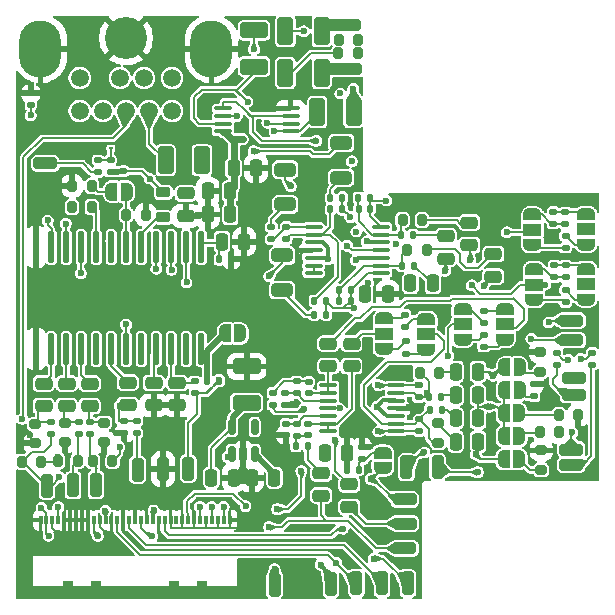
<source format=gbr>
%TF.GenerationSoftware,KiCad,Pcbnew,9.0.0*%
%TF.CreationDate,2025-11-19T20:28:36-08:00*%
%TF.ProjectId,MegaAV_CE,4d656761-4156-45f4-9345-2e6b69636164,rev?*%
%TF.SameCoordinates,Original*%
%TF.FileFunction,Copper,L1,Top*%
%TF.FilePolarity,Positive*%
%FSLAX46Y46*%
G04 Gerber Fmt 4.6, Leading zero omitted, Abs format (unit mm)*
G04 Created by KiCad (PCBNEW 9.0.0) date 2025-11-19 20:28:36*
%MOMM*%
%LPD*%
G01*
G04 APERTURE LIST*
G04 Aperture macros list*
%AMRoundRect*
0 Rectangle with rounded corners*
0 $1 Rounding radius*
0 $2 $3 $4 $5 $6 $7 $8 $9 X,Y pos of 4 corners*
0 Add a 4 corners polygon primitive as box body*
4,1,4,$2,$3,$4,$5,$6,$7,$8,$9,$2,$3,0*
0 Add four circle primitives for the rounded corners*
1,1,$1+$1,$2,$3*
1,1,$1+$1,$4,$5*
1,1,$1+$1,$6,$7*
1,1,$1+$1,$8,$9*
0 Add four rect primitives between the rounded corners*
20,1,$1+$1,$2,$3,$4,$5,0*
20,1,$1+$1,$4,$5,$6,$7,0*
20,1,$1+$1,$6,$7,$8,$9,0*
20,1,$1+$1,$8,$9,$2,$3,0*%
%AMFreePoly0*
4,1,23,0.500000,-0.750000,0.000000,-0.750000,0.000000,-0.745722,-0.065263,-0.745722,-0.191342,-0.711940,-0.304381,-0.646677,-0.396677,-0.554381,-0.461940,-0.441342,-0.495722,-0.315263,-0.495722,-0.250000,-0.500000,-0.250000,-0.500000,0.250000,-0.495722,0.250000,-0.495722,0.315263,-0.461940,0.441342,-0.396677,0.554381,-0.304381,0.646677,-0.191342,0.711940,-0.065263,0.745722,0.000000,0.745722,
0.000000,0.750000,0.500000,0.750000,0.500000,-0.750000,0.500000,-0.750000,$1*%
%AMFreePoly1*
4,1,23,0.000000,0.745722,0.065263,0.745722,0.191342,0.711940,0.304381,0.646677,0.396677,0.554381,0.461940,0.441342,0.495722,0.315263,0.495722,0.250000,0.500000,0.250000,0.500000,-0.250000,0.495722,-0.250000,0.495722,-0.315263,0.461940,-0.441342,0.396677,-0.554381,0.304381,-0.646677,0.191342,-0.711940,0.065263,-0.745722,0.000000,-0.745722,0.000000,-0.750000,-0.500000,-0.750000,
-0.500000,0.750000,0.000000,0.750000,0.000000,0.745722,0.000000,0.745722,$1*%
%AMFreePoly2*
4,1,23,0.550000,-0.750000,0.000000,-0.750000,0.000000,-0.745722,-0.065263,-0.745722,-0.191342,-0.711940,-0.304381,-0.646677,-0.396677,-0.554381,-0.461940,-0.441342,-0.495722,-0.315263,-0.495722,-0.250000,-0.500000,-0.250000,-0.500000,0.250000,-0.495722,0.250000,-0.495722,0.315263,-0.461940,0.441342,-0.396677,0.554381,-0.304381,0.646677,-0.191342,0.711940,-0.065263,0.745722,0.000000,0.745722,
0.000000,0.750000,0.550000,0.750000,0.550000,-0.750000,0.550000,-0.750000,$1*%
%AMFreePoly3*
4,1,23,0.000000,0.745722,0.065263,0.745722,0.191342,0.711940,0.304381,0.646677,0.396677,0.554381,0.461940,0.441342,0.495722,0.315263,0.495722,0.250000,0.500000,0.250000,0.500000,-0.250000,0.495722,-0.250000,0.495722,-0.315263,0.461940,-0.441342,0.396677,-0.554381,0.304381,-0.646677,0.191342,-0.711940,0.065263,-0.745722,0.000000,-0.745722,0.000000,-0.750000,-0.550000,-0.750000,
-0.550000,0.750000,0.000000,0.750000,0.000000,0.745722,0.000000,0.745722,$1*%
G04 Aperture macros list end*
%TA.AperFunction,SMDPad,CuDef*%
%ADD10RoundRect,0.200000X0.275000X-0.200000X0.275000X0.200000X-0.275000X0.200000X-0.275000X-0.200000X0*%
%TD*%
%TA.AperFunction,SMDPad,CuDef*%
%ADD11RoundRect,0.250000X-0.750000X0.250000X-0.750000X-0.250000X0.750000X-0.250000X0.750000X0.250000X0*%
%TD*%
%TA.AperFunction,SMDPad,CuDef*%
%ADD12FreePoly0,180.000000*%
%TD*%
%TA.AperFunction,SMDPad,CuDef*%
%ADD13FreePoly1,180.000000*%
%TD*%
%TA.AperFunction,SMDPad,CuDef*%
%ADD14RoundRect,0.250000X0.250000X0.750000X-0.250000X0.750000X-0.250000X-0.750000X0.250000X-0.750000X0*%
%TD*%
%TA.AperFunction,SMDPad,CuDef*%
%ADD15RoundRect,0.135000X0.185000X-0.135000X0.185000X0.135000X-0.185000X0.135000X-0.185000X-0.135000X0*%
%TD*%
%TA.AperFunction,SMDPad,CuDef*%
%ADD16RoundRect,0.250000X-0.250000X-0.475000X0.250000X-0.475000X0.250000X0.475000X-0.250000X0.475000X0*%
%TD*%
%TA.AperFunction,SMDPad,CuDef*%
%ADD17RoundRect,0.135000X0.135000X0.185000X-0.135000X0.185000X-0.135000X-0.185000X0.135000X-0.185000X0*%
%TD*%
%TA.AperFunction,SMDPad,CuDef*%
%ADD18RoundRect,0.250000X0.925000X-0.412500X0.925000X0.412500X-0.925000X0.412500X-0.925000X-0.412500X0*%
%TD*%
%TA.AperFunction,SMDPad,CuDef*%
%ADD19RoundRect,0.135000X-0.135000X-0.185000X0.135000X-0.185000X0.135000X0.185000X-0.135000X0.185000X0*%
%TD*%
%TA.AperFunction,SMDPad,CuDef*%
%ADD20RoundRect,0.100000X0.637500X0.100000X-0.637500X0.100000X-0.637500X-0.100000X0.637500X-0.100000X0*%
%TD*%
%TA.AperFunction,SMDPad,CuDef*%
%ADD21RoundRect,0.250000X-0.250000X-0.750000X0.250000X-0.750000X0.250000X0.750000X-0.250000X0.750000X0*%
%TD*%
%TA.AperFunction,SMDPad,CuDef*%
%ADD22RoundRect,0.140000X-0.170000X0.140000X-0.170000X-0.140000X0.170000X-0.140000X0.170000X0.140000X0*%
%TD*%
%TA.AperFunction,SMDPad,CuDef*%
%ADD23RoundRect,0.250000X0.475000X-0.250000X0.475000X0.250000X-0.475000X0.250000X-0.475000X-0.250000X0*%
%TD*%
%TA.AperFunction,SMDPad,CuDef*%
%ADD24RoundRect,0.200000X0.200000X0.275000X-0.200000X0.275000X-0.200000X-0.275000X0.200000X-0.275000X0*%
%TD*%
%TA.AperFunction,SMDPad,CuDef*%
%ADD25RoundRect,0.250000X0.750000X-0.250000X0.750000X0.250000X-0.750000X0.250000X-0.750000X-0.250000X0*%
%TD*%
%TA.AperFunction,SMDPad,CuDef*%
%ADD26FreePoly2,270.000000*%
%TD*%
%TA.AperFunction,SMDPad,CuDef*%
%ADD27R,1.500000X1.000000*%
%TD*%
%TA.AperFunction,SMDPad,CuDef*%
%ADD28FreePoly3,270.000000*%
%TD*%
%TA.AperFunction,SMDPad,CuDef*%
%ADD29RoundRect,0.135000X-0.185000X0.135000X-0.185000X-0.135000X0.185000X-0.135000X0.185000X0.135000X0*%
%TD*%
%TA.AperFunction,SMDPad,CuDef*%
%ADD30RoundRect,0.140000X-0.140000X-0.170000X0.140000X-0.170000X0.140000X0.170000X-0.140000X0.170000X0*%
%TD*%
%TA.AperFunction,SMDPad,CuDef*%
%ADD31FreePoly2,90.000000*%
%TD*%
%TA.AperFunction,SMDPad,CuDef*%
%ADD32FreePoly3,90.000000*%
%TD*%
%TA.AperFunction,SMDPad,CuDef*%
%ADD33RoundRect,0.250000X-0.475000X0.250000X-0.475000X-0.250000X0.475000X-0.250000X0.475000X0.250000X0*%
%TD*%
%TA.AperFunction,SMDPad,CuDef*%
%ADD34RoundRect,0.250000X0.412500X0.925000X-0.412500X0.925000X-0.412500X-0.925000X0.412500X-0.925000X0*%
%TD*%
%TA.AperFunction,SMDPad,CuDef*%
%ADD35RoundRect,0.200000X-0.200000X-0.275000X0.200000X-0.275000X0.200000X0.275000X-0.200000X0.275000X0*%
%TD*%
%TA.AperFunction,SMDPad,CuDef*%
%ADD36RoundRect,0.250000X-0.412500X-0.925000X0.412500X-0.925000X0.412500X0.925000X-0.412500X0.925000X0*%
%TD*%
%TA.AperFunction,SMDPad,CuDef*%
%ADD37RoundRect,0.100000X-0.637500X-0.100000X0.637500X-0.100000X0.637500X0.100000X-0.637500X0.100000X0*%
%TD*%
%TA.AperFunction,SMDPad,CuDef*%
%ADD38FreePoly0,270.000000*%
%TD*%
%TA.AperFunction,SMDPad,CuDef*%
%ADD39FreePoly1,270.000000*%
%TD*%
%TA.AperFunction,SMDPad,CuDef*%
%ADD40RoundRect,0.137500X0.137500X-1.187500X0.137500X1.187500X-0.137500X1.187500X-0.137500X-1.187500X0*%
%TD*%
%TA.AperFunction,SMDPad,CuDef*%
%ADD41RoundRect,0.250000X0.650000X-0.325000X0.650000X0.325000X-0.650000X0.325000X-0.650000X-0.325000X0*%
%TD*%
%TA.AperFunction,SMDPad,CuDef*%
%ADD42FreePoly0,0.000000*%
%TD*%
%TA.AperFunction,SMDPad,CuDef*%
%ADD43FreePoly1,0.000000*%
%TD*%
%TA.AperFunction,SMDPad,CuDef*%
%ADD44RoundRect,0.250000X0.250000X0.475000X-0.250000X0.475000X-0.250000X-0.475000X0.250000X-0.475000X0*%
%TD*%
%TA.AperFunction,SMDPad,CuDef*%
%ADD45RoundRect,0.218750X0.381250X-0.218750X0.381250X0.218750X-0.381250X0.218750X-0.381250X-0.218750X0*%
%TD*%
%TA.AperFunction,SMDPad,CuDef*%
%ADD46RoundRect,0.140000X0.170000X-0.140000X0.170000X0.140000X-0.170000X0.140000X-0.170000X-0.140000X0*%
%TD*%
%TA.AperFunction,SMDPad,CuDef*%
%ADD47RoundRect,0.200000X-0.275000X0.200000X-0.275000X-0.200000X0.275000X-0.200000X0.275000X0.200000X0*%
%TD*%
%TA.AperFunction,SMDPad,CuDef*%
%ADD48R,0.300000X0.800000*%
%TD*%
%TA.AperFunction,SMDPad,CuDef*%
%ADD49R,1.220000X1.400000*%
%TD*%
%TA.AperFunction,SMDPad,CuDef*%
%ADD50R,0.850000X1.400000*%
%TD*%
%TA.AperFunction,SMDPad,CuDef*%
%ADD51RoundRect,0.062500X-0.117500X-0.062500X0.117500X-0.062500X0.117500X0.062500X-0.117500X0.062500X0*%
%TD*%
%TA.AperFunction,ComponentPad*%
%ADD52C,1.508000*%
%TD*%
%TA.AperFunction,ComponentPad*%
%ADD53O,3.556000X4.826000*%
%TD*%
%TA.AperFunction,ComponentPad*%
%ADD54C,3.556000*%
%TD*%
%TA.AperFunction,SMDPad,CuDef*%
%ADD55RoundRect,0.150000X0.150000X-0.512500X0.150000X0.512500X-0.150000X0.512500X-0.150000X-0.512500X0*%
%TD*%
%TA.AperFunction,ViaPad*%
%ADD56C,0.600000*%
%TD*%
%TA.AperFunction,Conductor*%
%ADD57C,0.200000*%
%TD*%
%TA.AperFunction,Conductor*%
%ADD58C,0.500000*%
%TD*%
%TA.AperFunction,Conductor*%
%ADD59C,0.600000*%
%TD*%
%TA.AperFunction,Conductor*%
%ADD60C,1.000000*%
%TD*%
%TA.AperFunction,Conductor*%
%ADD61C,0.350000*%
%TD*%
G04 APERTURE END LIST*
D10*
%TO.P,R15,1,1*%
%TO.N,Net-(32XPD1-A)*%
X214084197Y-133110858D03*
%TO.P,R15,2,2*%
%TO.N,GND*%
X214084197Y-131460858D03*
%TD*%
%TO.P,R17,1,1*%
%TO.N,Net-(32XPD2-A)*%
X214017015Y-124794773D03*
%TO.P,R17,2,2*%
%TO.N,GND*%
X214017015Y-123144773D03*
%TD*%
D11*
%TO.P,REGION,1,Pin_1*%
%TO.N,/NTSC{slash}PAL*%
X172111038Y-107153929D03*
%TD*%
D12*
%TO.P,PSGPD2,1,A*%
%TO.N,Net-(PSGPD2-A)*%
X212225000Y-130250000D03*
D13*
%TO.P,PSGPD2,2,B*%
%TO.N,/PSG*%
X210925000Y-130250000D03*
%TD*%
D14*
%TO.P,B_IN1,1,Pin_1*%
%TO.N,/B-IN*%
X176381601Y-134377860D03*
%TD*%
D15*
%TO.P,R21,1*%
%TO.N,Net-(FMR_1-A)*%
X209209703Y-122678429D03*
%TO.P,R21,2*%
%TO.N,Net-(FMR_2-A)*%
X209209703Y-121658429D03*
%TD*%
D16*
%TO.P,C31,1*%
%TO.N,+5V*%
X188050947Y-107558261D03*
%TO.P,C31,2*%
%TO.N,GND*%
X189950947Y-107558261D03*
%TD*%
D17*
%TO.P,R40,1*%
%TO.N,Net-(C25-Pad2)*%
X203310000Y-115800000D03*
%TO.P,R40,2*%
%TO.N,Net-(U7A--)*%
X202290000Y-115800000D03*
%TD*%
D18*
%TO.P,C56,1*%
%TO.N,/V_REF*%
X189138108Y-127422515D03*
%TO.P,C56,2*%
%TO.N,GND*%
X189138108Y-124347515D03*
%TD*%
D14*
%TO.P,S_IN1,1,Pin_1*%
%TO.N,/CSync*%
X184200229Y-133008778D03*
%TD*%
D15*
%TO.P,R66,1*%
%TO.N,/B-IN*%
X175901623Y-130078050D03*
%TO.P,R66,2*%
%TO.N,Net-(C34-Pad1)*%
X175901623Y-129058050D03*
%TD*%
D19*
%TO.P,R46,1*%
%TO.N,Net-(U7B--)*%
X198585000Y-110075000D03*
%TO.P,R46,2*%
%TO.N,/SL*%
X199605000Y-110075000D03*
%TD*%
D20*
%TO.P,U7,1*%
%TO.N,/SR*%
X200537500Y-116450000D03*
%TO.P,U7,2,-*%
%TO.N,Net-(U7A--)*%
X200537500Y-115800000D03*
%TO.P,U7,3,+*%
%TO.N,/V_REF*%
X200537500Y-115150000D03*
%TO.P,U7,4,V+*%
%TO.N,+5V*%
X200537500Y-114500000D03*
%TO.P,U7,5,+*%
%TO.N,/V_REF*%
X200537500Y-113850000D03*
%TO.P,U7,6,-*%
%TO.N,Net-(U7B--)*%
X200537500Y-113200000D03*
%TO.P,U7,7*%
%TO.N,/SL*%
X200537500Y-112550000D03*
%TO.P,U7,8*%
%TO.N,Net-(R52-Pad2)*%
X194812500Y-112550000D03*
%TO.P,U7,9,-*%
%TO.N,Net-(U7C--)*%
X194812500Y-113200000D03*
%TO.P,U7,10,+*%
%TO.N,/V_REF*%
X194812500Y-113850000D03*
%TO.P,U7,11,V-*%
%TO.N,GND*%
X194812500Y-114500000D03*
%TO.P,U7,12,+*%
%TO.N,/V_REF*%
X194812500Y-115150000D03*
%TO.P,U7,13,-*%
%TO.N,Net-(U7D--)*%
X194812500Y-115800000D03*
%TO.P,U7,14*%
X194812500Y-116450000D03*
%TD*%
D21*
%TO.P,G_IN1,1,Pin_1*%
%TO.N,/G-IN*%
X174451322Y-134396922D03*
%TD*%
D22*
%TO.P,C11,1*%
%TO.N,Net-(U3B-+)*%
X192450000Y-129195000D03*
%TO.P,C11,2*%
%TO.N,GND*%
X192450000Y-130155000D03*
%TD*%
D21*
%TO.P,CD_L1,1,Pin_1*%
%TO.N,/CD_L*%
X200620000Y-142700000D03*
%TD*%
D15*
%TO.P,R57,1*%
%TO.N,/R-IN*%
X172567973Y-130039917D03*
%TO.P,R57,2*%
%TO.N,Net-(C28-Pad1)*%
X172567973Y-129019917D03*
%TD*%
D23*
%TO.P,C26,1*%
%TO.N,Net-(SL3-Pin_1)*%
X206025684Y-115211229D03*
%TO.P,C26,2*%
%TO.N,Net-(C26-Pad2)*%
X206025684Y-113311229D03*
%TD*%
D24*
%TO.P,R26,1*%
%TO.N,Net-(C19-Pad2)*%
X205448677Y-124897246D03*
%TO.P,R26,2*%
%TO.N,Net-(FMR_2-C)*%
X203798677Y-124897246D03*
%TD*%
D25*
%TO.P,SR3,1,Pin_1*%
%TO.N,Net-(SR3-Pin_1)*%
X216650000Y-122125000D03*
%TD*%
D26*
%TO.P,HPL_RES2,1,A*%
%TO.N,Net-(HPL_RES2-A)*%
X217875000Y-111450000D03*
D27*
%TO.P,HPL_RES2,2,C*%
%TO.N,Net-(HPL_RES2-C)*%
X217875000Y-112750000D03*
D28*
%TO.P,HPL_RES2,3,B*%
%TO.N,Net-(HPL_RES2-B)*%
X217875000Y-114050000D03*
%TD*%
D12*
%TO.P,MD1_PU1,1,A*%
%TO.N,Net-(MD1_PU1-A)*%
X188623511Y-121553791D03*
D13*
%TO.P,MD1_PU1,2,B*%
%TO.N,+5V*%
X187323511Y-121553791D03*
%TD*%
D29*
%TO.P,R32,1*%
%TO.N,Net-(FML_2-C)*%
X203750000Y-128830000D03*
%TO.P,R32,2*%
%TO.N,Net-(SL3-Pin_1)*%
X203750000Y-129850000D03*
%TD*%
D30*
%TO.P,C36,1*%
%TO.N,Net-(U7B--)*%
X198645000Y-111025000D03*
%TO.P,C36,2*%
%TO.N,/SL*%
X199605000Y-111025000D03*
%TD*%
D25*
%TO.P,CHROMA1,1,Pin_1*%
%TO.N,/C-OUT*%
X197878207Y-99173916D03*
%TD*%
D31*
%TO.P,FML_1,1,A*%
%TO.N,Net-(FML_1-A)*%
X200775000Y-122875000D03*
D27*
%TO.P,FML_1,2,C*%
%TO.N,Net-(FML_1-C)*%
X200775000Y-121575000D03*
D32*
%TO.P,FML_1,3,B*%
%TO.N,Net-(FML_1-B)*%
X200775000Y-120275000D03*
%TD*%
D15*
%TO.P,R7,1,1*%
%TO.N,Net-(U3A-+)*%
X193400000Y-126625000D03*
%TO.P,R7,2,2*%
%TO.N,Net-(C12-Pad1)*%
X193400000Y-125605000D03*
%TD*%
D33*
%TO.P,C32,1*%
%TO.N,Net-(IC1-SCIN)*%
X179084485Y-125711494D03*
%TO.P,C32,2*%
%TO.N,Net-(C1-Pad2)*%
X179084485Y-127611494D03*
%TD*%
D16*
%TO.P,C54,1*%
%TO.N,/V_REF*%
X186170339Y-133754337D03*
%TO.P,C54,2*%
%TO.N,GND*%
X188070339Y-133754337D03*
%TD*%
D17*
%TO.P,R27,1*%
%TO.N,Net-(C20-Pad2)*%
X205610000Y-126925000D03*
%TO.P,R27,2*%
%TO.N,Net-(FMR_2-C)*%
X204590000Y-126925000D03*
%TD*%
D25*
%TO.P,FM_R1,1,Pin_1*%
%TO.N,/FM_R*%
X202540000Y-137660000D03*
%TD*%
D34*
%TO.P,C46,1*%
%TO.N,Net-(C46-Pad1)*%
X185372752Y-106885737D03*
%TO.P,C46,2*%
%TO.N,/CV-OUT*%
X182297752Y-106885737D03*
%TD*%
D35*
%TO.P,R56,1*%
%TO.N,/B-IN*%
X176138382Y-132371704D03*
%TO.P,R56,2*%
%TO.N,Net-(MD1_PU1-A)*%
X177788382Y-132371704D03*
%TD*%
D23*
%TO.P,C4,1*%
%TO.N,/FM_L*%
X195460000Y-135290000D03*
%TO.P,C4,2*%
%TO.N,Net-(C4-Pad2)*%
X195460000Y-133390000D03*
%TD*%
D25*
%TO.P,HPL_SL2,1,Pin_1*%
%TO.N,Net-(HPL_SL2-Pin_1)*%
X216895710Y-125307108D03*
%TD*%
D21*
%TO.P,HP_L1,1,Pin_1*%
%TO.N,/HP_L*%
X202675000Y-132875000D03*
%TD*%
D35*
%TO.P,R37,1*%
%TO.N,/R-IN*%
X170124253Y-132403464D03*
%TO.P,R37,2*%
%TO.N,Net-(MD1_PU1-A)*%
X171774253Y-132403464D03*
%TD*%
D17*
%TO.P,R36,1*%
%TO.N,/CSync*%
X186821970Y-125539302D03*
%TO.P,R36,2*%
%TO.N,+5V*%
X185801970Y-125539302D03*
%TD*%
D26*
%TO.P,HPR_RES1,1,A*%
%TO.N,Net-(HPR_RES1-A)*%
X213491794Y-116110000D03*
D27*
%TO.P,HPR_RES1,2,C*%
%TO.N,/SR*%
X213491794Y-117410000D03*
D28*
%TO.P,HPR_RES1,3,B*%
%TO.N,Net-(HPR_RES1-B)*%
X213491794Y-118710000D03*
%TD*%
D21*
%TO.P,HP_R1,1,Pin_1*%
%TO.N,/HP_R*%
X205325000Y-132865000D03*
%TD*%
D15*
%TO.P,R67,1*%
%TO.N,/CSync*%
X184768353Y-126616345D03*
%TO.P,R67,2*%
%TO.N,Net-(IC1-CSYNC_IN)*%
X184768353Y-125596345D03*
%TD*%
D16*
%TO.P,C37,1*%
%TO.N,+5V*%
X199173990Y-118229313D03*
%TO.P,C37,2*%
%TO.N,GND*%
X201073990Y-118229313D03*
%TD*%
D15*
%TO.P,R30,1,1*%
%TO.N,Net-(PSGPD1-A)*%
X213500000Y-126885000D03*
%TO.P,R30,2,2*%
%TO.N,GND*%
X213500000Y-125865000D03*
%TD*%
D36*
%TO.P,C47,1*%
%TO.N,Net-(C47-Pad1)*%
X192426027Y-95954101D03*
%TO.P,C47,2*%
%TO.N,/Y-OUT*%
X195501027Y-95954101D03*
%TD*%
D24*
%TO.P,R74,1*%
%TO.N,Net-(IC1-CVOUT)*%
X176018534Y-110842019D03*
%TO.P,R74,2*%
%TO.N,Net-(C46-Pad1)*%
X174368534Y-110842019D03*
%TD*%
D17*
%TO.P,R41,1*%
%TO.N,Net-(C26-Pad2)*%
X203235000Y-113200000D03*
%TO.P,R41,2*%
%TO.N,Net-(U7B--)*%
X202215000Y-113200000D03*
%TD*%
D33*
%TO.P,C51,1*%
%TO.N,Net-(IC1-VREF)*%
X183994859Y-109697002D03*
%TO.P,C51,2*%
%TO.N,GND*%
X183994859Y-111597002D03*
%TD*%
D17*
%TO.P,R48,1,1*%
%TO.N,/SR*%
X195885000Y-118800000D03*
%TO.P,R48,2,2*%
%TO.N,Net-(U7C--)*%
X194865000Y-118800000D03*
%TD*%
D23*
%TO.P,C15,1*%
%TO.N,Net-(U3B--)*%
X198025000Y-124325000D03*
%TO.P,C15,2*%
%TO.N,Net-(FML_1-C)*%
X198025000Y-122425000D03*
%TD*%
D15*
%TO.P,R68,1*%
%TO.N,Net-(SBCR1-Pin_1)*%
X179861113Y-129976516D03*
%TO.P,R68,2*%
%TO.N,Net-(C1-Pad2)*%
X179861113Y-128956516D03*
%TD*%
D29*
%TO.P,R23,1*%
%TO.N,Net-(FML_1-A)*%
X202600000Y-122230000D03*
%TO.P,R23,2*%
%TO.N,Net-(FML_2-A)*%
X202600000Y-123250000D03*
%TD*%
D21*
%TO.P,32X_L1,1,Pin_1*%
%TO.N,/32X_L*%
X196280000Y-142730000D03*
%TD*%
D37*
%TO.P,U3,1*%
%TO.N,Net-(U3A--)*%
X196057500Y-125950000D03*
%TO.P,U3,2,-*%
X196057500Y-126600000D03*
%TO.P,U3,3,+*%
%TO.N,Net-(U3A-+)*%
X196057500Y-127250000D03*
%TO.P,U3,4,V+*%
%TO.N,+5V*%
X196057500Y-127900000D03*
%TO.P,U3,5,+*%
%TO.N,Net-(U3B-+)*%
X196057500Y-128550000D03*
%TO.P,U3,6,-*%
%TO.N,Net-(U3B--)*%
X196057500Y-129200000D03*
%TO.P,U3,7*%
X196057500Y-129850000D03*
%TO.P,U3,8*%
%TO.N,Net-(SL3-Pin_1)*%
X201782500Y-129850000D03*
%TO.P,U3,9,-*%
%TO.N,Net-(FML_2-C)*%
X201782500Y-129200000D03*
%TO.P,U3,10,+*%
%TO.N,/V_REF*%
X201782500Y-128550000D03*
%TO.P,U3,11,V-*%
%TO.N,GND*%
X201782500Y-127900000D03*
%TO.P,U3,12,+*%
%TO.N,/V_REF*%
X201782500Y-127250000D03*
%TO.P,U3,13,-*%
%TO.N,Net-(FMR_2-C)*%
X201782500Y-126600000D03*
%TO.P,U3,14*%
%TO.N,Net-(SR3-Pin_1)*%
X201782500Y-125950000D03*
%TD*%
D17*
%TO.P,R44,1,1*%
%TO.N,Net-(PSGPD4-A)*%
X198635349Y-133102444D03*
%TO.P,R44,2,2*%
%TO.N,GND*%
X197615349Y-133102444D03*
%TD*%
D15*
%TO.P,R58,1*%
%TO.N,/G-IN*%
X174969760Y-130078050D03*
%TO.P,R58,2*%
%TO.N,Net-(C29-Pad1)*%
X174969760Y-129058050D03*
%TD*%
%TO.P,R31,1*%
%TO.N,Net-(FMR_2-C)*%
X203700000Y-126970000D03*
%TO.P,R31,2*%
%TO.N,Net-(SR3-Pin_1)*%
X203700000Y-125950000D03*
%TD*%
D29*
%TO.P,R22,1*%
%TO.N,Net-(FMR_1-B)*%
X209234703Y-119633429D03*
%TO.P,R22,2*%
%TO.N,Net-(FMR_2-B)*%
X209234703Y-120653429D03*
%TD*%
D25*
%TO.P,SL3,1,Pin_1*%
%TO.N,Net-(SL3-Pin_1)*%
X216650000Y-120475000D03*
%TD*%
D11*
%TO.P,HPL_SL1,1,Pin_1*%
%TO.N,Net-(HPL_SL1-Pin_1)*%
X216855293Y-126749678D03*
%TD*%
D15*
%TO.P,R79,1*%
%TO.N,Net-(HPL_RES1-A)*%
X216141571Y-112296884D03*
%TO.P,R79,2*%
%TO.N,Net-(HPL_RES2-A)*%
X216141571Y-111276884D03*
%TD*%
%TO.P,R25,1,1*%
%TO.N,Net-(PSGPD4-A)*%
X198940000Y-132180000D03*
%TO.P,R25,2,2*%
%TO.N,GND*%
X198940000Y-131160000D03*
%TD*%
D21*
%TO.P,R_IN1,1,Pin_1*%
%TO.N,/R-IN*%
X172225448Y-134427317D03*
%TD*%
D24*
%TO.P,R35,1*%
%TO.N,GND*%
X180588376Y-111500185D03*
%TO.P,R35,2*%
%TO.N,Net-(FO1-B)*%
X178938376Y-111500185D03*
%TD*%
D38*
%TO.P,PSGPD4,1,A*%
%TO.N,Net-(PSGPD4-A)*%
X200670000Y-131660000D03*
D39*
%TO.P,PSGPD4,2,B*%
%TO.N,/PSG*%
X200670000Y-132960000D03*
%TD*%
D29*
%TO.P,R61,1,1*%
%TO.N,Net-(HPL_RES2-C)*%
X215403331Y-123213151D03*
%TO.P,R61,2,2*%
%TO.N,Net-(HPL_SL1-Pin_1)*%
X215403331Y-124233151D03*
%TD*%
D15*
%TO.P,R78,1*%
%TO.N,Net-(HPL_RES1-A)*%
X215095499Y-112280062D03*
%TO.P,R78,2*%
%TO.N,Net-(HPL_RES2-A)*%
X215095499Y-111260062D03*
%TD*%
D22*
%TO.P,C49,1*%
%TO.N,Net-(D2-A)*%
X177622946Y-106882708D03*
%TO.P,C49,2*%
%TO.N,Net-(C49-Pad2)*%
X177622946Y-107842708D03*
%TD*%
D40*
%TO.P,IC1,1,GND1*%
%TO.N,GND*%
X171330163Y-122873265D03*
%TO.P,IC1,2,RIN*%
%TO.N,Net-(IC1-RIN)*%
X172600163Y-122873265D03*
%TO.P,IC1,3,GIN*%
%TO.N,Net-(IC1-GIN)*%
X173870163Y-122873265D03*
%TO.P,IC1,4,BIN*%
%TO.N,Net-(IC1-BIN)*%
X175140163Y-122873265D03*
%TO.P,IC1,5,NC*%
%TO.N,unconnected-(IC1-NC-Pad5)*%
X176410163Y-122873265D03*
%TO.P,IC1,6,SCIN*%
%TO.N,Net-(IC1-SCIN)*%
X177680163Y-122873265D03*
%TO.P,IC1,7,NTSC/~{PAL}*%
%TO.N,/NTSC{slash}PAL*%
X178950163Y-122873265D03*
%TO.P,IC1,8,BFOUT*%
%TO.N,unconnected-(IC1-BFOUT-Pad8)*%
X180220163Y-122873265D03*
%TO.P,IC1,9,YCLPC*%
%TO.N,Net-(IC1-YCLPC)*%
X181490163Y-122873265D03*
%TO.P,IC1,10,CSYNC_IN*%
%TO.N,Net-(IC1-CSYNC_IN)*%
X182760163Y-122873265D03*
%TO.P,IC1,11*%
%TO.N,N/C*%
X184030163Y-122873265D03*
%TO.P,IC1,12,VCC1*%
%TO.N,+5V*%
X185300163Y-122873265D03*
%TO.P,IC1,13,IREF*%
%TO.N,Net-(IC1-IREF)*%
X185300163Y-114223265D03*
%TO.P,IC1,14,VREF*%
%TO.N,Net-(IC1-VREF)*%
X184030163Y-114223265D03*
%TO.P,IC1,15,COUT*%
%TO.N,Net-(IC1-COUT)*%
X182760163Y-114223265D03*
%TO.P,IC1,16,YOUT*%
%TO.N,Net-(IC1-YOUT)*%
X181490163Y-114223265D03*
%TO.P,IC1,17,YTRAP*%
%TO.N,/YTRAP*%
X180220163Y-114223265D03*
%TO.P,IC1,18,FO*%
%TO.N,Net-(FO1-B)*%
X178950163Y-114223265D03*
%TO.P,IC1,19,VCC2*%
%TO.N,+5V*%
X177680163Y-114223265D03*
%TO.P,IC1,20,CVOUT*%
%TO.N,Net-(IC1-CVOUT)*%
X176410163Y-114223265D03*
%TO.P,IC1,21,BOUT*%
%TO.N,/B-OUT*%
X175140163Y-114223265D03*
%TO.P,IC1,22,GOUT*%
%TO.N,/G-OUT*%
X173870163Y-114223265D03*
%TO.P,IC1,23,ROUT*%
%TO.N,/R-OUT*%
X172600163Y-114223265D03*
%TO.P,IC1,24,GND2*%
%TO.N,GND*%
X171330163Y-114223265D03*
%TD*%
D25*
%TO.P,HPR_SL2,1,Pin_1*%
%TO.N,Net-(HPR_SL2-Pin_1)*%
X216620000Y-131380000D03*
%TD*%
D41*
%TO.P,C44,1*%
%TO.N,Net-(C44-Pad1)*%
X197150000Y-108375000D03*
%TO.P,C44,2*%
%TO.N,/AUD-L*%
X197150000Y-105425000D03*
%TD*%
D42*
%TO.P,FO1,1,A*%
%TO.N,Net-(FO1-A)*%
X177691741Y-109535170D03*
D43*
%TO.P,FO1,2,B*%
%TO.N,Net-(FO1-B)*%
X178991741Y-109535170D03*
%TD*%
D15*
%TO.P,R70,1*%
%TO.N,GND*%
X178796739Y-130005010D03*
%TO.P,R70,2*%
%TO.N,Net-(C1-Pad2)*%
X178796739Y-128985010D03*
%TD*%
D23*
%TO.P,C28,1*%
%TO.N,Net-(C28-Pad1)*%
X171951528Y-127698422D03*
%TO.P,C28,2*%
%TO.N,Net-(IC1-RIN)*%
X171951528Y-125798422D03*
%TD*%
%TO.P,C34,1*%
%TO.N,Net-(C34-Pad1)*%
X175866931Y-127697924D03*
%TO.P,C34,2*%
%TO.N,Net-(IC1-BIN)*%
X175866931Y-125797924D03*
%TD*%
D24*
%TO.P,R39,1*%
%TO.N,Net-(C24-Pad2)*%
X204374375Y-114509948D03*
%TO.P,R39,2*%
%TO.N,Net-(U7A--)*%
X202724375Y-114509948D03*
%TD*%
D21*
%TO.P,GND1,1,Pin_1*%
%TO.N,GND*%
X193970000Y-142820000D03*
%TD*%
%TO.P,5V1,1,Pin_1*%
%TO.N,+5V*%
X191510000Y-142820000D03*
%TD*%
D12*
%TO.P,PSGPD3,1,A*%
%TO.N,Net-(PSGPD3-A)*%
X212225000Y-128325000D03*
D13*
%TO.P,PSGPD3,2,B*%
%TO.N,/PSG*%
X210925000Y-128325000D03*
%TD*%
D36*
%TO.P,C48,1*%
%TO.N,Net-(C48-Pad1)*%
X192426209Y-99490978D03*
%TO.P,C48,2*%
%TO.N,/C-OUT*%
X195501209Y-99490978D03*
%TD*%
D17*
%TO.P,R55,1*%
%TO.N,/SL*%
X197260000Y-110050000D03*
%TO.P,R55,2*%
%TO.N,Net-(C44-Pad1)*%
X196240000Y-110050000D03*
%TD*%
D12*
%TO.P,32XPD2,1,A*%
%TO.N,Net-(32XPD2-A)*%
X212275000Y-124425000D03*
D13*
%TO.P,32XPD2,2,B*%
%TO.N,/32X_R*%
X210975000Y-124425000D03*
%TD*%
D17*
%TO.P,R28,1*%
%TO.N,Net-(C21-Pad2)*%
X205656609Y-127996528D03*
%TO.P,R28,2*%
%TO.N,Net-(FML_2-C)*%
X204636609Y-127996528D03*
%TD*%
D10*
%TO.P,R73,1*%
%TO.N,GND*%
X177094344Y-130752519D03*
%TO.P,R73,2*%
%TO.N,Net-(C34-Pad1)*%
X177094344Y-129102519D03*
%TD*%
D25*
%TO.P,LUMA1,1,Pin_1*%
%TO.N,/Y-OUT*%
X197847500Y-95420000D03*
%TD*%
D23*
%TO.P,C14,1*%
%TO.N,Net-(U3A--)*%
X196050000Y-124325000D03*
%TO.P,C14,2*%
%TO.N,Net-(FMR_1-C)*%
X196050000Y-122425000D03*
%TD*%
D44*
%TO.P,C52,1*%
%TO.N,+5V*%
X187755052Y-111478272D03*
%TO.P,C52,2*%
%TO.N,GND*%
X185855052Y-111478272D03*
%TD*%
D15*
%TO.P,R77,1*%
%TO.N,Net-(HPR_RES1-A)*%
X215207433Y-116802066D03*
%TO.P,R77,2*%
%TO.N,Net-(HPR_RES2-A)*%
X215207433Y-115782066D03*
%TD*%
D20*
%TO.P,U6,1*%
%TO.N,Net-(HPL_SL2-Pin_1)*%
X192887500Y-104450000D03*
%TO.P,U6,2,-*%
%TO.N,Net-(HPL_RES2-C)*%
X192887500Y-103800000D03*
%TO.P,U6,3,+*%
%TO.N,/V_REF*%
X192887500Y-103150000D03*
%TO.P,U6,4,V-*%
%TO.N,GND*%
X192887500Y-102500000D03*
%TO.P,U6,5,+*%
%TO.N,/V_REF*%
X187162500Y-102500000D03*
%TO.P,U6,6,-*%
%TO.N,Net-(HPR_RES2-C)*%
X187162500Y-103150000D03*
%TO.P,U6,7*%
%TO.N,Net-(HPR_SL2-Pin_1)*%
X187162500Y-103800000D03*
%TO.P,U6,8,V+*%
%TO.N,+5V*%
X187162500Y-104450000D03*
%TD*%
D45*
%TO.P,L1,1,1*%
%TO.N,/YTRAP*%
X182091509Y-111730420D03*
%TO.P,L1,2,2*%
%TO.N,Net-(C49-Pad2)*%
X182091509Y-109605420D03*
%TD*%
D15*
%TO.P,R65,1*%
%TO.N,Net-(HPR_RES1-A)*%
X216153744Y-116809290D03*
%TO.P,R65,2*%
%TO.N,Net-(HPR_RES2-A)*%
X216153744Y-115789290D03*
%TD*%
D19*
%TO.P,R49,1,1*%
%TO.N,Net-(U7C--)*%
X196240000Y-111050000D03*
%TO.P,R49,2,2*%
%TO.N,/SL*%
X197260000Y-111050000D03*
%TD*%
D46*
%TO.P,C50,1*%
%TO.N,Net-(C49-Pad2)*%
X178697965Y-107807268D03*
%TO.P,C50,2*%
%TO.N,GND*%
X178697965Y-106847268D03*
%TD*%
D22*
%TO.P,C12,1*%
%TO.N,Net-(C12-Pad1)*%
X194425000Y-125640000D03*
%TO.P,C12,2*%
%TO.N,Net-(U3A--)*%
X194425000Y-126600000D03*
%TD*%
D23*
%TO.P,C27,1*%
%TO.N,/CD_L*%
X208012328Y-114078003D03*
%TO.P,C27,2*%
%TO.N,Net-(C27-Pad2)*%
X208012328Y-112178003D03*
%TD*%
D16*
%TO.P,C39,1*%
%TO.N,Net-(IC1-IREF)*%
X187045627Y-113788512D03*
%TO.P,C39,2*%
%TO.N,GND*%
X188945627Y-113788512D03*
%TD*%
D35*
%TO.P,R45,1*%
%TO.N,GND*%
X174389595Y-109043388D03*
%TO.P,R45,2*%
%TO.N,Net-(FO1-A)*%
X176039595Y-109043388D03*
%TD*%
D47*
%TO.P,R29,1*%
%TO.N,Net-(C22-Pad2)*%
X205360966Y-129153158D03*
%TO.P,R29,2*%
%TO.N,Net-(FML_2-C)*%
X205360966Y-130803158D03*
%TD*%
D41*
%TO.P,C43,1*%
%TO.N,Net-(C43-Pad1)*%
X192400000Y-110625000D03*
%TO.P,C43,2*%
%TO.N,/AUD-M*%
X192400000Y-107675000D03*
%TD*%
D23*
%TO.P,C24,1*%
%TO.N,/CD_R*%
X210034721Y-116736388D03*
%TO.P,C24,2*%
%TO.N,Net-(C24-Pad2)*%
X210034721Y-114836388D03*
%TD*%
D24*
%TO.P,R75,1*%
%TO.N,Net-(IC1-YOUT)*%
X198598268Y-96682714D03*
%TO.P,R75,2*%
%TO.N,Net-(C47-Pad1)*%
X196948268Y-96682714D03*
%TD*%
D21*
%TO.P,CD_R1,1,Pin_1*%
%TO.N,/CD_R*%
X202790000Y-142700000D03*
%TD*%
D44*
%TO.P,C55,1*%
%TO.N,+5V*%
X191494516Y-133776307D03*
%TO.P,C55,2*%
%TO.N,GND*%
X189594516Y-133776307D03*
%TD*%
D46*
%TO.P,C13,1*%
%TO.N,Net-(C13-Pad1)*%
X194300000Y-130175000D03*
%TO.P,C13,2*%
%TO.N,Net-(U3B--)*%
X194300000Y-129215000D03*
%TD*%
D36*
%TO.P,C45,1*%
%TO.N,Net-(HPL_SL2-Pin_1)*%
X195127964Y-102800000D03*
%TO.P,C45,2*%
%TO.N,/HP_L*%
X198202964Y-102800000D03*
%TD*%
D29*
%TO.P,R8,1,1*%
%TO.N,Net-(U3B-+)*%
X193375000Y-129180000D03*
%TO.P,R8,2,2*%
%TO.N,Net-(C13-Pad1)*%
X193375000Y-130200000D03*
%TD*%
%TO.P,R4,1,1*%
%TO.N,Net-(C12-Pad1)*%
X191350000Y-126590000D03*
%TO.P,R4,2,2*%
%TO.N,Net-(C3-Pad2)*%
X191350000Y-127610000D03*
%TD*%
D26*
%TO.P,HPL_RES1,1,A*%
%TO.N,Net-(HPL_RES1-A)*%
X213342537Y-111475000D03*
D27*
%TO.P,HPL_RES1,2,C*%
%TO.N,/SL*%
X213342537Y-112775000D03*
D28*
%TO.P,HPL_RES1,3,B*%
%TO.N,Net-(HPL_RES1-B)*%
X213342537Y-114075000D03*
%TD*%
D44*
%TO.P,C19,1*%
%TO.N,/32X_R*%
X208750000Y-124800000D03*
%TO.P,C19,2*%
%TO.N,Net-(C19-Pad2)*%
X206850000Y-124800000D03*
%TD*%
D35*
%TO.P,R33,1,1*%
%TO.N,Net-(PSGPD2-A)*%
X213966347Y-129933509D03*
%TO.P,R33,2,2*%
%TO.N,GND*%
X215616347Y-129933509D03*
%TD*%
D44*
%TO.P,C53,1*%
%TO.N,+5V*%
X187742485Y-109517739D03*
%TO.P,C53,2*%
%TO.N,GND*%
X185842485Y-109517739D03*
%TD*%
D31*
%TO.P,FMR_1,1,A*%
%TO.N,Net-(FMR_1-A)*%
X210984703Y-122083429D03*
D27*
%TO.P,FMR_1,2,C*%
%TO.N,Net-(FMR_1-C)*%
X210984703Y-120783429D03*
D32*
%TO.P,FMR_1,3,B*%
%TO.N,Net-(FMR_1-B)*%
X210984703Y-119483429D03*
%TD*%
D23*
%TO.P,C29,1*%
%TO.N,Net-(C29-Pad1)*%
X173905907Y-127705799D03*
%TO.P,C29,2*%
%TO.N,Net-(IC1-GIN)*%
X173905907Y-125805799D03*
%TD*%
D44*
%TO.P,C21,1*%
%TO.N,/PSG*%
X208750000Y-128750000D03*
%TO.P,C21,2*%
%TO.N,Net-(C21-Pad2)*%
X206850000Y-128750000D03*
%TD*%
D25*
%TO.P,HPR_SL1,1,Pin_1*%
%TO.N,Net-(HPR_SL1-Pin_1)*%
X216620000Y-132660000D03*
%TD*%
D31*
%TO.P,FMR_2,1,A*%
%TO.N,Net-(FMR_2-A)*%
X207434703Y-122083429D03*
D27*
%TO.P,FMR_2,2,C*%
%TO.N,Net-(FMR_2-C)*%
X207434703Y-120783429D03*
D32*
%TO.P,FMR_2,3,B*%
%TO.N,Net-(FMR_2-B)*%
X207434703Y-119483429D03*
%TD*%
D44*
%TO.P,C22,1*%
%TO.N,/32X_L*%
X208750000Y-130725000D03*
%TO.P,C22,2*%
%TO.N,Net-(C22-Pad2)*%
X206850000Y-130725000D03*
%TD*%
D41*
%TO.P,C42,1*%
%TO.N,Net-(C42-Pad1)*%
X192175000Y-117900000D03*
%TO.P,C42,2*%
%TO.N,/AUD-R*%
X192175000Y-114950000D03*
%TD*%
D22*
%TO.P,C1,1*%
%TO.N,GND*%
X170871360Y-101222574D03*
%TO.P,C1,2*%
%TO.N,Net-(C1-Pad2)*%
X170871360Y-102182574D03*
%TD*%
D19*
%TO.P,R47,1*%
%TO.N,Net-(U7A--)*%
X196940000Y-118775000D03*
%TO.P,R47,2*%
%TO.N,/SR*%
X197960000Y-118775000D03*
%TD*%
D44*
%TO.P,C20,1*%
%TO.N,/PSG*%
X208750000Y-126775000D03*
%TO.P,C20,2*%
%TO.N,Net-(C20-Pad2)*%
X206850000Y-126775000D03*
%TD*%
D12*
%TO.P,32XPD1,1,A*%
%TO.N,Net-(32XPD1-A)*%
X212225000Y-132200000D03*
D13*
%TO.P,32XPD1,2,B*%
%TO.N,/32X_L*%
X210925000Y-132200000D03*
%TD*%
D30*
%TO.P,C35,1*%
%TO.N,Net-(U7A--)*%
X196995000Y-117850000D03*
%TO.P,C35,2*%
%TO.N,/SR*%
X197955000Y-117850000D03*
%TD*%
D48*
%TO.P,Z1,1,Pin_1*%
%TO.N,GND*%
X171700000Y-137360000D03*
%TO.P,Z1,2,Pin_2*%
%TO.N,+5V*%
X172200000Y-137360000D03*
%TO.P,Z1,3,Pin_3*%
%TO.N,GND*%
X172700000Y-137360000D03*
%TO.P,Z1,4,Pin_4*%
%TO.N,/CSync*%
X173200000Y-137360000D03*
%TO.P,Z1,5,Pin_5*%
%TO.N,GND*%
X173700000Y-137360000D03*
%TO.P,Z1,6,Pin_6*%
X174200000Y-137360000D03*
%TO.P,Z1,7,Pin_7*%
X174700000Y-137360000D03*
%TO.P,Z1,8,Pin_8*%
X175200000Y-137360000D03*
%TO.P,Z1,9,Pin_9*%
X175700000Y-137360000D03*
%TO.P,Z1,10,Pin_10*%
%TO.N,/CD_R*%
X176200000Y-137360000D03*
%TO.P,Z1,11,Pin_11*%
%TO.N,GND*%
X176700000Y-137360000D03*
%TO.P,Z1,12,Pin_12*%
%TO.N,/PSG*%
X177200000Y-137360000D03*
%TO.P,Z1,13,Pin_13*%
%TO.N,GND*%
X177700000Y-137360000D03*
%TO.P,Z1,14,Pin_14*%
%TO.N,/32X_R*%
X178200000Y-137360000D03*
%TO.P,Z1,15,Pin_15*%
%TO.N,GND*%
X178700000Y-137360000D03*
%TO.P,Z1,16,Pin_16*%
%TO.N,/CD_L*%
X179200000Y-137360000D03*
%TO.P,Z1,17,Pin_17*%
%TO.N,GND*%
X179700000Y-137360000D03*
%TO.P,Z1,18,Pin_18*%
%TO.N,/32X_L*%
X180200000Y-137360000D03*
%TO.P,Z1,19,Pin_19*%
%TO.N,GND*%
X180700000Y-137360000D03*
%TO.P,Z1,20,Pin_20*%
%TO.N,/FM_L*%
X181200000Y-137360000D03*
%TO.P,Z1,21,Pin_21*%
%TO.N,GND*%
X181700000Y-137360000D03*
%TO.P,Z1,22,Pin_22*%
%TO.N,/FM_R*%
X182200000Y-137360000D03*
%TO.P,Z1,23,Pin_23*%
%TO.N,GND*%
X182700000Y-137360000D03*
%TO.P,Z1,24,Pin_24*%
%TO.N,/CLK*%
X183200000Y-137360000D03*
%TO.P,Z1,25,Pin_25*%
%TO.N,GND*%
X183700000Y-137360000D03*
%TO.P,Z1,26,Pin_26*%
%TO.N,/NTSC{slash}PAL*%
X184200000Y-137360000D03*
%TO.P,Z1,27,Pin_27*%
%TO.N,GND*%
X184700000Y-137360000D03*
%TO.P,Z1,28,Pin_28*%
%TO.N,/B-IN*%
X185200000Y-137360000D03*
%TO.P,Z1,29,Pin_29*%
%TO.N,GND*%
X185700000Y-137360000D03*
%TO.P,Z1,30,Pin_30*%
%TO.N,/G-IN*%
X186200000Y-137360000D03*
%TO.P,Z1,31,Pin_31*%
%TO.N,GND*%
X186700000Y-137360000D03*
%TO.P,Z1,32,Pin_32*%
%TO.N,/R-IN*%
X187200000Y-137360000D03*
%TO.P,Z1,33,Pin_33*%
%TO.N,GND*%
X187700000Y-137360000D03*
D49*
%TO.P,Z1,MP,MP*%
X170460000Y-142210000D03*
D50*
X174025000Y-143220000D03*
X176375000Y-143220000D03*
X183025000Y-143220000D03*
X185375000Y-143220000D03*
D49*
X188940000Y-142210000D03*
%TD*%
D23*
%TO.P,C3,1*%
%TO.N,/FM_R*%
X197830000Y-136230000D03*
%TO.P,C3,2*%
%TO.N,Net-(C3-Pad2)*%
X197830000Y-134330000D03*
%TD*%
D25*
%TO.P,FM_L1,1,Pin_1*%
%TO.N,/FM_L*%
X202510000Y-139750000D03*
%TD*%
D19*
%TO.P,R5,1,1*%
%TO.N,Net-(C13-Pad1)*%
X193315000Y-131100000D03*
%TO.P,R5,2,2*%
%TO.N,Net-(C4-Pad2)*%
X194335000Y-131100000D03*
%TD*%
D29*
%TO.P,R59,1,1*%
%TO.N,Net-(D2-A)*%
X176559740Y-106876335D03*
%TO.P,R59,2,2*%
%TO.N,/NTSC{slash}PAL*%
X176559740Y-107896335D03*
%TD*%
D51*
%TO.P,D2,1,K*%
%TO.N,GND*%
X178493341Y-105888325D03*
%TO.P,D2,2,A*%
%TO.N,Net-(D2-A)*%
X177653341Y-105888325D03*
%TD*%
D29*
%TO.P,R60,1,1*%
%TO.N,Net-(HPR_RES2-C)*%
X218406679Y-123174217D03*
%TO.P,R60,2,2*%
%TO.N,Net-(HPR_SL1-Pin_1)*%
X218406679Y-124194217D03*
%TD*%
D33*
%TO.P,C33,1*%
%TO.N,Net-(IC1-YCLPC)*%
X181276739Y-125744518D03*
%TO.P,C33,2*%
%TO.N,GND*%
X181276739Y-127644518D03*
%TD*%
D21*
%TO.P,SBCR1,1,Pin_1*%
%TO.N,Net-(SBCR1-Pin_1)*%
X179916590Y-133100038D03*
%TD*%
D35*
%TO.P,R34,1,1*%
%TO.N,Net-(PSGPD3-A)*%
X215588330Y-128430495D03*
%TO.P,R34,2,2*%
%TO.N,GND*%
X217238330Y-128430495D03*
%TD*%
D15*
%TO.P,R54,1*%
%TO.N,Net-(R52-Pad2)*%
X191250000Y-113560000D03*
%TO.P,R54,2*%
%TO.N,Net-(C43-Pad1)*%
X191250000Y-112540000D03*
%TD*%
D26*
%TO.P,HPR_RES2,1,A*%
%TO.N,Net-(HPR_RES2-A)*%
X217875000Y-116085000D03*
D27*
%TO.P,HPR_RES2,2,C*%
%TO.N,Net-(HPR_RES2-C)*%
X217875000Y-117385000D03*
D28*
%TO.P,HPR_RES2,3,B*%
%TO.N,Net-(HPR_RES2-B)*%
X217875000Y-118685000D03*
%TD*%
D15*
%TO.P,R62,1*%
%TO.N,Net-(HPL_RES1-B)*%
X216145000Y-114305000D03*
%TO.P,R62,2*%
%TO.N,Net-(HPL_RES2-B)*%
X216145000Y-113285000D03*
%TD*%
D16*
%TO.P,C30,1*%
%TO.N,+5V*%
X195742242Y-131651364D03*
%TO.P,C30,2*%
%TO.N,GND*%
X197642242Y-131651364D03*
%TD*%
D24*
%TO.P,R76,1*%
%TO.N,Net-(IC1-COUT)*%
X198572452Y-97834544D03*
%TO.P,R76,2*%
%TO.N,Net-(C48-Pad1)*%
X196922452Y-97834544D03*
%TD*%
D16*
%TO.P,C25,1*%
%TO.N,Net-(SR3-Pin_1)*%
X203017145Y-117308123D03*
%TO.P,C25,2*%
%TO.N,Net-(C25-Pad2)*%
X204917145Y-117308123D03*
%TD*%
D10*
%TO.P,R69,1*%
%TO.N,GND*%
X171252048Y-130864661D03*
%TO.P,R69,2*%
%TO.N,Net-(C28-Pad1)*%
X171252048Y-129214661D03*
%TD*%
D15*
%TO.P,R52,1*%
%TO.N,Net-(U7C--)*%
X192500000Y-113550000D03*
%TO.P,R52,2*%
%TO.N,Net-(R52-Pad2)*%
X192500000Y-112530000D03*
%TD*%
D10*
%TO.P,R71,1*%
%TO.N,GND*%
X173774230Y-130761461D03*
%TO.P,R71,2*%
%TO.N,Net-(C29-Pad1)*%
X173774230Y-129111461D03*
%TD*%
D24*
%TO.P,R38,1*%
%TO.N,/G-IN*%
X174826950Y-132372146D03*
%TO.P,R38,2*%
%TO.N,Net-(MD1_PU1-A)*%
X173176950Y-132372146D03*
%TD*%
D21*
%TO.P,32X_R1,1,Pin_1*%
%TO.N,/32X_R*%
X198440000Y-142720000D03*
%TD*%
%TO.P,GND2,1,Pin_1*%
%TO.N,GND*%
X182072878Y-133024189D03*
%TD*%
D29*
%TO.P,R24,1*%
%TO.N,Net-(FML_1-B)*%
X202575000Y-119980000D03*
%TO.P,R24,2*%
%TO.N,Net-(FML_2-B)*%
X202575000Y-121000000D03*
%TD*%
D22*
%TO.P,C9,1*%
%TO.N,Net-(U3A-+)*%
X192400000Y-126620000D03*
%TO.P,C9,2*%
%TO.N,GND*%
X192400000Y-127580000D03*
%TD*%
D23*
%TO.P,C38,1*%
%TO.N,GND*%
X183254325Y-127647015D03*
%TO.P,C38,2*%
%TO.N,Net-(IC1-CSYNC_IN)*%
X183254325Y-125747015D03*
%TD*%
D17*
%TO.P,R53,1*%
%TO.N,/SR*%
X195885000Y-119975000D03*
%TO.P,R53,2*%
%TO.N,Net-(C42-Pad1)*%
X194865000Y-119975000D03*
%TD*%
D52*
%TO.P,CN1,1,B*%
%TO.N,/B-OUT*%
X180453000Y-99929200D03*
%TO.P,CN1,2,5V*%
%TO.N,+5V*%
X178421000Y-99929200D03*
%TO.P,CN1,3,G*%
%TO.N,/G-OUT*%
X182840600Y-99929200D03*
%TO.P,CN1,4,CVBS*%
%TO.N,/CV-OUT*%
X180884800Y-102723200D03*
%TO.P,CN1,5,SYNC*%
%TO.N,/CSync*%
X178929000Y-102723200D03*
%TO.P,CN1,6,MONO*%
%TO.N,/AUD-M*%
X175017400Y-99929200D03*
%TO.P,CN1,7,R*%
%TO.N,/R-OUT*%
X182840600Y-102723200D03*
%TO.P,CN1,8,SL*%
%TO.N,/AUD-L*%
X176973200Y-102723200D03*
%TO.P,CN1,9,SR*%
%TO.N,/AUD-R*%
X175017400Y-102723200D03*
D53*
%TO.P,CN1,S1,RTN*%
%TO.N,GND*%
X171690000Y-97440000D03*
D54*
%TO.P,CN1,S2,RTN*%
X178929000Y-96551000D03*
D53*
%TO.P,CN1,S3,RTN*%
X186168000Y-97440000D03*
%TD*%
D55*
%TO.P,U2,1,IN*%
%TO.N,+5V*%
X187924798Y-131750132D03*
%TO.P,U2,2,GND*%
%TO.N,GND*%
X188874798Y-131750132D03*
%TO.P,U2,3,EN*%
%TO.N,+5V*%
X189824798Y-131750132D03*
%TO.P,U2,4,NC*%
%TO.N,unconnected-(U2-NC-Pad4)*%
X189824798Y-129475132D03*
%TO.P,U2,5,OUT*%
%TO.N,/V_REF*%
X187924798Y-129475132D03*
%TD*%
D15*
%TO.P,R64,1*%
%TO.N,Net-(HPR_RES1-B)*%
X216150000Y-118895000D03*
%TO.P,R64,2*%
%TO.N,Net-(HPR_RES2-B)*%
X216150000Y-117875000D03*
%TD*%
D12*
%TO.P,PSGPD1,1,A*%
%TO.N,Net-(PSGPD1-A)*%
X212250000Y-126375000D03*
D13*
%TO.P,PSGPD1,2,B*%
%TO.N,/PSG*%
X210950000Y-126375000D03*
%TD*%
D17*
%TO.P,R72,1*%
%TO.N,GND*%
X187851953Y-115284875D03*
%TO.P,R72,2*%
%TO.N,Net-(IC1-IREF)*%
X186831953Y-115284875D03*
%TD*%
D24*
%TO.P,R42,1*%
%TO.N,Net-(C27-Pad2)*%
X203998415Y-111952655D03*
%TO.P,R42,2*%
%TO.N,Net-(U7B--)*%
X202348415Y-111952655D03*
%TD*%
D18*
%TO.P,C41,1*%
%TO.N,Net-(HPR_SL2-Pin_1)*%
X189775000Y-98962500D03*
%TO.P,C41,2*%
%TO.N,/HP_R*%
X189775000Y-95887500D03*
%TD*%
D25*
%TO.P,P1,1,Pin_1*%
%TO.N,/PSG*%
X202530000Y-135610000D03*
%TD*%
D31*
%TO.P,FML_2,1,A*%
%TO.N,Net-(FML_2-A)*%
X204350000Y-122925000D03*
D27*
%TO.P,FML_2,2,C*%
%TO.N,Net-(FML_2-C)*%
X204350000Y-121625000D03*
D32*
%TO.P,FML_2,3,B*%
%TO.N,Net-(FML_2-B)*%
X204350000Y-120325000D03*
%TD*%
D56*
%TO.N,+5V*%
X191510000Y-141500000D03*
X195550000Y-132025000D03*
X197025000Y-127900000D03*
X188825000Y-105100000D03*
X197650000Y-114125000D03*
X185773858Y-125547964D03*
X177691303Y-113704907D03*
X199425000Y-117300000D03*
X187537768Y-132006155D03*
X191454700Y-133700982D03*
X172375000Y-138675000D03*
X171775000Y-136300000D03*
%TO.N,/B-IN*%
X176391012Y-134075382D03*
X185193582Y-136247138D03*
%TO.N,GND*%
X177094344Y-130752519D03*
X173301516Y-119592818D03*
X202300000Y-125125000D03*
X181625317Y-100588160D03*
X202425000Y-110850000D03*
X194275000Y-135800000D03*
X209825000Y-130475000D03*
X214953331Y-113562060D03*
X201275000Y-138650000D03*
X200075000Y-126700000D03*
X196900000Y-120500000D03*
X193025000Y-141100000D03*
X201750000Y-142825000D03*
X170762501Y-130142693D03*
X201250000Y-136625000D03*
X188892261Y-110656019D03*
X193250000Y-138050000D03*
X173500000Y-138525000D03*
X173774230Y-130761461D03*
X199700000Y-124325000D03*
X194550000Y-117675000D03*
X197400000Y-113150000D03*
X202925117Y-127790625D03*
X209775000Y-126525000D03*
X215116769Y-118010582D03*
X197000000Y-125250000D03*
X204675000Y-110575000D03*
X213250000Y-120950000D03*
X206831150Y-132295475D03*
X193969937Y-95108534D03*
X205997309Y-119949388D03*
X190550000Y-137200000D03*
X199925000Y-135800000D03*
X190701206Y-104483893D03*
X193542948Y-97634681D03*
X198650000Y-120900000D03*
X177600000Y-138900000D03*
X193075000Y-127550000D03*
X205975000Y-118125000D03*
X198700000Y-139375000D03*
X197800000Y-116100000D03*
X188624083Y-104197392D03*
X197325000Y-142900000D03*
X176700463Y-106048485D03*
X209900000Y-133225000D03*
X203125000Y-141075000D03*
X185917916Y-101884498D03*
X217575000Y-129875000D03*
X180049265Y-136049265D03*
X202525000Y-138700000D03*
X199525000Y-143025000D03*
%TO.N,/PSG*%
X177190000Y-136570000D03*
X209700000Y-127750000D03*
X199675000Y-133875000D03*
%TO.N,/32X_L*%
X208538235Y-131788235D03*
X195400000Y-141130000D03*
X181160000Y-138720000D03*
%TO.N,/32X_R*%
X196725000Y-140975000D03*
X191725000Y-136425000D03*
X193775000Y-133200000D03*
X210000000Y-125125000D03*
%TO.N,/FM_R*%
X198239513Y-136415852D03*
X197300000Y-138075000D03*
%TO.N,/FM_L*%
X191050000Y-137950000D03*
X181272150Y-136519321D03*
%TO.N,/G-IN*%
X186200000Y-136258982D03*
X174407745Y-134143738D03*
%TO.N,/R-OUT*%
X172303782Y-111986404D03*
%TO.N,/G-OUT*%
X173839579Y-112247059D03*
%TO.N,/B-OUT*%
X175116940Y-116452775D03*
%TO.N,/CSync*%
X170160091Y-128789494D03*
X173198549Y-136254603D03*
X186845655Y-125535239D03*
%TO.N,/R-IN*%
X173298838Y-133716967D03*
X187198275Y-136237971D03*
%TO.N,/CD_R*%
X176560000Y-138690000D03*
X199900000Y-140610000D03*
X209216282Y-117498666D03*
%TO.N,/CD_L*%
X200700000Y-143250000D03*
X208094712Y-115366674D03*
%TO.N,/AUD-R*%
X191050000Y-116700000D03*
%TO.N,/AUD-L*%
X189739804Y-106119435D03*
%TO.N,/AUD-M*%
X192900000Y-109100000D03*
%TO.N,Net-(C3-Pad2)*%
X194000000Y-127950000D03*
X196662369Y-130580636D03*
%TO.N,Net-(SR3-Pin_1)*%
X213250000Y-122000000D03*
X203675000Y-125950000D03*
X200300000Y-125925000D03*
X202916738Y-117308123D03*
%TO.N,Net-(SL3-Pin_1)*%
X200300000Y-129850000D03*
X214725000Y-120625000D03*
X205950000Y-116250000D03*
%TO.N,/SR*%
X214425000Y-117410000D03*
X208222961Y-117470685D03*
X198193456Y-119433016D03*
%TO.N,/SL*%
X211185045Y-112983451D03*
X200981953Y-110299000D03*
X197925000Y-111700000D03*
%TO.N,/V_REF*%
X195050000Y-105250000D03*
X199325000Y-113750000D03*
X198400000Y-115350000D03*
X189135019Y-127456707D03*
X196050000Y-115275000D03*
X200188235Y-127738235D03*
%TO.N,/HP_R*%
X189775000Y-97500000D03*
X208724265Y-133299265D03*
%TO.N,Net-(HPR_SL2-Pin_1)*%
X216695092Y-129920666D03*
X201830895Y-114003788D03*
X189225000Y-101925000D03*
%TO.N,Net-(HPL_SL2-Pin_1)*%
X198425000Y-112925000D03*
X191500000Y-104450000D03*
X216895710Y-125307108D03*
%TO.N,/HP_L*%
X204191072Y-131620256D03*
X198175793Y-100830125D03*
%TO.N,Net-(C49-Pad2)*%
X178186032Y-107845904D03*
X180939466Y-108439624D03*
%TO.N,Net-(MD1_PU1-A)*%
X178386652Y-131177421D03*
X173192889Y-131995307D03*
X188611412Y-121543364D03*
%TO.N,Net-(FMR_2-C)*%
X204434383Y-126558380D03*
X206226000Y-123459000D03*
%TO.N,Net-(HPL_RES2-C)*%
X198057403Y-106977201D03*
X217875000Y-112675000D03*
X190900000Y-103700000D03*
X216375000Y-123775000D03*
%TO.N,Net-(HPR_RES2-C)*%
X188300000Y-103150000D03*
X197077945Y-101227358D03*
X217425000Y-123700000D03*
X217850000Y-117475000D03*
%TO.N,Net-(C1-Pad2)*%
X170860799Y-103077144D03*
X178387143Y-127660828D03*
%TO.N,Net-(C46-Pad1)*%
X185331792Y-106891324D03*
X174472952Y-110850351D03*
%TO.N,Net-(C47-Pad1)*%
X193987863Y-95965567D03*
X196948268Y-96682714D03*
%TO.N,Net-(IC1-VREF)*%
X184055069Y-117228083D03*
X184019708Y-109713613D03*
%TO.N,Net-(IC1-COUT)*%
X198572452Y-97834544D03*
X182787931Y-116171888D03*
%TO.N,Net-(IC1-YOUT)*%
X181496020Y-116081905D03*
X198598268Y-96682714D03*
%TO.N,/NTSC{slash}PAL*%
X178937308Y-120790781D03*
X189053494Y-136168479D03*
X171618548Y-107134308D03*
%TD*%
D57*
%TO.N,Net-(32XPD1-A)*%
X213135858Y-133110858D02*
X212225000Y-132200000D01*
X214084197Y-133110858D02*
X213135858Y-133110858D01*
%TO.N,Net-(PSGPD3-A)*%
X212330495Y-128430495D02*
X212225000Y-128325000D01*
X215588330Y-128430495D02*
X212330495Y-128430495D01*
X212357117Y-128531386D02*
X212304233Y-128478502D01*
%TO.N,Net-(HPL_SL1-Pin_1)*%
X215403331Y-125056669D02*
X215075000Y-125385000D01*
X215403331Y-124233151D02*
X215403331Y-125056669D01*
%TO.N,Net-(HPL_RES2-C)*%
X215965180Y-123775000D02*
X215403331Y-123213151D01*
X216375000Y-123775000D02*
X215965180Y-123775000D01*
D58*
%TO.N,+5V*%
X185300163Y-123198265D02*
X185801970Y-123700072D01*
D59*
X187600000Y-104800000D02*
X188070000Y-105270000D01*
X188825000Y-105100000D02*
X187900000Y-105100000D01*
D58*
X185801970Y-123700072D02*
X185801970Y-123075332D01*
D59*
X188070000Y-105925000D02*
X188070000Y-109190224D01*
X187742485Y-109517739D02*
X187742485Y-111465705D01*
D57*
X177680163Y-113898265D02*
X177680163Y-113716047D01*
X191494516Y-133419850D02*
X191494516Y-133776307D01*
X185774075Y-125511407D02*
X185801970Y-125539302D01*
D59*
X195550000Y-132025000D02*
X195550000Y-131670000D01*
D58*
X189824798Y-131750132D02*
X191494516Y-133419850D01*
D57*
X187793791Y-131750132D02*
X187537768Y-132006155D01*
X199090000Y-117635000D02*
X199425000Y-117300000D01*
D58*
X185801970Y-123700072D02*
X185801970Y-125539302D01*
D57*
X191454700Y-133700982D02*
X191454700Y-133736491D01*
X185773858Y-125547964D02*
X185773858Y-123728184D01*
D59*
X188070000Y-105270000D02*
X188070000Y-105925000D01*
D57*
X172200000Y-137360000D02*
X172200000Y-136725000D01*
D59*
X191510000Y-141500000D02*
X191510000Y-142820000D01*
X187301000Y-104501000D02*
X187162500Y-104501000D01*
X188070000Y-109190224D02*
X187742485Y-109517739D01*
D57*
X172200000Y-137360000D02*
X172200000Y-138500000D01*
D59*
X187900000Y-105100000D02*
X187600000Y-104800000D01*
X187600000Y-104800000D02*
X187301000Y-104501000D01*
D57*
X172200000Y-138500000D02*
X172375000Y-138675000D01*
D58*
X185801970Y-123075332D02*
X187323511Y-121553791D01*
D57*
X185774075Y-125640213D02*
X185748976Y-125665312D01*
D59*
X187742485Y-111465705D02*
X187755052Y-111478272D01*
D57*
X191454700Y-133736491D02*
X191494516Y-133776307D01*
X185773858Y-123728184D02*
X185801970Y-123700072D01*
X197650000Y-114125000D02*
X198025000Y-114500000D01*
X196057500Y-127900000D02*
X197025000Y-127900000D01*
X187924798Y-131750132D02*
X187793791Y-131750132D01*
X199090000Y-117975000D02*
X199090000Y-117635000D01*
X198025000Y-114500000D02*
X200537500Y-114500000D01*
X172200000Y-136725000D02*
X171775000Y-136300000D01*
X177680163Y-113716047D02*
X177691303Y-113704907D01*
%TO.N,/B-IN*%
X175890799Y-132435847D02*
X176434589Y-132979637D01*
X176391012Y-132576930D02*
X176391012Y-134075382D01*
X176138382Y-132371704D02*
X175901623Y-132134945D01*
X176391012Y-134075382D02*
X176342736Y-134027106D01*
X185200000Y-137360000D02*
X185200000Y-136253556D01*
X185200000Y-136253556D02*
X185193582Y-136247138D01*
X175901623Y-132134945D02*
X175901623Y-130078050D01*
%TO.N,GND*%
X173213000Y-138525000D02*
X173500000Y-138525000D01*
D58*
X189594516Y-133776307D02*
X188874798Y-133056589D01*
D57*
X180700000Y-137360000D02*
X180700000Y-136700000D01*
D59*
X193025000Y-141875000D02*
X193970000Y-142820000D01*
D57*
X193774000Y-116899000D02*
X194550000Y-117675000D01*
D58*
X188070339Y-133754337D02*
X188874798Y-132949878D01*
D57*
X184200000Y-138061000D02*
X184700000Y-138061000D01*
X180700000Y-136700000D02*
X180049265Y-136049265D01*
X183700000Y-138061000D02*
X184200000Y-138061000D01*
X172700000Y-137360000D02*
X172700000Y-138012000D01*
X184700000Y-138061000D02*
X185700000Y-138061000D01*
X182700000Y-138012000D02*
X182749000Y-138061000D01*
D59*
X193025000Y-141100000D02*
X193025000Y-141875000D01*
D57*
X176700000Y-137980057D02*
X177600000Y-138880057D01*
D58*
X188874798Y-133056589D02*
X188874798Y-131750132D01*
D57*
X177122168Y-124748797D02*
X177124313Y-124746652D01*
X185700000Y-138061000D02*
X186700000Y-138061000D01*
X178493341Y-106642644D02*
X178697965Y-106847268D01*
X202815742Y-127900000D02*
X201782500Y-127900000D01*
X202925117Y-127790625D02*
X202815742Y-127900000D01*
X188390432Y-123852732D02*
X188400076Y-123852732D01*
X187700000Y-137360000D02*
X187700000Y-138061000D01*
X184700000Y-137360000D02*
X184700000Y-138061000D01*
X194812500Y-114500000D02*
X194075001Y-114500000D01*
X186700000Y-138061000D02*
X187700000Y-138061000D01*
X177600000Y-138880057D02*
X177600000Y-138900000D01*
X176700000Y-137360000D02*
X176700000Y-137980057D01*
X189689000Y-138061000D02*
X190550000Y-137200000D01*
X194075001Y-114500000D02*
X193774000Y-114801001D01*
D60*
X188070339Y-133754337D02*
X189572546Y-133754337D01*
D57*
X178493341Y-105888325D02*
X178493341Y-106642644D01*
X193774000Y-114801001D02*
X193774000Y-116899000D01*
X185700000Y-137360000D02*
X185700000Y-138061000D01*
X182700000Y-137360000D02*
X182700000Y-138012000D01*
X187700000Y-138061000D02*
X189689000Y-138061000D01*
X188874798Y-132949878D02*
X188874798Y-131750132D01*
X188400076Y-123852732D02*
X188408856Y-123861512D01*
X170762501Y-130142693D02*
X170865533Y-130245725D01*
X170865533Y-130245725D02*
X170865533Y-130478146D01*
X170865533Y-130478146D02*
X171252048Y-130864661D01*
X189572546Y-133754337D02*
X189594516Y-133776307D01*
X172700000Y-138012000D02*
X173213000Y-138525000D01*
X183700000Y-137360000D02*
X183700000Y-138061000D01*
X182749000Y-138061000D02*
X183700000Y-138061000D01*
X186700000Y-137360000D02*
X186700000Y-138061000D01*
%TO.N,/PSG*%
X200670000Y-132960000D02*
X199755000Y-133875000D01*
X199850000Y-133875000D02*
X201585000Y-135610000D01*
X177190000Y-137350000D02*
X177200000Y-137360000D01*
X210925000Y-130250000D02*
X210925000Y-128325000D01*
X199675000Y-133875000D02*
X199850000Y-133875000D01*
X177190000Y-136570000D02*
X177190000Y-137350000D01*
X201585000Y-135610000D02*
X202530000Y-135610000D01*
X199755000Y-133875000D02*
X199675000Y-133875000D01*
X209700000Y-127750000D02*
X208750000Y-127750000D01*
X208750000Y-126775000D02*
X208750000Y-127750000D01*
X208750000Y-127750000D02*
X208750000Y-128750000D01*
X210350000Y-127750000D02*
X210925000Y-128325000D01*
X209700000Y-127750000D02*
X210350000Y-127750000D01*
X210950000Y-126375000D02*
X210950000Y-128300000D01*
X210950000Y-128300000D02*
X210925000Y-128325000D01*
%TO.N,/32X_L*%
X196280000Y-142010000D02*
X195400000Y-141130000D01*
X208538235Y-131788235D02*
X208950000Y-132200000D01*
X208538235Y-131788235D02*
X208538235Y-131786765D01*
X196280000Y-142730000D02*
X196280000Y-142010000D01*
X208750000Y-131575000D02*
X208750000Y-130725000D01*
X208538235Y-131786765D02*
X208750000Y-131575000D01*
X208950000Y-132200000D02*
X210925000Y-132200000D01*
X180200000Y-138012000D02*
X180200000Y-137360000D01*
X181160000Y-138720000D02*
X180908000Y-138720000D01*
X180908000Y-138720000D02*
X180200000Y-138012000D01*
%TO.N,/32X_R*%
X209675000Y-124800000D02*
X210000000Y-125125000D01*
X192675000Y-136425000D02*
X193775000Y-135325000D01*
X208750000Y-124800000D02*
X209675000Y-124800000D01*
X191725000Y-136425000D02*
X192675000Y-136425000D01*
X180129000Y-140299000D02*
X196019000Y-140299000D01*
X178200000Y-137360000D02*
X178200000Y-138370000D01*
X193775000Y-135325000D02*
X193775000Y-133200000D01*
X178200000Y-138370000D02*
X180129000Y-140299000D01*
X210700000Y-124425000D02*
X210000000Y-125125000D01*
X210975000Y-124425000D02*
X210700000Y-124425000D01*
X196019000Y-140299000D02*
X198440000Y-142720000D01*
%TO.N,/FM_R*%
X196310000Y-138650000D02*
X182550000Y-138650000D01*
X199242710Y-137660000D02*
X202540000Y-137660000D01*
X198239513Y-136415852D02*
X198239513Y-136656803D01*
X198387791Y-136267574D02*
X198397574Y-136267574D01*
X182200000Y-138300000D02*
X182200000Y-137360000D01*
X197300000Y-138075000D02*
X196885000Y-138075000D01*
X198239513Y-136415852D02*
X198387791Y-136267574D01*
X196885000Y-138075000D02*
X196310000Y-138650000D01*
X198239513Y-136656803D02*
X199242710Y-137660000D01*
X182550000Y-138650000D02*
X182200000Y-138300000D01*
%TO.N,/FM_L*%
X192130000Y-137950000D02*
X192680000Y-137400000D01*
X181180000Y-136611471D02*
X181180000Y-137340000D01*
X195900000Y-137400000D02*
X195460000Y-136960000D01*
X197730000Y-137400000D02*
X200080000Y-139750000D01*
X200080000Y-139750000D02*
X202510000Y-139750000D01*
X195460000Y-136960000D02*
X195460000Y-135290000D01*
X181272150Y-136519321D02*
X181180000Y-136611471D01*
X192680000Y-137400000D02*
X195900000Y-137400000D01*
X195900000Y-137400000D02*
X197730000Y-137400000D01*
X181180000Y-137340000D02*
X181200000Y-137360000D01*
X191050000Y-137950000D02*
X192130000Y-137950000D01*
%TO.N,/CV-OUT*%
X180826800Y-102723200D02*
X180884800Y-102723200D01*
X180884800Y-105472785D02*
X182297752Y-106885737D01*
X180884800Y-102723200D02*
X180884800Y-105472785D01*
%TO.N,/G-IN*%
X174451322Y-132737089D02*
X174806913Y-132381498D01*
X174749896Y-130103294D02*
X174763336Y-130116734D01*
X186200000Y-136258982D02*
X186200000Y-137360000D01*
X174826950Y-132372146D02*
X174826950Y-130220860D01*
X174451322Y-134546445D02*
X174451322Y-132737089D01*
X174826950Y-130220860D02*
X174969760Y-130078050D01*
%TO.N,/R-OUT*%
X172303782Y-112382427D02*
X172628956Y-112707601D01*
X172628956Y-112707601D02*
X172628956Y-113869472D01*
X172628956Y-113869472D02*
X172600163Y-113898265D01*
X172303782Y-111986404D02*
X172303782Y-112382427D01*
%TO.N,/G-OUT*%
X173839579Y-113867681D02*
X173870163Y-113898265D01*
X173839579Y-112247059D02*
X173839579Y-113867681D01*
%TO.N,/B-OUT*%
X175116940Y-114246488D02*
X175140163Y-114223265D01*
X175116940Y-116452775D02*
X175107702Y-116443537D01*
X175116940Y-116452775D02*
X175116940Y-114246488D01*
%TO.N,/CSync*%
X184944239Y-128357008D02*
X184944239Y-126792231D01*
X184944239Y-126792231D02*
X184768353Y-126616345D01*
X185764549Y-126616345D02*
X184768353Y-126616345D01*
X184200229Y-132026748D02*
X184200229Y-129101018D01*
X186821970Y-125539302D02*
X185744927Y-126616345D01*
X185744927Y-126616345D02*
X184768353Y-126616345D01*
X172982870Y-136254603D02*
X173198549Y-136254603D01*
X173200000Y-137360000D02*
X173200000Y-136256054D01*
X178929000Y-102723200D02*
X178929000Y-103931687D01*
X186845655Y-125535239D02*
X185764549Y-126616345D01*
X171871501Y-105012142D02*
X170240307Y-106643336D01*
X170240307Y-106643336D02*
X170240307Y-128709278D01*
X184200229Y-129101018D02*
X184944239Y-128357008D01*
X173200000Y-136256054D02*
X173198549Y-136254603D01*
X170240307Y-128709278D02*
X170160091Y-128789494D01*
X178929000Y-103931687D02*
X177848545Y-105012142D01*
X177848545Y-105012142D02*
X171871501Y-105012142D01*
%TO.N,/R-IN*%
X170947760Y-131579957D02*
X170124253Y-132403464D01*
X187200000Y-136239696D02*
X187198275Y-136237971D01*
X170124253Y-132403464D02*
X170201595Y-132403464D01*
X172567973Y-131012693D02*
X172000709Y-131579957D01*
X172567973Y-130039917D02*
X172567973Y-131012693D01*
X187200000Y-137360000D02*
X187200000Y-136239696D01*
X172000709Y-131579957D02*
X170947760Y-131579957D01*
X170201595Y-132403464D02*
X172225448Y-134427317D01*
X173298838Y-133716967D02*
X173298838Y-133813284D01*
X173298838Y-133813284D02*
X172684805Y-134427317D01*
X172684805Y-134427317D02*
X172225448Y-134427317D01*
%TO.N,/CD_R*%
X199900000Y-140610000D02*
X200700000Y-140610000D01*
X176200000Y-137360000D02*
X176200000Y-138330000D01*
X176200000Y-138330000D02*
X176560000Y-138690000D01*
X209216282Y-117498666D02*
X209704597Y-117010351D01*
X200700000Y-140610000D02*
X202790000Y-142700000D01*
%TO.N,/CD_L*%
X208094712Y-115366674D02*
X208094712Y-114160387D01*
X208094712Y-114160387D02*
X208012328Y-114078003D01*
X179200000Y-138012000D02*
X179200000Y-137360000D01*
X200700000Y-142780000D02*
X200620000Y-142700000D01*
X197390000Y-139470000D02*
X180658000Y-139470000D01*
X200700000Y-143250000D02*
X200700000Y-142780000D01*
X180658000Y-139470000D02*
X179200000Y-138012000D01*
X200620000Y-142700000D02*
X197390000Y-139470000D01*
%TO.N,/AUD-R*%
X192175000Y-115575000D02*
X192175000Y-114950000D01*
X192175000Y-114887500D02*
X192175000Y-115575000D01*
X192175000Y-115575000D02*
X191050000Y-116700000D01*
%TO.N,/AUD-L*%
X194750000Y-106400000D02*
X196112500Y-106400000D01*
X190300000Y-106125000D02*
X194475000Y-106125000D01*
X196112500Y-106400000D02*
X197150000Y-105362500D01*
X190294435Y-106119435D02*
X190300000Y-106125000D01*
X189739804Y-106119435D02*
X190294435Y-106119435D01*
X194475000Y-106125000D02*
X194750000Y-106400000D01*
%TO.N,/AUD-M*%
X192400000Y-107612500D02*
X192400000Y-108600000D01*
X192400000Y-108600000D02*
X192900000Y-109100000D01*
%TO.N,Net-(32XPD2-A)*%
X213500000Y-124910000D02*
X212760000Y-124910000D01*
X212760000Y-124910000D02*
X212275000Y-124425000D01*
%TO.N,Net-(C3-Pad2)*%
X196662369Y-130580636D02*
X196662369Y-133162369D01*
X191626013Y-128177564D02*
X193772436Y-128177564D01*
X191350000Y-127610000D02*
X191350000Y-127901551D01*
X191350000Y-127901551D02*
X191626013Y-128177564D01*
X196662369Y-133162369D02*
X197830000Y-134330000D01*
X193772436Y-128177564D02*
X194000000Y-127950000D01*
%TO.N,Net-(C4-Pad2)*%
X194335000Y-131100000D02*
X194335000Y-132265000D01*
X194335000Y-132265000D02*
X195460000Y-133390000D01*
%TO.N,Net-(U3A-+)*%
X194025000Y-127250000D02*
X196057500Y-127250000D01*
X193395000Y-126620000D02*
X193400000Y-126625000D01*
X192400000Y-126620000D02*
X193395000Y-126620000D01*
X193400000Y-126625000D02*
X194025000Y-127250000D01*
%TO.N,Net-(U3B-+)*%
X192450000Y-129195000D02*
X193360000Y-129195000D01*
X193360000Y-129195000D02*
X193375000Y-129180000D01*
X196057500Y-128550000D02*
X194005000Y-128550000D01*
X194005000Y-128550000D02*
X193375000Y-129180000D01*
%TO.N,Net-(C12-Pad1)*%
X194390000Y-125605000D02*
X194425000Y-125640000D01*
X194425000Y-125640000D02*
X194500000Y-125640000D01*
X193400000Y-125605000D02*
X194390000Y-125605000D01*
X192335000Y-125605000D02*
X193400000Y-125605000D01*
X191350000Y-126590000D02*
X192335000Y-125605000D01*
%TO.N,Net-(U3A--)*%
X196057500Y-124332500D02*
X196050000Y-124325000D01*
X196057500Y-125950000D02*
X196057500Y-124332500D01*
X194425000Y-126600000D02*
X196057500Y-126600000D01*
X196057500Y-126600000D02*
X196057500Y-125950000D01*
%TO.N,Net-(C13-Pad1)*%
X194275000Y-130200000D02*
X194300000Y-130175000D01*
X193375000Y-130200000D02*
X194275000Y-130200000D01*
X193315000Y-131100000D02*
X193315000Y-130260000D01*
X193315000Y-130260000D02*
X193375000Y-130200000D01*
%TO.N,Net-(U3B--)*%
X196042500Y-129215000D02*
X196057500Y-129200000D01*
X196794999Y-129200000D02*
X198025000Y-127969999D01*
X198025000Y-127969999D02*
X198025000Y-124325000D01*
X194300000Y-129215000D02*
X196042500Y-129215000D01*
X196057500Y-129200000D02*
X196057500Y-129850000D01*
X196057500Y-129200000D02*
X196794999Y-129200000D01*
%TO.N,Net-(C19-Pad2)*%
X205450686Y-124800000D02*
X205399704Y-124850982D01*
X206850000Y-124800000D02*
X205450686Y-124800000D01*
%TO.N,Net-(C20-Pad2)*%
X206850000Y-126775000D02*
X205760000Y-126775000D01*
X205760000Y-126775000D02*
X205610000Y-126925000D01*
%TO.N,Net-(C21-Pad2)*%
X205656609Y-127996528D02*
X206096528Y-127996528D01*
X206096528Y-127996528D02*
X206850000Y-128750000D01*
%TO.N,Net-(C22-Pad2)*%
X205360966Y-129235966D02*
X206850000Y-130725000D01*
X205360966Y-129153158D02*
X205360966Y-129235966D01*
%TO.N,Net-(C24-Pad2)*%
X204498736Y-114385587D02*
X206764068Y-114385587D01*
X209902793Y-114836388D02*
X210034721Y-114836388D01*
X204374375Y-114509948D02*
X204498736Y-114385587D01*
X207236634Y-115534562D02*
X207684326Y-115982254D01*
X206764068Y-114385587D02*
X207236634Y-114858153D01*
X207684326Y-115982254D02*
X208756927Y-115982254D01*
X208756927Y-115982254D02*
X209902793Y-114836388D01*
X207236634Y-114858153D02*
X207236634Y-115534562D01*
%TO.N,Net-(SR3-Pin_1)*%
X202899861Y-117325000D02*
X202625000Y-117325000D01*
X200300000Y-125925000D02*
X200325000Y-125950000D01*
X200325000Y-125950000D02*
X201782500Y-125950000D01*
X203675000Y-125950000D02*
X201782500Y-125950000D01*
X216650000Y-122125000D02*
X213375000Y-122125000D01*
X213375000Y-122125000D02*
X213250000Y-122000000D01*
X202916738Y-117308123D02*
X202899861Y-117325000D01*
X201782500Y-125950000D02*
X203700000Y-125950000D01*
%TO.N,Net-(C25-Pad2)*%
X204525000Y-116974744D02*
X204525000Y-117325000D01*
X203350256Y-115800000D02*
X204525000Y-116974744D01*
X203310000Y-115800000D02*
X203350256Y-115800000D01*
%TO.N,Net-(C26-Pad2)*%
X203235000Y-113200000D02*
X205914455Y-113200000D01*
X205914455Y-113200000D02*
X206025684Y-113311229D01*
%TO.N,Net-(SL3-Pin_1)*%
X214875000Y-120475000D02*
X214725000Y-120625000D01*
X206025684Y-116174316D02*
X205950000Y-116250000D01*
X200300000Y-129850000D02*
X201782500Y-129850000D01*
X201782500Y-129850000D02*
X203750000Y-129850000D01*
X216650000Y-120475000D02*
X214875000Y-120475000D01*
X206025684Y-115211229D02*
X206025684Y-116174316D01*
%TO.N,Net-(C27-Pad2)*%
X207250000Y-112275000D02*
X206927655Y-111952655D01*
X206927655Y-111952655D02*
X203998415Y-111952655D01*
%TO.N,Net-(C34-Pad1)*%
X175825972Y-129073306D02*
X175825972Y-127738883D01*
X175825972Y-129073306D02*
X176888473Y-129073306D01*
X175866542Y-129075722D02*
X175835632Y-129044812D01*
X175825972Y-127738883D02*
X175866931Y-127697924D01*
%TO.N,Net-(U7A--)*%
X202290000Y-114944323D02*
X202724375Y-114509948D01*
X196940000Y-117905000D02*
X196995000Y-117850000D01*
X202290000Y-115800000D02*
X200537500Y-115800000D01*
X196995000Y-117850000D02*
X199045000Y-115800000D01*
X199045000Y-115800000D02*
X200537500Y-115800000D01*
X196940000Y-118775000D02*
X196940000Y-117905000D01*
X202290000Y-115800000D02*
X202290000Y-114944323D01*
%TO.N,/SR*%
X200512500Y-116425000D02*
X200537500Y-116450000D01*
X195885000Y-118800000D02*
X195885000Y-119975000D01*
X195825000Y-120035000D02*
X195885000Y-119975000D01*
X211524150Y-118186528D02*
X212300678Y-117410000D01*
X197960000Y-118775000D02*
X197960000Y-117855000D01*
X199380000Y-116425000D02*
X200512500Y-116425000D01*
X208938804Y-118186528D02*
X211524150Y-118186528D01*
X197225000Y-119396000D02*
X198156440Y-119396000D01*
X198156440Y-119396000D02*
X198193456Y-119433016D01*
X197960000Y-117855000D02*
X197955000Y-117850000D01*
X197339000Y-119396000D02*
X197225000Y-119396000D01*
X197955000Y-117850000D02*
X199380000Y-116425000D01*
X212300678Y-117410000D02*
X214425000Y-117410000D01*
X197225000Y-119396000D02*
X196481000Y-119396000D01*
X196481000Y-119396000D02*
X195885000Y-118800000D01*
X208222961Y-117470685D02*
X208938804Y-118186528D01*
X197960000Y-118775000D02*
X197339000Y-119396000D01*
%TO.N,Net-(U7B--)*%
X198645000Y-112044999D02*
X199800001Y-113200000D01*
X198585000Y-110075000D02*
X198585000Y-110965000D01*
X198585000Y-110965000D02*
X198645000Y-111025000D01*
X202215000Y-113200000D02*
X200537500Y-113200000D01*
X198645000Y-111025000D02*
X198645000Y-112044999D01*
X199800001Y-113200000D02*
X200537500Y-113200000D01*
X202215000Y-112250000D02*
X202215000Y-113200000D01*
%TO.N,/SL*%
X199605000Y-111617500D02*
X200537500Y-112550000D01*
X199829000Y-110299000D02*
X199605000Y-110075000D01*
X199605000Y-111025000D02*
X199605000Y-111617500D01*
X197615000Y-111390000D02*
X197600000Y-111390000D01*
X200981953Y-110299000D02*
X201000000Y-110317047D01*
X199605000Y-110075000D02*
X199605000Y-111025000D01*
X197925000Y-111700000D02*
X197615000Y-111390000D01*
X211185045Y-112983451D02*
X212891549Y-112983451D01*
X197600000Y-111390000D02*
X197260000Y-111050000D01*
X200981953Y-110299000D02*
X199829000Y-110299000D01*
X212891549Y-112983451D02*
X213100000Y-112775000D01*
X197260000Y-111050000D02*
X197260000Y-110050000D01*
D61*
%TO.N,/V_REF*%
X201732500Y-127200000D02*
X201782500Y-127250000D01*
X195925000Y-115150000D02*
X194812500Y-115150000D01*
D57*
X189664894Y-104508805D02*
X189664894Y-103314894D01*
D61*
X198600000Y-115150000D02*
X200537500Y-115150000D01*
D57*
X189450000Y-103100000D02*
X192837500Y-103100000D01*
X190406089Y-105250000D02*
X189664894Y-104508805D01*
D61*
X199325000Y-113750000D02*
X199425000Y-113850000D01*
X200188235Y-127738235D02*
X201000000Y-128550000D01*
D57*
X187175735Y-101949265D02*
X187162500Y-101962500D01*
D61*
X196050000Y-114324062D02*
X196050000Y-115275000D01*
D58*
X189135019Y-127456707D02*
X189135019Y-127425604D01*
D57*
X192837500Y-103100000D02*
X192887500Y-103150000D01*
X188275000Y-101925000D02*
X188975000Y-102625000D01*
D58*
X189135019Y-127456707D02*
X187958065Y-128633661D01*
D61*
X196050000Y-115275000D02*
X195925000Y-115150000D01*
X194812500Y-113850000D02*
X195575938Y-113850000D01*
D57*
X188975000Y-102625000D02*
X189450000Y-103100000D01*
D61*
X195575938Y-113850000D02*
X196050000Y-114324062D01*
X200726470Y-127200000D02*
X201732500Y-127200000D01*
D58*
X187958065Y-128633661D02*
X187958065Y-129441864D01*
D57*
X187200000Y-101925000D02*
X188275000Y-101925000D01*
X186170339Y-131229590D02*
X186170339Y-133754337D01*
X187958065Y-129441864D02*
X186170339Y-131229590D01*
D58*
X189135019Y-127425604D02*
X189138108Y-127422515D01*
D57*
X189664894Y-103314894D02*
X188975000Y-102625000D01*
D61*
X200188235Y-127738235D02*
X200726470Y-127200000D01*
X201000000Y-128550000D02*
X201782500Y-128550000D01*
X198400000Y-115350000D02*
X198600000Y-115150000D01*
D57*
X187162500Y-101962500D02*
X187162500Y-102500000D01*
D61*
X199425000Y-113850000D02*
X200537500Y-113850000D01*
D57*
X187175735Y-101949265D02*
X187200000Y-101925000D01*
X195050000Y-105250000D02*
X190406089Y-105250000D01*
%TO.N,/HP_R*%
X189775000Y-95887500D02*
X189775000Y-97500000D01*
X205759265Y-133299265D02*
X208724265Y-133299265D01*
X205325000Y-132865000D02*
X205759265Y-133299265D01*
%TO.N,Net-(HPR_SL2-Pin_1)*%
X216620000Y-130245000D02*
X216620000Y-131380000D01*
X184675000Y-103325000D02*
X185150000Y-103800000D01*
X185325000Y-100900000D02*
X184675000Y-101550000D01*
X188343306Y-100950000D02*
X189775000Y-99518306D01*
X216695092Y-130169908D02*
X216620000Y-130245000D01*
X189225000Y-101925000D02*
X188343306Y-101043306D01*
X189775000Y-99000000D02*
X189775000Y-98962500D01*
X189775000Y-99518306D02*
X189775000Y-98962500D01*
X188200000Y-100900000D02*
X185325000Y-100900000D01*
X188343306Y-101043306D02*
X188343306Y-100950000D01*
X216695092Y-129920666D02*
X216695092Y-130169908D01*
X185150000Y-103800000D02*
X187162500Y-103800000D01*
X189225000Y-101925000D02*
X188200000Y-100900000D01*
X184675000Y-101550000D02*
X184675000Y-103325000D01*
%TO.N,Net-(C42-Pad1)*%
X194865000Y-119975000D02*
X194187500Y-119975000D01*
X194187500Y-119975000D02*
X192175000Y-117962500D01*
%TO.N,Net-(C43-Pad1)*%
X191250000Y-111837500D02*
X192400000Y-110687500D01*
X191250000Y-112540000D02*
X191250000Y-111837500D01*
%TO.N,Net-(C44-Pad1)*%
X196240000Y-109347500D02*
X197150000Y-108437500D01*
X196240000Y-110050000D02*
X196240000Y-109347500D01*
%TO.N,Net-(HPL_SL2-Pin_1)*%
X191500000Y-104450000D02*
X192887500Y-104450000D01*
X195065810Y-103009189D02*
X195065810Y-102928310D01*
X192887500Y-104450000D02*
X193624999Y-104450000D01*
X193624999Y-104450000D02*
X195065810Y-103009189D01*
%TO.N,/HP_L*%
X198175793Y-102772829D02*
X198202964Y-102800000D01*
X203708818Y-131841182D02*
X202675000Y-132875000D01*
X203949278Y-131841182D02*
X203708818Y-131841182D01*
X198175793Y-100830125D02*
X198175793Y-102772829D01*
X204170204Y-131620256D02*
X203949278Y-131841182D01*
X204191072Y-131620256D02*
X204170204Y-131620256D01*
%TO.N,Net-(C49-Pad2)*%
X182091509Y-109605420D02*
X182091509Y-109591667D01*
X178697965Y-107807268D02*
X178659329Y-107845904D01*
X180307110Y-107807268D02*
X180939466Y-108439624D01*
X182091509Y-109591667D02*
X180939466Y-108439624D01*
X177626142Y-107845904D02*
X177622946Y-107842708D01*
X178659329Y-107845904D02*
X178186032Y-107845904D01*
X178697965Y-107807268D02*
X180307110Y-107807268D01*
X177622946Y-107842708D02*
X178662525Y-107842708D01*
X178186032Y-107845904D02*
X177626142Y-107845904D01*
%TO.N,Net-(D2-A)*%
X177622946Y-106882708D02*
X176566113Y-106882708D01*
X177622946Y-106882708D02*
X177622946Y-105918720D01*
X177622946Y-105918720D02*
X177653341Y-105888325D01*
%TO.N,/C-OUT*%
X195797572Y-99173916D02*
X195490063Y-99481425D01*
D60*
X197878207Y-99173916D02*
X195797572Y-99173916D01*
D57*
%TO.N,/YTRAP*%
X180220163Y-113898265D02*
X180220163Y-113109262D01*
X180220163Y-113109262D02*
X181599005Y-111730420D01*
D60*
%TO.N,/Y-OUT*%
X196036447Y-95418681D02*
X197846181Y-95418681D01*
D57*
X195501027Y-95954101D02*
X196036447Y-95418681D01*
X197846181Y-95418681D02*
X197847500Y-95420000D01*
X198022500Y-95595000D02*
X197847500Y-95420000D01*
%TO.N,Net-(MD1_PU1-A)*%
X188621839Y-121553791D02*
X188611412Y-121543364D01*
X188623511Y-121553791D02*
X188621839Y-121553791D01*
X173156913Y-132381498D02*
X173314170Y-132381498D01*
X173192889Y-132356207D02*
X173176950Y-132372146D01*
X173128932Y-132409479D02*
X173156913Y-132381498D01*
X171831612Y-132409479D02*
X173128932Y-132409479D01*
X173192889Y-131995307D02*
X173192889Y-132356207D01*
X178386652Y-131177421D02*
X178386652Y-131773434D01*
X178386652Y-131773434D02*
X177788382Y-132371704D01*
%TO.N,Net-(PSGPD1-A)*%
X212810000Y-126935000D02*
X212250000Y-126375000D01*
X213500000Y-126935000D02*
X212810000Y-126935000D01*
%TO.N,Net-(PSGPD2-A)*%
X213878386Y-130006313D02*
X212468687Y-130006313D01*
X212468687Y-130006313D02*
X212225000Y-130250000D01*
%TO.N,Net-(PSGPD3-A)*%
X212286016Y-128263984D02*
X212225000Y-128325000D01*
%TO.N,Net-(U7C--)*%
X196240000Y-112509999D02*
X195549999Y-113200000D01*
X192850000Y-113200000D02*
X194812500Y-113200000D01*
X195549999Y-113200000D02*
X194812500Y-113200000D01*
X192500000Y-113550000D02*
X192850000Y-113200000D01*
X196850000Y-116815000D02*
X196850000Y-113850000D01*
X196850000Y-113850000D02*
X196200000Y-113200000D01*
X196200000Y-113200000D02*
X195549999Y-113200000D01*
X194865000Y-118800000D02*
X196850000Y-116815000D01*
X196240000Y-111050000D02*
X196240000Y-112509999D01*
%TO.N,Net-(R52-Pad2)*%
X192500000Y-112530000D02*
X194792500Y-112530000D01*
X191470000Y-113560000D02*
X192500000Y-112530000D01*
X194792500Y-112530000D02*
X194812500Y-112550000D01*
X191250000Y-113560000D02*
X191470000Y-113560000D01*
%TO.N,Net-(U7D--)*%
X194812500Y-116450000D02*
X194812500Y-115800000D01*
%TO.N,Net-(FMR_1-C)*%
X198774919Y-120281251D02*
X198331803Y-120281251D01*
X199760023Y-119296147D02*
X198774919Y-120281251D01*
X202618616Y-118778733D02*
X202101202Y-119296147D01*
X211732828Y-118595835D02*
X206530524Y-118595835D01*
X198331803Y-120281251D02*
X196188054Y-122425000D01*
X211276274Y-121075000D02*
X211932752Y-121075000D01*
X206347626Y-118778733D02*
X202618616Y-118778733D01*
X210984703Y-120783429D02*
X211276274Y-121075000D01*
X196188054Y-122425000D02*
X196050000Y-122425000D01*
X211735635Y-118593028D02*
X211732828Y-118595835D01*
X202101202Y-119296147D02*
X199760023Y-119296147D01*
X196050000Y-122425000D02*
X196050000Y-122415160D01*
X210984703Y-120783429D02*
X211417455Y-120783429D01*
X211932752Y-121075000D02*
X212627283Y-120380469D01*
X206530524Y-118595835D02*
X206347626Y-118778733D01*
X196050000Y-122415160D02*
X196048168Y-122413328D01*
X212627283Y-120380469D02*
X212627283Y-119484676D01*
X212627283Y-119484676D02*
X211735635Y-118593028D01*
%TO.N,Net-(FML_1-C)*%
X198875000Y-121575000D02*
X198025000Y-122425000D01*
X200775000Y-121575000D02*
X198875000Y-121575000D01*
%TO.N,Net-(FML_1-B)*%
X202280000Y-120275000D02*
X202575000Y-119980000D01*
X200775000Y-120275000D02*
X202280000Y-120275000D01*
%TO.N,Net-(FML_1-A)*%
X200775000Y-122875000D02*
X201955000Y-122875000D01*
X201955000Y-122875000D02*
X202600000Y-122230000D01*
%TO.N,Net-(FML_2-A)*%
X204025000Y-123250000D02*
X204350000Y-122925000D01*
X202600000Y-123250000D02*
X204025000Y-123250000D01*
%TO.N,Net-(FML_2-C)*%
X204636609Y-127996528D02*
X204583472Y-127996528D01*
X204543788Y-130442105D02*
X204543788Y-129622120D01*
X199075000Y-127700000D02*
X200575000Y-129200000D01*
X204350000Y-121625000D02*
X205300000Y-121625000D01*
X204583472Y-127996528D02*
X203750000Y-128830000D01*
X205825000Y-122884022D02*
X204746792Y-123962230D01*
X199075000Y-125900000D02*
X199075000Y-127700000D01*
X204543788Y-129622120D02*
X203751668Y-128830000D01*
X203751668Y-128830000D02*
X203750000Y-128830000D01*
X200575000Y-129200000D02*
X201782500Y-129200000D01*
X204904841Y-130803158D02*
X204543788Y-130442105D01*
X201012770Y-123962230D02*
X199075000Y-125900000D01*
X205300000Y-121625000D02*
X205825000Y-122150000D01*
X203380000Y-129200000D02*
X201782500Y-129200000D01*
X203750000Y-128830000D02*
X203380000Y-129200000D01*
X205825000Y-122150000D02*
X205825000Y-122884022D01*
X205360966Y-130803158D02*
X204904841Y-130803158D01*
X204746792Y-123962230D02*
X201012770Y-123962230D01*
%TO.N,Net-(FML_2-B)*%
X203250000Y-120325000D02*
X204350000Y-120325000D01*
X202575000Y-121000000D02*
X203250000Y-120325000D01*
%TO.N,Net-(FMR_1-B)*%
X209234703Y-119633429D02*
X210834703Y-119633429D01*
X210834703Y-119633429D02*
X210984703Y-119483429D01*
%TO.N,Net-(FMR_1-A)*%
X210389703Y-122678429D02*
X210984703Y-122083429D01*
X209209703Y-122678429D02*
X210389703Y-122678429D01*
%TO.N,Net-(FMR_2-B)*%
X207434703Y-119483429D02*
X208064703Y-119483429D01*
X208064703Y-119483429D02*
X209234703Y-120653429D01*
%TO.N,Net-(FMR_2-A)*%
X208784703Y-122083429D02*
X209209703Y-121658429D01*
X207434703Y-122083429D02*
X208784703Y-122083429D01*
%TO.N,Net-(FMR_2-C)*%
X203745000Y-126925000D02*
X203700000Y-126970000D01*
X204590000Y-126925000D02*
X203745000Y-126925000D01*
X206517419Y-120792158D02*
X206226000Y-121083577D01*
X206226000Y-121083577D02*
X206226000Y-123459000D01*
X201782500Y-126600000D02*
X203330000Y-126600000D01*
X203798677Y-124897246D02*
X203863743Y-124897246D01*
X203330000Y-126600000D02*
X203700000Y-126970000D01*
X204580763Y-126412000D02*
X204434383Y-126558380D01*
X204590000Y-126713997D02*
X204434383Y-126558380D01*
X207434703Y-120783429D02*
X207425974Y-120792158D01*
X204590000Y-126925000D02*
X204590000Y-126713997D01*
X207425974Y-120792158D02*
X206517419Y-120792158D01*
X203863743Y-124897246D02*
X204580763Y-125614266D01*
X204580763Y-125614266D02*
X204580763Y-126412000D01*
%TO.N,Net-(HPL_RES1-A)*%
X214949543Y-112280062D02*
X214144481Y-111475000D01*
X215112321Y-112296884D02*
X215095499Y-112280062D01*
X215095499Y-112280062D02*
X214949543Y-112280062D01*
X216141571Y-112296884D02*
X215112321Y-112296884D01*
X214144481Y-111475000D02*
X213342537Y-111475000D01*
%TO.N,Net-(HPL_RES1-B)*%
X216145000Y-114305000D02*
X213572537Y-114305000D01*
X213572537Y-114305000D02*
X213342537Y-114075000D01*
%TO.N,Net-(HPL_RES2-B)*%
X216910000Y-114050000D02*
X217875000Y-114050000D01*
X216145000Y-113285000D02*
X216910000Y-114050000D01*
%TO.N,Net-(HPL_RES2-A)*%
X215112321Y-111276884D02*
X215095499Y-111260062D01*
X216145000Y-111255000D02*
X217680000Y-111255000D01*
X216141571Y-111276884D02*
X215112321Y-111276884D01*
X217680000Y-111255000D02*
X217875000Y-111450000D01*
%TO.N,Net-(HPL_RES2-C)*%
X191000000Y-103800000D02*
X192887500Y-103800000D01*
X190900000Y-103700000D02*
X191000000Y-103800000D01*
X216375000Y-123775000D02*
X216350000Y-123800000D01*
%TO.N,Net-(HPL_SL1-Pin_1)*%
X215075000Y-125810366D02*
X216014312Y-126749678D01*
X216014312Y-126749678D02*
X216855293Y-126749678D01*
X215075000Y-125385000D02*
X215075000Y-125810366D01*
%TO.N,Net-(HPR_RES1-A)*%
X215207433Y-116802066D02*
X215023402Y-116802066D01*
X215023402Y-116802066D02*
X214331336Y-116110000D01*
X216153744Y-116809290D02*
X215214657Y-116809290D01*
X214331336Y-116110000D02*
X213491794Y-116110000D01*
X215214657Y-116809290D02*
X215207433Y-116802066D01*
%TO.N,Net-(HPR_RES1-B)*%
X215965000Y-118710000D02*
X213491794Y-118710000D01*
X216150000Y-118895000D02*
X215965000Y-118710000D01*
%TO.N,Net-(HPR_RES2-B)*%
X216150000Y-117875000D02*
X216960000Y-118685000D01*
X216960000Y-118685000D02*
X217875000Y-118685000D01*
%TO.N,Net-(HPR_RES2-A)*%
X216146520Y-115782066D02*
X216153744Y-115789290D01*
X216150000Y-115775000D02*
X217565000Y-115775000D01*
X217565000Y-115775000D02*
X217875000Y-116085000D01*
X215207433Y-115782066D02*
X216146520Y-115782066D01*
%TO.N,Net-(HPR_RES2-C)*%
X217425000Y-123700000D02*
X217880896Y-123700000D01*
X217880896Y-123700000D02*
X218406679Y-123174217D01*
X187162500Y-103150000D02*
X188300000Y-103150000D01*
%TO.N,Net-(HPR_SL1-Pin_1)*%
X218325000Y-124275896D02*
X218406679Y-124194217D01*
X218325000Y-131955000D02*
X218325000Y-124275896D01*
X217620000Y-132660000D02*
X218325000Y-131955000D01*
X216620000Y-132660000D02*
X217620000Y-132660000D01*
%TO.N,Net-(PSGPD4-A)*%
X198635349Y-133102444D02*
X198635349Y-132484651D01*
X198635349Y-132484651D02*
X198940000Y-132180000D01*
X199750000Y-131660000D02*
X200670000Y-131660000D01*
X199230000Y-132180000D02*
X199750000Y-131660000D01*
X198940000Y-132180000D02*
X199230000Y-132180000D01*
%TO.N,Net-(C1-Pad2)*%
X178315779Y-127732192D02*
X178387143Y-127660828D01*
X178315779Y-128989609D02*
X178315779Y-127732192D01*
X170865177Y-103071937D02*
X170865177Y-103072766D01*
X170865177Y-103072766D02*
X170860799Y-103077144D01*
X170860799Y-103077144D02*
X170860799Y-102193135D01*
X178348872Y-128956516D02*
X179861113Y-128956516D01*
X170860799Y-102193135D02*
X170871360Y-102182574D01*
X178315779Y-128989609D02*
X178348872Y-128956516D01*
%TO.N,Net-(C28-Pad1)*%
X171509140Y-129002311D02*
X171509140Y-128140810D01*
X171509140Y-128140810D02*
X171951528Y-127698422D01*
X172567973Y-129019917D02*
X171526746Y-129019917D01*
X171526746Y-129019917D02*
X171509140Y-129002311D01*
%TO.N,Net-(IC1-RIN)*%
X172600163Y-125149787D02*
X171951528Y-125798422D01*
X172600163Y-123198265D02*
X172600163Y-125149787D01*
%TO.N,Net-(C29-Pad1)*%
X173707411Y-127904295D02*
X173905907Y-127705799D01*
X174740392Y-129073790D02*
X174749896Y-129083294D01*
X173707411Y-129073790D02*
X173707411Y-127904295D01*
X173707411Y-129073790D02*
X174740392Y-129073790D01*
%TO.N,Net-(IC1-GIN)*%
X173870163Y-125770055D02*
X173905907Y-125805799D01*
X173870163Y-123198265D02*
X173870163Y-125770055D01*
%TO.N,Net-(IC1-SCIN)*%
X177680163Y-124307172D02*
X179084485Y-125711494D01*
X177580140Y-123298288D02*
X177680163Y-123198265D01*
X177680163Y-122873265D02*
X177680163Y-124307172D01*
%TO.N,Net-(IC1-YCLPC)*%
X181276739Y-123411689D02*
X181490163Y-123198265D01*
X181276739Y-125744518D02*
X181276739Y-123411689D01*
%TO.N,Net-(IC1-BIN)*%
X175140163Y-125071156D02*
X175866931Y-125797924D01*
X175140163Y-123198265D02*
X175140163Y-125071156D01*
%TO.N,Net-(IC1-CSYNC_IN)*%
X182760163Y-125252853D02*
X183254325Y-125747015D01*
X183254325Y-125747015D02*
X184617683Y-125747015D01*
X184617683Y-125747015D02*
X184768353Y-125596345D01*
X182760163Y-123198265D02*
X182760163Y-125252853D01*
%TO.N,Net-(IC1-IREF)*%
X186935874Y-113898265D02*
X187045627Y-113788512D01*
X185300163Y-113898265D02*
X186935874Y-113898265D01*
X186831953Y-115284875D02*
X186831953Y-114002186D01*
X186831953Y-114002186D02*
X187045627Y-113788512D01*
%TO.N,Net-(C46-Pad1)*%
X174472952Y-110850351D02*
X174491639Y-110831664D01*
%TO.N,Net-(C47-Pad1)*%
X196948268Y-96682714D02*
X197050425Y-96682714D01*
X192426027Y-95954101D02*
X193976397Y-95954101D01*
X193976397Y-95954101D02*
X193987863Y-95965567D01*
%TO.N,Net-(C48-Pad1)*%
X192911807Y-99490978D02*
X194568241Y-97834544D01*
X192426209Y-99490978D02*
X192911807Y-99490978D01*
X194568241Y-97834544D02*
X196922452Y-97834544D01*
X192405566Y-99530351D02*
X192405566Y-99803737D01*
%TO.N,Net-(IC1-VREF)*%
X184011470Y-109713613D02*
X184019708Y-109713613D01*
X183994859Y-109697002D02*
X184011470Y-109713613D01*
X184047064Y-113915166D02*
X184030163Y-113898265D01*
X184047064Y-117220078D02*
X184047064Y-113915166D01*
X184055069Y-117228083D02*
X184047064Y-117220078D01*
%TO.N,Net-(FO1-A)*%
X176531377Y-109535170D02*
X176039595Y-109043388D01*
X177691741Y-109535170D02*
X176531377Y-109535170D01*
%TO.N,Net-(FO1-B)*%
X178933435Y-111505126D02*
X178938376Y-111500185D01*
X178938376Y-111500185D02*
X178938376Y-109588535D01*
X178950163Y-111511972D02*
X178938376Y-111500185D01*
X178838440Y-114111542D02*
X178950163Y-114223265D01*
X178950163Y-114223265D02*
X178950163Y-111511972D01*
X178938376Y-109588535D02*
X178991741Y-109535170D01*
X178950163Y-112947345D02*
X178950163Y-113898265D01*
%TO.N,Net-(IC1-CVOUT)*%
X176410163Y-113898265D02*
X176410163Y-113059454D01*
X176410163Y-111233648D02*
X176018534Y-110842019D01*
X176410163Y-114223265D02*
X176410163Y-111233648D01*
%TO.N,Net-(IC1-COUT)*%
X182787931Y-116171888D02*
X182771257Y-116155214D01*
X182771257Y-115719448D02*
X182760163Y-115708354D01*
X182760163Y-115708354D02*
X182760163Y-113898265D01*
X182771257Y-116155214D02*
X182771257Y-115719448D01*
%TO.N,Net-(IC1-YOUT)*%
X181496020Y-115092782D02*
X181490163Y-115086925D01*
X181496020Y-116081905D02*
X181496020Y-115092782D01*
X181490163Y-115086925D02*
X181490163Y-113898265D01*
%TO.N,Net-(SBCR1-Pin_1)*%
X179861113Y-129976516D02*
X179861113Y-132434208D01*
%TO.N,/NTSC{slash}PAL*%
X189053494Y-136153395D02*
X188012708Y-135112609D01*
X188012708Y-135112609D02*
X184731967Y-135112609D01*
X176559740Y-107896335D02*
X175995588Y-107896335D01*
X184731967Y-135112609D02*
X184068278Y-135776298D01*
X189053494Y-136168479D02*
X189053494Y-136153395D01*
X175995588Y-107896335D02*
X175253182Y-107153929D01*
X172091417Y-107134308D02*
X172111038Y-107153929D01*
X184196490Y-137356490D02*
X184200000Y-137360000D01*
X184196490Y-136809543D02*
X184196490Y-137356490D01*
X178937308Y-120790781D02*
X178937308Y-122860410D01*
X175253182Y-107153929D02*
X172111038Y-107153929D01*
X178937308Y-122860410D02*
X178950163Y-122873265D01*
X184068278Y-135776298D02*
X184068278Y-136681331D01*
X184068278Y-136681331D02*
X184196490Y-136809543D01*
X171618548Y-107134308D02*
X172091417Y-107134308D01*
%TD*%
%TA.AperFunction,Conductor*%
%TO.N,GND*%
G36*
X197066603Y-124684534D02*
G01*
X197093879Y-124692725D01*
X197095283Y-124694569D01*
X197097473Y-124695336D01*
X197130943Y-124741404D01*
X197132797Y-124746699D01*
X197147208Y-124787885D01*
X197227845Y-124897144D01*
X197227847Y-124897146D01*
X197227850Y-124897150D01*
X197227853Y-124897152D01*
X197227855Y-124897154D01*
X197337116Y-124977792D01*
X197337117Y-124977792D01*
X197337118Y-124977793D01*
X197465301Y-125022646D01*
X197495725Y-125025499D01*
X197495727Y-125025500D01*
X197495734Y-125025500D01*
X197625500Y-125025500D01*
X197683691Y-125044407D01*
X197719655Y-125093907D01*
X197724500Y-125124500D01*
X197724500Y-127804520D01*
X197722031Y-127812117D01*
X197723281Y-127820007D01*
X197712756Y-127840662D01*
X197705593Y-127862711D01*
X197695504Y-127874524D01*
X197691217Y-127878811D01*
X197636700Y-127906588D01*
X197576268Y-127897017D01*
X197533003Y-127853752D01*
X197525586Y-127834430D01*
X197525250Y-127833175D01*
X197491392Y-127706814D01*
X197491390Y-127706811D01*
X197491390Y-127706809D01*
X197425503Y-127592690D01*
X197425501Y-127592688D01*
X197425500Y-127592686D01*
X197332314Y-127499500D01*
X197332311Y-127499498D01*
X197332309Y-127499496D01*
X197218189Y-127433609D01*
X197218191Y-127433609D01*
X197090889Y-127399499D01*
X197084458Y-127398653D01*
X197084763Y-127396336D01*
X197036309Y-127380593D01*
X197000345Y-127331093D01*
X196995500Y-127300500D01*
X196995499Y-127105140D01*
X196995499Y-127105139D01*
X196995499Y-127105136D01*
X196992585Y-127080009D01*
X196947206Y-126977235D01*
X196947205Y-126977234D01*
X196943500Y-126968843D01*
X196945875Y-126967794D01*
X196932462Y-126922261D01*
X196945526Y-126882051D01*
X196943500Y-126881157D01*
X196947204Y-126872766D01*
X196947206Y-126872765D01*
X196992585Y-126769991D01*
X196995500Y-126744865D01*
X196995499Y-126455136D01*
X196992585Y-126430009D01*
X196947206Y-126327235D01*
X196947205Y-126327234D01*
X196943500Y-126318843D01*
X196945875Y-126317794D01*
X196932462Y-126272261D01*
X196945526Y-126232051D01*
X196943500Y-126231157D01*
X196947204Y-126222766D01*
X196947206Y-126222765D01*
X196992585Y-126119991D01*
X196995500Y-126094865D01*
X196995499Y-125805136D01*
X196992585Y-125780009D01*
X196947206Y-125677235D01*
X196867765Y-125597794D01*
X196764991Y-125552415D01*
X196764990Y-125552414D01*
X196764988Y-125552414D01*
X196739869Y-125549500D01*
X196739865Y-125549500D01*
X196457000Y-125549500D01*
X196398809Y-125530593D01*
X196362845Y-125481093D01*
X196358000Y-125450500D01*
X196358000Y-125124500D01*
X196376907Y-125066309D01*
X196426407Y-125030345D01*
X196457000Y-125025500D01*
X196579273Y-125025500D01*
X196579273Y-125025499D01*
X196609699Y-125022646D01*
X196737882Y-124977793D01*
X196847150Y-124897150D01*
X196927793Y-124787882D01*
X196944056Y-124741404D01*
X196961307Y-124718746D01*
X196977527Y-124695336D01*
X196979716Y-124694569D01*
X196981121Y-124692725D01*
X197008396Y-124684534D01*
X197035279Y-124675128D01*
X197037500Y-124675794D01*
X197039721Y-124675128D01*
X197066603Y-124684534D01*
G37*
%TD.AperFunction*%
%TA.AperFunction,Conductor*%
G36*
X193462712Y-127114407D02*
G01*
X193474525Y-127124496D01*
X193732588Y-127382559D01*
X193760365Y-127437076D01*
X193750794Y-127497508D01*
X193712086Y-127538298D01*
X193692690Y-127549496D01*
X193692685Y-127549500D01*
X193599500Y-127642684D01*
X193595553Y-127647829D01*
X193595014Y-127647415D01*
X193589976Y-127653861D01*
X193590508Y-127654314D01*
X193587358Y-127658013D01*
X193587356Y-127658015D01*
X193430488Y-127842246D01*
X193420319Y-127848498D01*
X193413302Y-127858157D01*
X193394873Y-127864144D01*
X193378367Y-127874294D01*
X193355111Y-127877064D01*
X193289309Y-127877064D01*
X193231118Y-127858157D01*
X193210141Y-127837506D01*
X193204505Y-127830000D01*
X192499000Y-127830000D01*
X192440809Y-127811093D01*
X192404845Y-127761593D01*
X192400000Y-127731000D01*
X192400000Y-127429000D01*
X192418907Y-127370809D01*
X192468407Y-127334845D01*
X192499000Y-127330000D01*
X193204504Y-127330000D01*
X193204504Y-127329999D01*
X193173163Y-127222120D01*
X193174077Y-127193037D01*
X193174077Y-127163907D01*
X193175033Y-127162589D01*
X193175085Y-127160965D01*
X193192916Y-127137976D01*
X193210041Y-127114407D01*
X193211589Y-127113903D01*
X193212586Y-127112619D01*
X193268232Y-127095500D01*
X193404521Y-127095500D01*
X193462712Y-127114407D01*
G37*
%TD.AperFunction*%
%TA.AperFunction,Conductor*%
G36*
X177407700Y-94635904D02*
G01*
X177465876Y-94654850D01*
X177501807Y-94704374D01*
X177506420Y-94741379D01*
X177504360Y-94772805D01*
X178224556Y-95493002D01*
X178101651Y-95582298D01*
X177960298Y-95723651D01*
X177871002Y-95846556D01*
X177150806Y-95126360D01*
X177030850Y-95282691D01*
X176881536Y-95541311D01*
X176767267Y-95817184D01*
X176767263Y-95817197D01*
X176689976Y-96105633D01*
X176689976Y-96105638D01*
X176651000Y-96401690D01*
X176651000Y-96700309D01*
X176689976Y-96996361D01*
X176689976Y-96996366D01*
X176767263Y-97284802D01*
X176767267Y-97284815D01*
X176881536Y-97560688D01*
X177030850Y-97819308D01*
X177150806Y-97975637D01*
X177871001Y-97255442D01*
X177960298Y-97378349D01*
X178101651Y-97519702D01*
X178224555Y-97608996D01*
X177504360Y-98329192D01*
X177660691Y-98449149D01*
X177919311Y-98598463D01*
X178195184Y-98712732D01*
X178195197Y-98712736D01*
X178446500Y-98780073D01*
X178497814Y-98813397D01*
X178519741Y-98870519D01*
X178503905Y-98929619D01*
X178456356Y-98968124D01*
X178420877Y-98974700D01*
X178326987Y-98974700D01*
X178142583Y-99011381D01*
X178142581Y-99011381D01*
X177968877Y-99083331D01*
X177968876Y-99083331D01*
X177812542Y-99187791D01*
X177679591Y-99320742D01*
X177575131Y-99477076D01*
X177575131Y-99477077D01*
X177503181Y-99650781D01*
X177503181Y-99650783D01*
X177466500Y-99835187D01*
X177466500Y-100023212D01*
X177503181Y-100207616D01*
X177503181Y-100207618D01*
X177575131Y-100381322D01*
X177575131Y-100381323D01*
X177669671Y-100522811D01*
X177679592Y-100537658D01*
X177812542Y-100670608D01*
X177968875Y-100775067D01*
X178142583Y-100847019D01*
X178326990Y-100883700D01*
X178326991Y-100883700D01*
X178515009Y-100883700D01*
X178515010Y-100883700D01*
X178699417Y-100847019D01*
X178873125Y-100775067D01*
X179029458Y-100670608D01*
X179162408Y-100537658D01*
X179266867Y-100381325D01*
X179338819Y-100207617D01*
X179339902Y-100202171D01*
X179369798Y-100148788D01*
X179425363Y-100123171D01*
X179485373Y-100135107D01*
X179526906Y-100180037D01*
X179534098Y-100202172D01*
X179535180Y-100207615D01*
X179535181Y-100207618D01*
X179607131Y-100381322D01*
X179607131Y-100381323D01*
X179701671Y-100522811D01*
X179711592Y-100537658D01*
X179844542Y-100670608D01*
X180000875Y-100775067D01*
X180174583Y-100847019D01*
X180358990Y-100883700D01*
X180358991Y-100883700D01*
X180547009Y-100883700D01*
X180547010Y-100883700D01*
X180731417Y-100847019D01*
X180905125Y-100775067D01*
X181061458Y-100670608D01*
X181194408Y-100537658D01*
X181298867Y-100381325D01*
X181370819Y-100207617D01*
X181407500Y-100023210D01*
X181407500Y-99835190D01*
X181407499Y-99835187D01*
X181886100Y-99835187D01*
X181886100Y-100023212D01*
X181922781Y-100207616D01*
X181922781Y-100207618D01*
X181994731Y-100381322D01*
X181994731Y-100381323D01*
X182089271Y-100522811D01*
X182099192Y-100537658D01*
X182232142Y-100670608D01*
X182388475Y-100775067D01*
X182562183Y-100847019D01*
X182746590Y-100883700D01*
X182746591Y-100883700D01*
X182934609Y-100883700D01*
X182934610Y-100883700D01*
X183119017Y-100847019D01*
X183292725Y-100775067D01*
X183449058Y-100670608D01*
X183582008Y-100537658D01*
X183686467Y-100381325D01*
X183758419Y-100207617D01*
X183795100Y-100023210D01*
X183795100Y-99835190D01*
X183758419Y-99650783D01*
X183722443Y-99563929D01*
X183686468Y-99477077D01*
X183686468Y-99477076D01*
X183582008Y-99320742D01*
X183449057Y-99187791D01*
X183292722Y-99083331D01*
X183119017Y-99011381D01*
X182934612Y-98974700D01*
X182934610Y-98974700D01*
X182746590Y-98974700D01*
X182746587Y-98974700D01*
X182562183Y-99011381D01*
X182562181Y-99011381D01*
X182388477Y-99083331D01*
X182388476Y-99083331D01*
X182232142Y-99187791D01*
X182099191Y-99320742D01*
X181994731Y-99477076D01*
X181994731Y-99477077D01*
X181922781Y-99650781D01*
X181922781Y-99650783D01*
X181886100Y-99835187D01*
X181407499Y-99835187D01*
X181370819Y-99650783D01*
X181334843Y-99563929D01*
X181298868Y-99477077D01*
X181298868Y-99477076D01*
X181194408Y-99320742D01*
X181061457Y-99187791D01*
X180905122Y-99083331D01*
X180731417Y-99011381D01*
X180547012Y-98974700D01*
X180547010Y-98974700D01*
X180358990Y-98974700D01*
X180358987Y-98974700D01*
X180174583Y-99011381D01*
X180174581Y-99011381D01*
X180000877Y-99083331D01*
X180000876Y-99083331D01*
X179844542Y-99187791D01*
X179711591Y-99320742D01*
X179607131Y-99477076D01*
X179607131Y-99477077D01*
X179535181Y-99650781D01*
X179534098Y-99656229D01*
X179504201Y-99709613D01*
X179448635Y-99735228D01*
X179388626Y-99723291D01*
X179347093Y-99678360D01*
X179339902Y-99656229D01*
X179338819Y-99650783D01*
X179302843Y-99563929D01*
X179266868Y-99477077D01*
X179266868Y-99477076D01*
X179162408Y-99320742D01*
X179029457Y-99187791D01*
X178873122Y-99083331D01*
X178711295Y-99016301D01*
X178664769Y-98976565D01*
X178650485Y-98917070D01*
X178673900Y-98860542D01*
X178726069Y-98828572D01*
X178762103Y-98826684D01*
X178779693Y-98829000D01*
X179078307Y-98829000D01*
X179078309Y-98828999D01*
X179374361Y-98790023D01*
X179374366Y-98790023D01*
X179662802Y-98712736D01*
X179662815Y-98712732D01*
X179938688Y-98598463D01*
X180197303Y-98449152D01*
X180353638Y-98329192D01*
X179633443Y-97608997D01*
X179756349Y-97519702D01*
X179897702Y-97378349D01*
X179986997Y-97255443D01*
X180707192Y-97975638D01*
X180827152Y-97819303D01*
X180954060Y-97599493D01*
X180976463Y-97560688D01*
X181090732Y-97284815D01*
X181090736Y-97284802D01*
X181168023Y-96996366D01*
X181168023Y-96996361D01*
X181206999Y-96700309D01*
X181207000Y-96700307D01*
X181207000Y-96401693D01*
X181206999Y-96401690D01*
X181168023Y-96105638D01*
X181168023Y-96105633D01*
X181090736Y-95817197D01*
X181090732Y-95817184D01*
X180976463Y-95541311D01*
X180827149Y-95282691D01*
X180707191Y-95126360D01*
X179986996Y-95846554D01*
X179897702Y-95723651D01*
X179756349Y-95582298D01*
X179633442Y-95493001D01*
X180353638Y-94772806D01*
X180351711Y-94743410D01*
X180366771Y-94684107D01*
X180413812Y-94644982D01*
X180450562Y-94637933D01*
X184990824Y-94640960D01*
X185048998Y-94659905D01*
X185084929Y-94709429D01*
X185084888Y-94770614D01*
X185048891Y-94820090D01*
X185040254Y-94825695D01*
X184899697Y-94906846D01*
X184662793Y-95088628D01*
X184451628Y-95299793D01*
X184269850Y-95536691D01*
X184120536Y-95795311D01*
X184006267Y-96071184D01*
X184006263Y-96071197D01*
X183928976Y-96359633D01*
X183928976Y-96359638D01*
X183890000Y-96655690D01*
X183890000Y-97189999D01*
X183890001Y-97190000D01*
X184898000Y-97190000D01*
X184898000Y-97690000D01*
X183890001Y-97690000D01*
X183890000Y-97690001D01*
X183890000Y-98224309D01*
X183928976Y-98520361D01*
X183928976Y-98520366D01*
X184006263Y-98808802D01*
X184006267Y-98808815D01*
X184120536Y-99084688D01*
X184269850Y-99343308D01*
X184451628Y-99580206D01*
X184662793Y-99791371D01*
X184899691Y-99973149D01*
X185158311Y-100122463D01*
X185434184Y-100236732D01*
X185434197Y-100236736D01*
X185722635Y-100314023D01*
X185917999Y-100339743D01*
X185918000Y-100339742D01*
X185918000Y-99321234D01*
X186068049Y-99345000D01*
X186267951Y-99345000D01*
X186418000Y-99321234D01*
X186418000Y-100339743D01*
X186613361Y-100314023D01*
X186613366Y-100314023D01*
X186901802Y-100236736D01*
X186901815Y-100236732D01*
X187177688Y-100122463D01*
X187436308Y-99973149D01*
X187673206Y-99791371D01*
X187884371Y-99580206D01*
X188066149Y-99343308D01*
X188214763Y-99085902D01*
X188260233Y-99044961D01*
X188321083Y-99038565D01*
X188374071Y-99069158D01*
X188398958Y-99125054D01*
X188399500Y-99135402D01*
X188399500Y-99429274D01*
X188402353Y-99459694D01*
X188402355Y-99459703D01*
X188447207Y-99587883D01*
X188527845Y-99697144D01*
X188527847Y-99697146D01*
X188527850Y-99697150D01*
X188527853Y-99697152D01*
X188527855Y-99697154D01*
X188637116Y-99777792D01*
X188637117Y-99777792D01*
X188637118Y-99777793D01*
X188765301Y-99822646D01*
X188795725Y-99825499D01*
X188795727Y-99825500D01*
X188795734Y-99825500D01*
X188803827Y-99825500D01*
X188862018Y-99844407D01*
X188897982Y-99893907D01*
X188897982Y-99955093D01*
X188873831Y-99994503D01*
X188563899Y-100304435D01*
X188297830Y-100570504D01*
X188243313Y-100598281D01*
X188227826Y-100599500D01*
X185285435Y-100599500D01*
X185209011Y-100619978D01*
X185164612Y-100645613D01*
X185164611Y-100645613D01*
X185140491Y-100659538D01*
X184490489Y-101309540D01*
X184490488Y-101309539D01*
X184434539Y-101365489D01*
X184394980Y-101434007D01*
X184394978Y-101434011D01*
X184374500Y-101510435D01*
X184374500Y-103364564D01*
X184394737Y-103440087D01*
X184394979Y-103440989D01*
X184432983Y-103506814D01*
X184434540Y-103509511D01*
X184434543Y-103509514D01*
X184909539Y-103984511D01*
X184965489Y-104040460D01*
X185034007Y-104080019D01*
X185034011Y-104080021D01*
X185110435Y-104100499D01*
X185110437Y-104100500D01*
X185110438Y-104100500D01*
X186154742Y-104100500D01*
X186212933Y-104119407D01*
X186248897Y-104168907D01*
X186248897Y-104230093D01*
X186245307Y-104239487D01*
X186227415Y-104280008D01*
X186227414Y-104280011D01*
X186224500Y-104305130D01*
X186224500Y-104594859D01*
X186224501Y-104594864D01*
X186227414Y-104619990D01*
X186241705Y-104652355D01*
X186272794Y-104722765D01*
X186352235Y-104802206D01*
X186455009Y-104847585D01*
X186480135Y-104850500D01*
X186763177Y-104850499D01*
X186821367Y-104869406D01*
X186833179Y-104879494D01*
X186849131Y-104895445D01*
X186855186Y-104901500D01*
X186969314Y-104967392D01*
X187066992Y-104993564D01*
X187111373Y-105019187D01*
X187540504Y-105448318D01*
X187568281Y-105502835D01*
X187569500Y-105518322D01*
X187569500Y-106644191D01*
X187550593Y-106702382D01*
X187529288Y-106723846D01*
X187478799Y-106761108D01*
X187478797Y-106761110D01*
X187398154Y-106870377D01*
X187353302Y-106998557D01*
X187353300Y-106998566D01*
X187350447Y-107028986D01*
X187350447Y-108087535D01*
X187353300Y-108117955D01*
X187353302Y-108117964D01*
X187398154Y-108246144D01*
X187478794Y-108355409D01*
X187478796Y-108355410D01*
X187529288Y-108392675D01*
X187538198Y-108405133D01*
X187550593Y-108414139D01*
X187555549Y-108429394D01*
X187564881Y-108442442D01*
X187569500Y-108472330D01*
X187569500Y-108493239D01*
X187550593Y-108551430D01*
X187501093Y-108587394D01*
X187470500Y-108592239D01*
X187438210Y-108592239D01*
X187407790Y-108595092D01*
X187407781Y-108595094D01*
X187279601Y-108639946D01*
X187170340Y-108720584D01*
X187170330Y-108720594D01*
X187089692Y-108829855D01*
X187044840Y-108958035D01*
X187044838Y-108958044D01*
X187041985Y-108988464D01*
X187041985Y-110047013D01*
X187044838Y-110077433D01*
X187044840Y-110077442D01*
X187089692Y-110205622D01*
X187170332Y-110314887D01*
X187201772Y-110338090D01*
X187210682Y-110350549D01*
X187223078Y-110359555D01*
X187228035Y-110374811D01*
X187237365Y-110387857D01*
X187241985Y-110417746D01*
X187241985Y-110587539D01*
X187223078Y-110645730D01*
X187201774Y-110667194D01*
X187182904Y-110681120D01*
X187182897Y-110681127D01*
X187102259Y-110790388D01*
X187057407Y-110918568D01*
X187057405Y-110918577D01*
X187054552Y-110948997D01*
X187054552Y-112007546D01*
X187057405Y-112037966D01*
X187057407Y-112037975D01*
X187102259Y-112166155D01*
X187182897Y-112275416D01*
X187182899Y-112275418D01*
X187182902Y-112275422D01*
X187182905Y-112275424D01*
X187182907Y-112275426D01*
X187292168Y-112356064D01*
X187292169Y-112356064D01*
X187292170Y-112356065D01*
X187420353Y-112400918D01*
X187450777Y-112403771D01*
X187450779Y-112403772D01*
X187450786Y-112403772D01*
X188059325Y-112403772D01*
X188059325Y-112403771D01*
X188089751Y-112400918D01*
X188217934Y-112356065D01*
X188327202Y-112275422D01*
X188407845Y-112166154D01*
X188452698Y-112037971D01*
X188455551Y-112007545D01*
X188455552Y-112007545D01*
X188455552Y-110948999D01*
X188455551Y-110948997D01*
X188454026Y-110932732D01*
X188452698Y-110918573D01*
X188407845Y-110790390D01*
X188407787Y-110790312D01*
X188340768Y-110699503D01*
X188327202Y-110681122D01*
X188327201Y-110681121D01*
X188327199Y-110681119D01*
X188283197Y-110648644D01*
X188274286Y-110636185D01*
X188261892Y-110627180D01*
X188256935Y-110611924D01*
X188247604Y-110598877D01*
X188242985Y-110568989D01*
X188242985Y-110417746D01*
X188261892Y-110359555D01*
X188283198Y-110338090D01*
X188295951Y-110328678D01*
X188314635Y-110314889D01*
X188314635Y-110314887D01*
X188314637Y-110314887D01*
X188378857Y-110227871D01*
X188395278Y-110205621D01*
X188440131Y-110077438D01*
X188442984Y-110047012D01*
X188442985Y-110047012D01*
X188442985Y-109566060D01*
X188461892Y-109507869D01*
X188468592Y-109500022D01*
X188470496Y-109497541D01*
X188470500Y-109497538D01*
X188485015Y-109472397D01*
X188536390Y-109383414D01*
X188536390Y-109383412D01*
X188536392Y-109383410D01*
X188570500Y-109256117D01*
X188570500Y-109124332D01*
X188570500Y-108444206D01*
X188589407Y-108386015D01*
X188610710Y-108364552D01*
X188623097Y-108355411D01*
X188703740Y-108246143D01*
X188748593Y-108117960D01*
X188751446Y-108087534D01*
X188751447Y-108087534D01*
X188751447Y-107808262D01*
X188950948Y-107808262D01*
X188950948Y-108083247D01*
X188961439Y-108185948D01*
X188961442Y-108185960D01*
X189016590Y-108352385D01*
X189108627Y-108501601D01*
X189232606Y-108625580D01*
X189381822Y-108717617D01*
X189548253Y-108772767D01*
X189650960Y-108783260D01*
X189700947Y-108783259D01*
X189700947Y-107808262D01*
X190200947Y-107808262D01*
X190200947Y-108783259D01*
X190200948Y-108783260D01*
X190250933Y-108783260D01*
X190353634Y-108772768D01*
X190353646Y-108772765D01*
X190520071Y-108717617D01*
X190669287Y-108625580D01*
X190793266Y-108501601D01*
X190885303Y-108352385D01*
X190940453Y-108185954D01*
X190950947Y-108083248D01*
X190950947Y-107808262D01*
X190950946Y-107808261D01*
X190200948Y-107808261D01*
X190200947Y-107808262D01*
X189700947Y-107808262D01*
X189700946Y-107808261D01*
X188950949Y-107808261D01*
X188950948Y-107808262D01*
X188751447Y-107808262D01*
X188751447Y-107033273D01*
X188950947Y-107033273D01*
X188950947Y-107308260D01*
X188950948Y-107308261D01*
X190950945Y-107308261D01*
X190950946Y-107308260D01*
X190950946Y-107295725D01*
X191299500Y-107295725D01*
X191299500Y-108054274D01*
X191302353Y-108084694D01*
X191302355Y-108084703D01*
X191347207Y-108212883D01*
X191427845Y-108322144D01*
X191427847Y-108322146D01*
X191427850Y-108322150D01*
X191427853Y-108322152D01*
X191427855Y-108322154D01*
X191537116Y-108402792D01*
X191537117Y-108402792D01*
X191537118Y-108402793D01*
X191665301Y-108447646D01*
X191695725Y-108450499D01*
X191695727Y-108450500D01*
X191695734Y-108450500D01*
X192000500Y-108450500D01*
X192058691Y-108469407D01*
X192094655Y-108518907D01*
X192099500Y-108549500D01*
X192099500Y-108639564D01*
X192119978Y-108715988D01*
X192124381Y-108723614D01*
X192147333Y-108763367D01*
X192159540Y-108784511D01*
X192222261Y-108847232D01*
X192224602Y-108849937D01*
X192226409Y-108854222D01*
X192239415Y-108872771D01*
X192426586Y-109272873D01*
X192432538Y-109289194D01*
X192433607Y-109293184D01*
X192433608Y-109293186D01*
X192444552Y-109312142D01*
X192448488Y-109319692D01*
X192458667Y-109341453D01*
X192465673Y-109355080D01*
X192466506Y-109356562D01*
X192466527Y-109356598D01*
X192468306Y-109359699D01*
X192468308Y-109359701D01*
X192470075Y-109361583D01*
X192483645Y-109379854D01*
X192491083Y-109392736D01*
X192499500Y-109407314D01*
X192592686Y-109500500D01*
X192592688Y-109500501D01*
X192592690Y-109500503D01*
X192706810Y-109566390D01*
X192706808Y-109566390D01*
X192706812Y-109566391D01*
X192706814Y-109566392D01*
X192834108Y-109600500D01*
X192834110Y-109600500D01*
X192965890Y-109600500D01*
X192965892Y-109600500D01*
X193093186Y-109566392D01*
X193093188Y-109566390D01*
X193093190Y-109566390D01*
X193207309Y-109500503D01*
X193207309Y-109500502D01*
X193207314Y-109500500D01*
X193300500Y-109407314D01*
X193326903Y-109361583D01*
X193366390Y-109293190D01*
X193366390Y-109293188D01*
X193366392Y-109293186D01*
X193400500Y-109165892D01*
X193400500Y-109034108D01*
X193366392Y-108906814D01*
X193366390Y-108906811D01*
X193366390Y-108906809D01*
X193300503Y-108792690D01*
X193300501Y-108792688D01*
X193300500Y-108792686D01*
X193207314Y-108699500D01*
X193159231Y-108671739D01*
X193141450Y-108658667D01*
X193115832Y-108646682D01*
X193112138Y-108644549D01*
X193090892Y-108632283D01*
X193049950Y-108586814D01*
X193043554Y-108525964D01*
X193074146Y-108472975D01*
X193130042Y-108448088D01*
X193131049Y-108447988D01*
X193134699Y-108447646D01*
X193262882Y-108402793D01*
X193372150Y-108322150D01*
X193452793Y-108212882D01*
X193497646Y-108084699D01*
X193500499Y-108054273D01*
X193500500Y-108054273D01*
X193500500Y-107295727D01*
X193500499Y-107295725D01*
X193498743Y-107276997D01*
X193497646Y-107265301D01*
X193452793Y-107137118D01*
X193434399Y-107112195D01*
X193372154Y-107027855D01*
X193372152Y-107027853D01*
X193372150Y-107027850D01*
X193372146Y-107027847D01*
X193372144Y-107027845D01*
X193262883Y-106947207D01*
X193134703Y-106902355D01*
X193134694Y-106902353D01*
X193104274Y-106899500D01*
X193104266Y-106899500D01*
X191695734Y-106899500D01*
X191695725Y-106899500D01*
X191665305Y-106902353D01*
X191665296Y-106902355D01*
X191537116Y-106947207D01*
X191427855Y-107027845D01*
X191427845Y-107027855D01*
X191347207Y-107137116D01*
X191302355Y-107265296D01*
X191302353Y-107265305D01*
X191299500Y-107295725D01*
X190950946Y-107295725D01*
X190950946Y-107033274D01*
X190940454Y-106930573D01*
X190940451Y-106930561D01*
X190885303Y-106764136D01*
X190793266Y-106614920D01*
X190772850Y-106594504D01*
X190745073Y-106539987D01*
X190754644Y-106479555D01*
X190797909Y-106436290D01*
X190842854Y-106425500D01*
X194309521Y-106425500D01*
X194367712Y-106444407D01*
X194379524Y-106454496D01*
X194565488Y-106640459D01*
X194565493Y-106640463D01*
X194634008Y-106680020D01*
X194634006Y-106680020D01*
X194634010Y-106680021D01*
X194634012Y-106680022D01*
X194710438Y-106700500D01*
X194710440Y-106700500D01*
X196152063Y-106700500D01*
X196152063Y-106700499D01*
X196228489Y-106680021D01*
X196297011Y-106640460D01*
X196352960Y-106584511D01*
X196707975Y-106229496D01*
X196762492Y-106201719D01*
X196777979Y-106200500D01*
X197854273Y-106200500D01*
X197854273Y-106200499D01*
X197884699Y-106197646D01*
X198012882Y-106152793D01*
X198122150Y-106072150D01*
X198202793Y-105962882D01*
X198247646Y-105834699D01*
X198250499Y-105804273D01*
X198250500Y-105804273D01*
X198250500Y-105045727D01*
X198250499Y-105045725D01*
X198249410Y-105034109D01*
X198247646Y-105015301D01*
X198202793Y-104887118D01*
X198198346Y-104881093D01*
X198122154Y-104777855D01*
X198122152Y-104777853D01*
X198122150Y-104777850D01*
X198122146Y-104777847D01*
X198122144Y-104777845D01*
X198012883Y-104697207D01*
X197884703Y-104652355D01*
X197884694Y-104652353D01*
X197854274Y-104649500D01*
X197854266Y-104649500D01*
X196445734Y-104649500D01*
X196445725Y-104649500D01*
X196415305Y-104652353D01*
X196415296Y-104652355D01*
X196287116Y-104697207D01*
X196177855Y-104777845D01*
X196177845Y-104777855D01*
X196097207Y-104887116D01*
X196052355Y-105015296D01*
X196052353Y-105015305D01*
X196049500Y-105045725D01*
X196049500Y-105804274D01*
X196052353Y-105834694D01*
X196052353Y-105834697D01*
X196052354Y-105834699D01*
X196055951Y-105844978D01*
X196083774Y-105924494D01*
X196084317Y-105948729D01*
X196088111Y-105972676D01*
X196084991Y-105978797D01*
X196085146Y-105985664D01*
X196060334Y-106027193D01*
X196017027Y-106070502D01*
X195962511Y-106098281D01*
X195947022Y-106099500D01*
X194915479Y-106099500D01*
X194857288Y-106080593D01*
X194845476Y-106070504D01*
X194659511Y-105884540D01*
X194649870Y-105878974D01*
X194649869Y-105878973D01*
X194590987Y-105844978D01*
X194514564Y-105824500D01*
X194514562Y-105824500D01*
X190407555Y-105824500D01*
X190373272Y-105818374D01*
X190356343Y-105812125D01*
X189946478Y-105660830D01*
X189932990Y-105653043D01*
X189905241Y-105645607D01*
X189900977Y-105644033D01*
X189900967Y-105644030D01*
X189886523Y-105638699D01*
X189882281Y-105637133D01*
X189867213Y-105632224D01*
X189865482Y-105631733D01*
X189861373Y-105630614D01*
X189861362Y-105630612D01*
X189859136Y-105630543D01*
X189836615Y-105627219D01*
X189805698Y-105618935D01*
X189805696Y-105618935D01*
X189673912Y-105618935D01*
X189605966Y-105637141D01*
X189546613Y-105653044D01*
X189432494Y-105718931D01*
X189339300Y-105812125D01*
X189273413Y-105926244D01*
X189263596Y-105962882D01*
X189239304Y-106053543D01*
X189239304Y-106185327D01*
X189251139Y-106229496D01*
X189273412Y-106312622D01*
X189290534Y-106342278D01*
X189303255Y-106402127D01*
X189278367Y-106458022D01*
X189256772Y-106476036D01*
X189232604Y-106490943D01*
X189108627Y-106614920D01*
X189016590Y-106764136D01*
X188961440Y-106930567D01*
X188950947Y-107033273D01*
X188751447Y-107033273D01*
X188751447Y-107028988D01*
X188751446Y-107028986D01*
X188751340Y-107027855D01*
X188748593Y-106998562D01*
X188703740Y-106870379D01*
X188691230Y-106853429D01*
X188623101Y-106761116D01*
X188623099Y-106761114D01*
X188623097Y-106761111D01*
X188623093Y-106761108D01*
X188623091Y-106761106D01*
X188610708Y-106751966D01*
X188575118Y-106702197D01*
X188570500Y-106672314D01*
X188570500Y-105699500D01*
X188589407Y-105641309D01*
X188638907Y-105605345D01*
X188669500Y-105600500D01*
X188890890Y-105600500D01*
X188890892Y-105600500D01*
X189018186Y-105566392D01*
X189018188Y-105566390D01*
X189018190Y-105566390D01*
X189132309Y-105500503D01*
X189132309Y-105500502D01*
X189132314Y-105500500D01*
X189225500Y-105407314D01*
X189263418Y-105341638D01*
X189291390Y-105293190D01*
X189291390Y-105293188D01*
X189291392Y-105293186D01*
X189325500Y-105165892D01*
X189325500Y-105034108D01*
X189291392Y-104906814D01*
X189291390Y-104906811D01*
X189291390Y-104906809D01*
X189225503Y-104792690D01*
X189225501Y-104792688D01*
X189225500Y-104792686D01*
X189132314Y-104699500D01*
X189132311Y-104699498D01*
X189132309Y-104699496D01*
X189018189Y-104633609D01*
X189018191Y-104633609D01*
X188967362Y-104619990D01*
X188890892Y-104599500D01*
X188890890Y-104599500D01*
X188199499Y-104599500D01*
X188141308Y-104580593D01*
X188105344Y-104531093D01*
X188100499Y-104500500D01*
X188100499Y-104305139D01*
X188100499Y-104305136D01*
X188097585Y-104280009D01*
X188052206Y-104177235D01*
X188052205Y-104177234D01*
X188048500Y-104168843D01*
X188050875Y-104167794D01*
X188037462Y-104122261D01*
X188050526Y-104082051D01*
X188048500Y-104081157D01*
X188052204Y-104072766D01*
X188052206Y-104072765D01*
X188097585Y-103969991D01*
X188100500Y-103944865D01*
X188100499Y-103743717D01*
X188119406Y-103685528D01*
X188168906Y-103649564D01*
X188225121Y-103648092D01*
X188234108Y-103650500D01*
X188234111Y-103650500D01*
X188365890Y-103650500D01*
X188365892Y-103650500D01*
X188493186Y-103616392D01*
X188493188Y-103616390D01*
X188493190Y-103616390D01*
X188607309Y-103550503D01*
X188607309Y-103550502D01*
X188607314Y-103550500D01*
X188700500Y-103457314D01*
X188709925Y-103440989D01*
X188766390Y-103343190D01*
X188766390Y-103343188D01*
X188766392Y-103343186D01*
X188800500Y-103215892D01*
X188800500Y-103114479D01*
X188819407Y-103056288D01*
X188868907Y-103020324D01*
X188930093Y-103020324D01*
X188969504Y-103044475D01*
X189335398Y-103410369D01*
X189363175Y-103464886D01*
X189364394Y-103480373D01*
X189364394Y-104548367D01*
X189384873Y-104624794D01*
X189395492Y-104643186D01*
X189424434Y-104693316D01*
X190165629Y-105434511D01*
X190165628Y-105434511D01*
X190221578Y-105490460D01*
X190290096Y-105530019D01*
X190290100Y-105530021D01*
X190366524Y-105550499D01*
X190366526Y-105550500D01*
X190366527Y-105550500D01*
X194388476Y-105550500D01*
X194422221Y-105556429D01*
X194837485Y-105706994D01*
X194853236Y-105714326D01*
X194856814Y-105716392D01*
X194877963Y-105722059D01*
X194886057Y-105724605D01*
X194908661Y-105732801D01*
X194923085Y-105737437D01*
X194923096Y-105737440D01*
X194924741Y-105737903D01*
X194928407Y-105738897D01*
X194928408Y-105738897D01*
X194928415Y-105738899D01*
X194930984Y-105738979D01*
X194953519Y-105742303D01*
X194984108Y-105750500D01*
X195115890Y-105750500D01*
X195115892Y-105750500D01*
X195243186Y-105716392D01*
X195243188Y-105716390D01*
X195243190Y-105716390D01*
X195357309Y-105650503D01*
X195357309Y-105650502D01*
X195357314Y-105650500D01*
X195450500Y-105557314D01*
X195483302Y-105500500D01*
X195516390Y-105443190D01*
X195516390Y-105443188D01*
X195516392Y-105443186D01*
X195550500Y-105315892D01*
X195550500Y-105184108D01*
X195516392Y-105056814D01*
X195516390Y-105056811D01*
X195516390Y-105056809D01*
X195450503Y-104942690D01*
X195450501Y-104942688D01*
X195450500Y-104942686D01*
X195357314Y-104849500D01*
X195357311Y-104849498D01*
X195357309Y-104849496D01*
X195243189Y-104783609D01*
X195243191Y-104783609D01*
X195181942Y-104767198D01*
X195115892Y-104749500D01*
X194984108Y-104749500D01*
X194984103Y-104749500D01*
X194935775Y-104762448D01*
X194935776Y-104762449D01*
X194930494Y-104763864D01*
X194908664Y-104767198D01*
X194882071Y-104776838D01*
X194877946Y-104777944D01*
X194877944Y-104777943D01*
X194856821Y-104783605D01*
X194856805Y-104783611D01*
X194853233Y-104785674D01*
X194837487Y-104793004D01*
X194422220Y-104943571D01*
X194388474Y-104949500D01*
X193789478Y-104949500D01*
X193768543Y-104942698D01*
X193746726Y-104939793D01*
X193740051Y-104933440D01*
X193731287Y-104930593D01*
X193718347Y-104912783D01*
X193702406Y-104897611D01*
X193700740Y-104888549D01*
X193695323Y-104881093D01*
X193695323Y-104859079D01*
X193691344Y-104837434D01*
X193695323Y-104829380D01*
X193695323Y-104819907D01*
X193717766Y-104782248D01*
X193718614Y-104781356D01*
X193777206Y-104722765D01*
X193779651Y-104717225D01*
X193789935Y-104706421D01*
X193797958Y-104702079D01*
X193805145Y-104695427D01*
X193804364Y-104694409D01*
X193809506Y-104690463D01*
X193809507Y-104690461D01*
X193809510Y-104690460D01*
X193865459Y-104634511D01*
X194367308Y-104132660D01*
X194421825Y-104104883D01*
X194482257Y-104114454D01*
X194496100Y-104123009D01*
X194502582Y-104127793D01*
X194630765Y-104172646D01*
X194661189Y-104175499D01*
X194661191Y-104175500D01*
X194661198Y-104175500D01*
X195594737Y-104175500D01*
X195594737Y-104175499D01*
X195625163Y-104172646D01*
X195753346Y-104127793D01*
X195862614Y-104047150D01*
X195943257Y-103937882D01*
X195988110Y-103809699D01*
X195990963Y-103779273D01*
X195990964Y-103779273D01*
X195990964Y-101820727D01*
X195990963Y-101820725D01*
X195989524Y-101805381D01*
X195988110Y-101790301D01*
X195943257Y-101662118D01*
X195939692Y-101657288D01*
X195862618Y-101552855D01*
X195862616Y-101552853D01*
X195862614Y-101552850D01*
X195862610Y-101552847D01*
X195862608Y-101552845D01*
X195753347Y-101472207D01*
X195625167Y-101427355D01*
X195625158Y-101427353D01*
X195594738Y-101424500D01*
X195594730Y-101424500D01*
X194661198Y-101424500D01*
X194661189Y-101424500D01*
X194630769Y-101427353D01*
X194630760Y-101427355D01*
X194502580Y-101472207D01*
X194393319Y-101552845D01*
X194393309Y-101552855D01*
X194312671Y-101662116D01*
X194267819Y-101790296D01*
X194267817Y-101790305D01*
X194264964Y-101820725D01*
X194264964Y-102120850D01*
X194246057Y-102179041D01*
X194196557Y-102215005D01*
X194135371Y-102215005D01*
X194085871Y-102179041D01*
X194074500Y-102158735D01*
X194049100Y-102097414D01*
X194049098Y-102097410D01*
X193952929Y-101972080D01*
X193952919Y-101972070D01*
X193827589Y-101875901D01*
X193827585Y-101875899D01*
X193681631Y-101815444D01*
X193681630Y-101815443D01*
X193564323Y-101800000D01*
X193087501Y-101800000D01*
X193087500Y-101800001D01*
X193087500Y-102401000D01*
X193068593Y-102459191D01*
X193019093Y-102495155D01*
X192988500Y-102500000D01*
X192887501Y-102500000D01*
X192887500Y-102500001D01*
X192887500Y-102601000D01*
X192868593Y-102659191D01*
X192819093Y-102695155D01*
X192788500Y-102700000D01*
X191657989Y-102700000D01*
X191652995Y-102705694D01*
X191645202Y-102747740D01*
X191600819Y-102789857D01*
X191558200Y-102799500D01*
X189615479Y-102799500D01*
X189557288Y-102780593D01*
X189545475Y-102770504D01*
X189340829Y-102565858D01*
X189313052Y-102511341D01*
X189322623Y-102450909D01*
X189365888Y-102407644D01*
X189385206Y-102400228D01*
X189418186Y-102391392D01*
X189532314Y-102325500D01*
X189557815Y-102299999D01*
X191657988Y-102299999D01*
X191657988Y-102300000D01*
X192687499Y-102300000D01*
X192687500Y-102299999D01*
X192687500Y-101800001D01*
X192687499Y-101800000D01*
X192210680Y-101800000D01*
X192210675Y-101800001D01*
X192093370Y-101815443D01*
X192093368Y-101815444D01*
X191947414Y-101875899D01*
X191947410Y-101875901D01*
X191822080Y-101972070D01*
X191822070Y-101972080D01*
X191725901Y-102097410D01*
X191725899Y-102097414D01*
X191665444Y-102243367D01*
X191657988Y-102299999D01*
X189557815Y-102299999D01*
X189625500Y-102232314D01*
X189629434Y-102225500D01*
X189691390Y-102118190D01*
X189691390Y-102118188D01*
X189691392Y-102118186D01*
X189725500Y-101990892D01*
X189725500Y-101859108D01*
X189691392Y-101731814D01*
X189691390Y-101731811D01*
X189691390Y-101731809D01*
X189625503Y-101617690D01*
X189625501Y-101617688D01*
X189625500Y-101617686D01*
X189532314Y-101524500D01*
X189532311Y-101524498D01*
X189532309Y-101524496D01*
X189418189Y-101458609D01*
X189418191Y-101458609D01*
X189368799Y-101445375D01*
X189290892Y-101424500D01*
X189190479Y-101424500D01*
X189132288Y-101405593D01*
X189120475Y-101395504D01*
X188791628Y-101066657D01*
X188763851Y-101012140D01*
X188773422Y-100951708D01*
X188791628Y-100926649D01*
X189863781Y-99854496D01*
X189918298Y-99826719D01*
X189933785Y-99825500D01*
X190754273Y-99825500D01*
X190754273Y-99825499D01*
X190784699Y-99822646D01*
X190912882Y-99777793D01*
X191022150Y-99697150D01*
X191102793Y-99587882D01*
X191147646Y-99459699D01*
X191150499Y-99429273D01*
X191150500Y-99429273D01*
X191150500Y-98495727D01*
X191150499Y-98495725D01*
X191150449Y-98495190D01*
X191147646Y-98465301D01*
X191102793Y-98337118D01*
X191101108Y-98334835D01*
X191022154Y-98227855D01*
X191022152Y-98227853D01*
X191022150Y-98227850D01*
X191022146Y-98227847D01*
X191022144Y-98227845D01*
X190912883Y-98147207D01*
X190784703Y-98102355D01*
X190784694Y-98102353D01*
X190754274Y-98099500D01*
X190754266Y-98099500D01*
X190107109Y-98099500D01*
X190048918Y-98080593D01*
X190012954Y-98031093D01*
X190012954Y-97969907D01*
X190048918Y-97920407D01*
X190057602Y-97914767D01*
X190082314Y-97900500D01*
X190175500Y-97807314D01*
X190241392Y-97693186D01*
X190275500Y-97565892D01*
X190275500Y-97434108D01*
X190261135Y-97380497D01*
X190257801Y-97358661D01*
X190248158Y-97332065D01*
X190241392Y-97306814D01*
X190239326Y-97303236D01*
X190231994Y-97287485D01*
X190085426Y-96883245D01*
X190083366Y-96822095D01*
X190117643Y-96771412D01*
X190175164Y-96750556D01*
X190178497Y-96750500D01*
X190754273Y-96750500D01*
X190754273Y-96750499D01*
X190784699Y-96747646D01*
X190912882Y-96702793D01*
X191022150Y-96622150D01*
X191102793Y-96512882D01*
X191147646Y-96384699D01*
X191150499Y-96354273D01*
X191150500Y-96354273D01*
X191150500Y-95420727D01*
X191150499Y-95420725D01*
X191147646Y-95390305D01*
X191147646Y-95390301D01*
X191102793Y-95262118D01*
X191022150Y-95152850D01*
X191022146Y-95152847D01*
X191022144Y-95152845D01*
X190912883Y-95072207D01*
X190784703Y-95027355D01*
X190784694Y-95027353D01*
X190754274Y-95024500D01*
X190754266Y-95024500D01*
X188795734Y-95024500D01*
X188795725Y-95024500D01*
X188765305Y-95027353D01*
X188765296Y-95027355D01*
X188637116Y-95072207D01*
X188527855Y-95152845D01*
X188527845Y-95152855D01*
X188447207Y-95262116D01*
X188402355Y-95390296D01*
X188402353Y-95390305D01*
X188399500Y-95420725D01*
X188399500Y-95744597D01*
X188380593Y-95802788D01*
X188331093Y-95838752D01*
X188269907Y-95838752D01*
X188220407Y-95802788D01*
X188214764Y-95794097D01*
X188066153Y-95536697D01*
X187884371Y-95299793D01*
X187673206Y-95088628D01*
X187436308Y-94906850D01*
X187298467Y-94827268D01*
X187257526Y-94781798D01*
X187251130Y-94720948D01*
X187281723Y-94667960D01*
X187337618Y-94643073D01*
X187348017Y-94642531D01*
X191540815Y-94645327D01*
X191598993Y-94664273D01*
X191634924Y-94713797D01*
X191634883Y-94774982D01*
X191620405Y-94803114D01*
X191610734Y-94816217D01*
X191565882Y-94944397D01*
X191565880Y-94944406D01*
X191563027Y-94974826D01*
X191563027Y-96933375D01*
X191565880Y-96963795D01*
X191565882Y-96963804D01*
X191610734Y-97091984D01*
X191691372Y-97201245D01*
X191691374Y-97201247D01*
X191691377Y-97201251D01*
X191691380Y-97201253D01*
X191691382Y-97201255D01*
X191800643Y-97281893D01*
X191800644Y-97281893D01*
X191800645Y-97281894D01*
X191928828Y-97326747D01*
X191959252Y-97329600D01*
X191959254Y-97329601D01*
X191959261Y-97329601D01*
X192892800Y-97329601D01*
X192892800Y-97329600D01*
X192923226Y-97326747D01*
X193051409Y-97281894D01*
X193160677Y-97201251D01*
X193241320Y-97091983D01*
X193286173Y-96963800D01*
X193289026Y-96933374D01*
X193289027Y-96933374D01*
X193289027Y-96353601D01*
X193293872Y-96338689D01*
X193293872Y-96323008D01*
X193303088Y-96310322D01*
X193307934Y-96295410D01*
X193320619Y-96286193D01*
X193329836Y-96273508D01*
X193344748Y-96268662D01*
X193357434Y-96259446D01*
X193388027Y-96254601D01*
X193528076Y-96254601D01*
X193586267Y-96273508D01*
X193598073Y-96283591D01*
X193680549Y-96366067D01*
X193680551Y-96366068D01*
X193680553Y-96366070D01*
X193794673Y-96431957D01*
X193794671Y-96431957D01*
X193794675Y-96431958D01*
X193794677Y-96431959D01*
X193921971Y-96466067D01*
X193921973Y-96466067D01*
X194053753Y-96466067D01*
X194053755Y-96466067D01*
X194181049Y-96431959D01*
X194181051Y-96431957D01*
X194181053Y-96431957D01*
X194295172Y-96366070D01*
X194295172Y-96366069D01*
X194295177Y-96366067D01*
X194388363Y-96272881D01*
X194398917Y-96254601D01*
X194453291Y-96160424D01*
X194498760Y-96119483D01*
X194559610Y-96113087D01*
X194612598Y-96143680D01*
X194637485Y-96199576D01*
X194638027Y-96209924D01*
X194638027Y-96933375D01*
X194640880Y-96963795D01*
X194640882Y-96963804D01*
X194685734Y-97091984D01*
X194766372Y-97201245D01*
X194766374Y-97201247D01*
X194766377Y-97201251D01*
X194766380Y-97201253D01*
X194766382Y-97201255D01*
X194875643Y-97281893D01*
X194875644Y-97281893D01*
X194875645Y-97281894D01*
X195003828Y-97326747D01*
X195034252Y-97329600D01*
X195034254Y-97329601D01*
X195034261Y-97329601D01*
X195967800Y-97329601D01*
X195967800Y-97329600D01*
X195998226Y-97326747D01*
X196126409Y-97281894D01*
X196235677Y-97201251D01*
X196251280Y-97180108D01*
X196301047Y-97144516D01*
X196362231Y-97144972D01*
X196411461Y-97181305D01*
X196419135Y-97193932D01*
X196420218Y-97196056D01*
X196420220Y-97196058D01*
X196421086Y-97197757D01*
X196430665Y-97258188D01*
X196402895Y-97312708D01*
X196394404Y-97321199D01*
X196394402Y-97321202D01*
X196336806Y-97434239D01*
X196334226Y-97450530D01*
X196306449Y-97505047D01*
X196251933Y-97532825D01*
X196236445Y-97534044D01*
X194528676Y-97534044D01*
X194452255Y-97554521D01*
X194452251Y-97554523D01*
X194391932Y-97589348D01*
X194383730Y-97594083D01*
X193452105Y-98525707D01*
X193397589Y-98553484D01*
X193337157Y-98543913D01*
X193293892Y-98500648D01*
X193288933Y-98486759D01*
X193288345Y-98486965D01*
X193248254Y-98372392D01*
X193241502Y-98353096D01*
X193234658Y-98343823D01*
X193160863Y-98243833D01*
X193160861Y-98243831D01*
X193160859Y-98243828D01*
X193160855Y-98243825D01*
X193160853Y-98243823D01*
X193051592Y-98163185D01*
X192923412Y-98118333D01*
X192923403Y-98118331D01*
X192892983Y-98115478D01*
X192892975Y-98115478D01*
X191959443Y-98115478D01*
X191959434Y-98115478D01*
X191929014Y-98118331D01*
X191929005Y-98118333D01*
X191800825Y-98163185D01*
X191691564Y-98243823D01*
X191691554Y-98243833D01*
X191610916Y-98353094D01*
X191566064Y-98481274D01*
X191566062Y-98481283D01*
X191563209Y-98511703D01*
X191563209Y-100470252D01*
X191566062Y-100500672D01*
X191566064Y-100500681D01*
X191610916Y-100628861D01*
X191691554Y-100738122D01*
X191691556Y-100738124D01*
X191691559Y-100738128D01*
X191691562Y-100738130D01*
X191691564Y-100738132D01*
X191800825Y-100818770D01*
X191800826Y-100818770D01*
X191800827Y-100818771D01*
X191929010Y-100863624D01*
X191959434Y-100866477D01*
X191959436Y-100866478D01*
X191959443Y-100866478D01*
X192892982Y-100866478D01*
X192892982Y-100866477D01*
X192923408Y-100863624D01*
X193051591Y-100818771D01*
X193160859Y-100738128D01*
X193241502Y-100628860D01*
X193286355Y-100500677D01*
X193289208Y-100470251D01*
X193289209Y-100470251D01*
X193289209Y-99579555D01*
X193308116Y-99521364D01*
X193318205Y-99509551D01*
X193898137Y-98929619D01*
X194492922Y-98334833D01*
X194547437Y-98307058D01*
X194607869Y-98316629D01*
X194651134Y-98359894D01*
X194660705Y-98420326D01*
X194656369Y-98437536D01*
X194641063Y-98481279D01*
X194641062Y-98481283D01*
X194638209Y-98511703D01*
X194638209Y-100470252D01*
X194641062Y-100500672D01*
X194641064Y-100500681D01*
X194685916Y-100628861D01*
X194766554Y-100738122D01*
X194766556Y-100738124D01*
X194766559Y-100738128D01*
X194766562Y-100738130D01*
X194766564Y-100738132D01*
X194875825Y-100818770D01*
X194875826Y-100818770D01*
X194875827Y-100818771D01*
X195004010Y-100863624D01*
X195034434Y-100866477D01*
X195034436Y-100866478D01*
X195034443Y-100866478D01*
X195967982Y-100866478D01*
X195967982Y-100866477D01*
X195998408Y-100863624D01*
X196126591Y-100818771D01*
X196235859Y-100738128D01*
X196316502Y-100628860D01*
X196361355Y-100500677D01*
X196364208Y-100470251D01*
X196364209Y-100470251D01*
X196364209Y-99973416D01*
X196383116Y-99915225D01*
X196432616Y-99879261D01*
X196463209Y-99874416D01*
X198682480Y-99874416D01*
X198682480Y-99874415D01*
X198712906Y-99871562D01*
X198841089Y-99826709D01*
X198845411Y-99823518D01*
X198903458Y-99804176D01*
X198961789Y-99822646D01*
X198998123Y-99871874D01*
X199003201Y-99903107D01*
X199004152Y-101329018D01*
X198985283Y-101387221D01*
X198935807Y-101423218D01*
X198874622Y-101423259D01*
X198825098Y-101387328D01*
X198824123Y-101385964D01*
X198645688Y-101131769D01*
X198627732Y-101073282D01*
X198639879Y-101029383D01*
X198639701Y-101029309D01*
X198640301Y-101027858D01*
X198640985Y-101025389D01*
X198642185Y-101023311D01*
X198676293Y-100896017D01*
X198676293Y-100764233D01*
X198642185Y-100636939D01*
X198642183Y-100636936D01*
X198642183Y-100636934D01*
X198576296Y-100522815D01*
X198576294Y-100522813D01*
X198576293Y-100522811D01*
X198483107Y-100429625D01*
X198483104Y-100429623D01*
X198483102Y-100429621D01*
X198368982Y-100363734D01*
X198368984Y-100363734D01*
X198319592Y-100350500D01*
X198241685Y-100329625D01*
X198109901Y-100329625D01*
X198031993Y-100350500D01*
X197982602Y-100363734D01*
X197868483Y-100429621D01*
X197775289Y-100522815D01*
X197709402Y-100636934D01*
X197695934Y-100687199D01*
X197676169Y-100760966D01*
X197675293Y-100764234D01*
X197675293Y-100891521D01*
X197656386Y-100949712D01*
X197606886Y-100985676D01*
X197545700Y-100985676D01*
X197496200Y-100949712D01*
X197490557Y-100941022D01*
X197478446Y-100920046D01*
X197478445Y-100920044D01*
X197385259Y-100826858D01*
X197385256Y-100826856D01*
X197385254Y-100826854D01*
X197271134Y-100760967D01*
X197271136Y-100760967D01*
X197221744Y-100747733D01*
X197143837Y-100726858D01*
X197012053Y-100726858D01*
X196934145Y-100747733D01*
X196884754Y-100760967D01*
X196770635Y-100826854D01*
X196677441Y-100920048D01*
X196611554Y-101034167D01*
X196599251Y-101080083D01*
X196577445Y-101161466D01*
X196577445Y-101293250D01*
X196581810Y-101309539D01*
X196611554Y-101420548D01*
X196677441Y-101534667D01*
X196677443Y-101534669D01*
X196677445Y-101534672D01*
X196770631Y-101627858D01*
X196770633Y-101627859D01*
X196770635Y-101627861D01*
X196884755Y-101693748D01*
X196884753Y-101693748D01*
X196884757Y-101693749D01*
X196884759Y-101693750D01*
X197012053Y-101727858D01*
X197012055Y-101727858D01*
X197143836Y-101727858D01*
X197143837Y-101727858D01*
X197216474Y-101708395D01*
X197277574Y-101711596D01*
X197325124Y-101750101D01*
X197340960Y-101809201D01*
X197340664Y-101813259D01*
X197339964Y-101820728D01*
X197339964Y-103779274D01*
X197342817Y-103809694D01*
X197342819Y-103809703D01*
X197387671Y-103937883D01*
X197468309Y-104047144D01*
X197468311Y-104047146D01*
X197468314Y-104047150D01*
X197468317Y-104047152D01*
X197468319Y-104047154D01*
X197577580Y-104127792D01*
X197577581Y-104127792D01*
X197577582Y-104127793D01*
X197705765Y-104172646D01*
X197736189Y-104175499D01*
X197736191Y-104175500D01*
X197736198Y-104175500D01*
X198669737Y-104175500D01*
X198669737Y-104175499D01*
X198700163Y-104172646D01*
X198828346Y-104127793D01*
X198828347Y-104127792D01*
X198828348Y-104127792D01*
X198848271Y-104113088D01*
X198906318Y-104093745D01*
X198964649Y-104112215D01*
X199000983Y-104161444D01*
X199006060Y-104192676D01*
X199009123Y-108784694D01*
X199009500Y-109350659D01*
X199009500Y-109389562D01*
X199009525Y-109389658D01*
X199009526Y-109389762D01*
X199009572Y-109389936D01*
X199009573Y-109389940D01*
X199019871Y-109428269D01*
X199019870Y-109428269D01*
X199019886Y-109428327D01*
X199019887Y-109428329D01*
X199029979Y-109465989D01*
X199030029Y-109466076D01*
X199030056Y-109466175D01*
X199030093Y-109466239D01*
X199030116Y-109466324D01*
X199030129Y-109466354D01*
X199032347Y-109471723D01*
X199032387Y-109471764D01*
X199032518Y-109472078D01*
X199031751Y-109472397D01*
X199031775Y-109472483D01*
X199031683Y-109474275D01*
X199036073Y-109495640D01*
X199042395Y-109525285D01*
X199042237Y-109525639D01*
X199042315Y-109526017D01*
X199029846Y-109553518D01*
X199017545Y-109581197D01*
X199017210Y-109581390D01*
X199017051Y-109581742D01*
X198990786Y-109596669D01*
X198964578Y-109611825D01*
X198964193Y-109611784D01*
X198963857Y-109611976D01*
X198933828Y-109608613D01*
X198903723Y-109605470D01*
X198903062Y-109605169D01*
X198903052Y-109605168D01*
X198903044Y-109605161D01*
X198902091Y-109604727D01*
X198871759Y-109590583D01*
X198808173Y-109560932D01*
X198759316Y-109554500D01*
X198410684Y-109554500D01*
X198406742Y-109555019D01*
X198361825Y-109560932D01*
X198361824Y-109560932D01*
X198254598Y-109610933D01*
X198170933Y-109694598D01*
X198120932Y-109801824D01*
X198120932Y-109801825D01*
X198117791Y-109825684D01*
X198114500Y-109850684D01*
X198114500Y-110299316D01*
X198118616Y-110330579D01*
X198120932Y-110348174D01*
X198120932Y-110348175D01*
X198170933Y-110455401D01*
X198170934Y-110455402D01*
X198170935Y-110455404D01*
X198226993Y-110511462D01*
X198254769Y-110565977D01*
X198245198Y-110626409D01*
X198226995Y-110651464D01*
X198221777Y-110656682D01*
X198221774Y-110656686D01*
X198171029Y-110765510D01*
X198171028Y-110765511D01*
X198168534Y-110784459D01*
X198165000Y-110811305D01*
X198164500Y-110815100D01*
X198164500Y-111116999D01*
X198145593Y-111175190D01*
X198096093Y-111211154D01*
X198056209Y-111215562D01*
X198047920Y-111214780D01*
X197990892Y-111199500D01*
X197885823Y-111199500D01*
X197881187Y-111199063D01*
X197857173Y-111188678D01*
X197832287Y-111180593D01*
X197825941Y-111175173D01*
X197825027Y-111174778D01*
X197824565Y-111173998D01*
X197820480Y-111170509D01*
X197799511Y-111149540D01*
X197799508Y-111149538D01*
X197797775Y-111148537D01*
X197797774Y-111148537D01*
X197779997Y-111138273D01*
X197739058Y-111092803D01*
X197730500Y-111052538D01*
X197730500Y-110825685D01*
X197729107Y-110815103D01*
X197724068Y-110776827D01*
X197723916Y-110776502D01*
X197674066Y-110669598D01*
X197674065Y-110669597D01*
X197674065Y-110669596D01*
X197624470Y-110620001D01*
X197596695Y-110565487D01*
X197606266Y-110505055D01*
X197624469Y-110479999D01*
X197674065Y-110430404D01*
X197724068Y-110323173D01*
X197730500Y-110274316D01*
X197730500Y-109825684D01*
X197724068Y-109776827D01*
X197723511Y-109775633D01*
X197674066Y-109669598D01*
X197674065Y-109669597D01*
X197674065Y-109669596D01*
X197590404Y-109585935D01*
X197590402Y-109585934D01*
X197590401Y-109585933D01*
X197483175Y-109535932D01*
X197441995Y-109530511D01*
X197434316Y-109529500D01*
X197085684Y-109529500D01*
X197078005Y-109530511D01*
X197036825Y-109535932D01*
X197036824Y-109535932D01*
X196929598Y-109585933D01*
X196845933Y-109669598D01*
X196839724Y-109682915D01*
X196797995Y-109727663D01*
X196737934Y-109739337D01*
X196682482Y-109713478D01*
X196675555Y-109706336D01*
X196666244Y-109695715D01*
X196654065Y-109669596D01*
X196570404Y-109585935D01*
X196569734Y-109585622D01*
X196565055Y-109580285D01*
X196554206Y-109555019D01*
X196541719Y-109530511D01*
X196541278Y-109524911D01*
X196540914Y-109524063D01*
X196541134Y-109523088D01*
X196540500Y-109515024D01*
X196540500Y-109512979D01*
X196550152Y-109483270D01*
X196554429Y-109464389D01*
X196557027Y-109462110D01*
X196559407Y-109454788D01*
X196569496Y-109442975D01*
X196832975Y-109179496D01*
X196887492Y-109151719D01*
X196902979Y-109150500D01*
X197854273Y-109150500D01*
X197854273Y-109150499D01*
X197884699Y-109147646D01*
X198012882Y-109102793D01*
X198122150Y-109022150D01*
X198202793Y-108912882D01*
X198247646Y-108784699D01*
X198250500Y-108754266D01*
X198250500Y-107995734D01*
X198250500Y-107995727D01*
X198250499Y-107995725D01*
X198248390Y-107973233D01*
X198247646Y-107965301D01*
X198202793Y-107837118D01*
X198181496Y-107808262D01*
X198122154Y-107727855D01*
X198122152Y-107727853D01*
X198122150Y-107727850D01*
X198122145Y-107727846D01*
X198025279Y-107656356D01*
X197989686Y-107606589D01*
X197990144Y-107545405D01*
X198026477Y-107496175D01*
X198084067Y-107477701D01*
X198123293Y-107477701D01*
X198123295Y-107477701D01*
X198250589Y-107443593D01*
X198250591Y-107443591D01*
X198250593Y-107443591D01*
X198364712Y-107377704D01*
X198364712Y-107377703D01*
X198364717Y-107377701D01*
X198457903Y-107284515D01*
X198494560Y-107221024D01*
X198523793Y-107170391D01*
X198523793Y-107170389D01*
X198523795Y-107170387D01*
X198557903Y-107043093D01*
X198557903Y-106911309D01*
X198523795Y-106784015D01*
X198523793Y-106784012D01*
X198523793Y-106784010D01*
X198457906Y-106669891D01*
X198457904Y-106669889D01*
X198457903Y-106669887D01*
X198364717Y-106576701D01*
X198364714Y-106576699D01*
X198364712Y-106576697D01*
X198250592Y-106510810D01*
X198250594Y-106510810D01*
X198176447Y-106490943D01*
X198123295Y-106476701D01*
X197991511Y-106476701D01*
X197938359Y-106490943D01*
X197864212Y-106510810D01*
X197750093Y-106576697D01*
X197656899Y-106669891D01*
X197591012Y-106784010D01*
X197581575Y-106819230D01*
X197556903Y-106911309D01*
X197556903Y-107043093D01*
X197572020Y-107099510D01*
X197591012Y-107170391D01*
X197656899Y-107284510D01*
X197656901Y-107284512D01*
X197656903Y-107284515D01*
X197750089Y-107377701D01*
X197750091Y-107377702D01*
X197750093Y-107377704D01*
X197814282Y-107414764D01*
X197855223Y-107460234D01*
X197861619Y-107521084D01*
X197831026Y-107574072D01*
X197775130Y-107598958D01*
X197764782Y-107599500D01*
X196445725Y-107599500D01*
X196415305Y-107602353D01*
X196415296Y-107602355D01*
X196287116Y-107647207D01*
X196177855Y-107727845D01*
X196177845Y-107727855D01*
X196097207Y-107837116D01*
X196052355Y-107965296D01*
X196052353Y-107965305D01*
X196049500Y-107995725D01*
X196049500Y-108754274D01*
X196052353Y-108784694D01*
X196052355Y-108784703D01*
X196097206Y-108912881D01*
X196111347Y-108932041D01*
X196113989Y-108939972D01*
X196119900Y-108945883D01*
X196123471Y-108968429D01*
X196130688Y-108990089D01*
X196128164Y-108998058D01*
X196129472Y-109006315D01*
X196119108Y-109026655D01*
X196112216Y-109048420D01*
X196101695Y-109060832D01*
X196055489Y-109107039D01*
X195999539Y-109162989D01*
X195959980Y-109231507D01*
X195959978Y-109231511D01*
X195939500Y-109307935D01*
X195939500Y-109515024D01*
X195920593Y-109573215D01*
X195910504Y-109585028D01*
X195909597Y-109585934D01*
X195909596Y-109585935D01*
X195865510Y-109630021D01*
X195825933Y-109669598D01*
X195775932Y-109776824D01*
X195775932Y-109776825D01*
X195775932Y-109776827D01*
X195769500Y-109825684D01*
X195769500Y-110274316D01*
X195771237Y-110287511D01*
X195775932Y-110323174D01*
X195775932Y-110323175D01*
X195825933Y-110430401D01*
X195825934Y-110430402D01*
X195825935Y-110430404D01*
X195875529Y-110479998D01*
X195903305Y-110534513D01*
X195893734Y-110594945D01*
X195875530Y-110620000D01*
X195849801Y-110645730D01*
X195825933Y-110669598D01*
X195775932Y-110776824D01*
X195775932Y-110776825D01*
X195769500Y-110825685D01*
X195769500Y-111274314D01*
X195775932Y-111323174D01*
X195775932Y-111323175D01*
X195825933Y-111430401D01*
X195825934Y-111430402D01*
X195825935Y-111430404D01*
X195909596Y-111514065D01*
X195909597Y-111514065D01*
X195910504Y-111514972D01*
X195938281Y-111569489D01*
X195939500Y-111584976D01*
X195939500Y-112344520D01*
X195937000Y-112352211D01*
X195938250Y-112360201D01*
X195927728Y-112380750D01*
X195920593Y-112402711D01*
X195910365Y-112414662D01*
X195910112Y-112414914D01*
X195855540Y-112442584D01*
X195795127Y-112432892D01*
X195751949Y-112389542D01*
X195749682Y-112384760D01*
X195747585Y-112380011D01*
X195747585Y-112380009D01*
X195702206Y-112277235D01*
X195622765Y-112197794D01*
X195519991Y-112152415D01*
X195519990Y-112152414D01*
X195519988Y-112152414D01*
X195494868Y-112149500D01*
X194130139Y-112149500D01*
X194130136Y-112149501D01*
X194105009Y-112152414D01*
X194020444Y-112189754D01*
X194002235Y-112197794D01*
X193999523Y-112200505D01*
X193945009Y-112228281D01*
X193929522Y-112229500D01*
X193034976Y-112229500D01*
X192976785Y-112210593D01*
X192964972Y-112200504D01*
X192964065Y-112199597D01*
X192964065Y-112199596D01*
X192880404Y-112115935D01*
X192880402Y-112115934D01*
X192880401Y-112115933D01*
X192773175Y-112065932D01*
X192740601Y-112061644D01*
X192724316Y-112059500D01*
X192275684Y-112059500D01*
X192259398Y-112061644D01*
X192226825Y-112065932D01*
X192226824Y-112065932D01*
X192119598Y-112115933D01*
X192035933Y-112199598D01*
X191985932Y-112306824D01*
X191985932Y-112306825D01*
X191984245Y-112319639D01*
X191979860Y-112352954D01*
X191979500Y-112355685D01*
X191979500Y-112584521D01*
X191977031Y-112592118D01*
X191978281Y-112600008D01*
X191967756Y-112620663D01*
X191960593Y-112642712D01*
X191950504Y-112654525D01*
X191939504Y-112665525D01*
X191884987Y-112693302D01*
X191824555Y-112683731D01*
X191781290Y-112640466D01*
X191770500Y-112595521D01*
X191770500Y-112365685D01*
X191769778Y-112360201D01*
X191764068Y-112316827D01*
X191759403Y-112306824D01*
X191714066Y-112209598D01*
X191714065Y-112209597D01*
X191714065Y-112209596D01*
X191630404Y-112125935D01*
X191630402Y-112125934D01*
X191630401Y-112125933D01*
X191607659Y-112115328D01*
X191589500Y-112098393D01*
X191569407Y-112083795D01*
X191567477Y-112077855D01*
X191562912Y-112073598D01*
X191550500Y-112025604D01*
X191550500Y-112002979D01*
X191569407Y-111944788D01*
X191579496Y-111932975D01*
X192082975Y-111429496D01*
X192137492Y-111401719D01*
X192152979Y-111400500D01*
X193104273Y-111400500D01*
X193104273Y-111400499D01*
X193134699Y-111397646D01*
X193262882Y-111352793D01*
X193372150Y-111272150D01*
X193452793Y-111162882D01*
X193497646Y-111034699D01*
X193500499Y-111004273D01*
X193500500Y-111004273D01*
X193500500Y-110245727D01*
X193500499Y-110245725D01*
X193500283Y-110243420D01*
X193497646Y-110215301D01*
X193452793Y-110087118D01*
X193445645Y-110077433D01*
X193372154Y-109977855D01*
X193372152Y-109977853D01*
X193372150Y-109977850D01*
X193372146Y-109977847D01*
X193372144Y-109977845D01*
X193262883Y-109897207D01*
X193134703Y-109852355D01*
X193134694Y-109852353D01*
X193104274Y-109849500D01*
X193104266Y-109849500D01*
X191695734Y-109849500D01*
X191695725Y-109849500D01*
X191665305Y-109852353D01*
X191665296Y-109852355D01*
X191537116Y-109897207D01*
X191427855Y-109977845D01*
X191427845Y-109977855D01*
X191347207Y-110087116D01*
X191302355Y-110215296D01*
X191302353Y-110215305D01*
X191299500Y-110245725D01*
X191299500Y-111004274D01*
X191302353Y-111034694D01*
X191302355Y-111034703D01*
X191347206Y-111162881D01*
X191361347Y-111182041D01*
X191380688Y-111240089D01*
X191362216Y-111298420D01*
X191351695Y-111310832D01*
X191065489Y-111597039D01*
X191009539Y-111652989D01*
X190969980Y-111721507D01*
X190969978Y-111721511D01*
X190949500Y-111797935D01*
X190949500Y-112025604D01*
X190930593Y-112083795D01*
X190892341Y-112115328D01*
X190869598Y-112125933D01*
X190785933Y-112209598D01*
X190735932Y-112316824D01*
X190735932Y-112316825D01*
X190734133Y-112330489D01*
X190729500Y-112365684D01*
X190729500Y-112714316D01*
X190730510Y-112721990D01*
X190735932Y-112763174D01*
X190735932Y-112763175D01*
X190785933Y-112870401D01*
X190785934Y-112870402D01*
X190785935Y-112870404D01*
X190869596Y-112954065D01*
X190869597Y-112954065D01*
X190869598Y-112954066D01*
X190882915Y-112960276D01*
X190927663Y-113002005D01*
X190939337Y-113062066D01*
X190913478Y-113117518D01*
X190882915Y-113139724D01*
X190869598Y-113145933D01*
X190785933Y-113229598D01*
X190735932Y-113336824D01*
X190735932Y-113336825D01*
X190733772Y-113353231D01*
X190729500Y-113385684D01*
X190729500Y-113734316D01*
X190731988Y-113753213D01*
X190735932Y-113783174D01*
X190735932Y-113783175D01*
X190785933Y-113890401D01*
X190785934Y-113890402D01*
X190785935Y-113890404D01*
X190869596Y-113974065D01*
X190869597Y-113974065D01*
X190869598Y-113974066D01*
X190976824Y-114024067D01*
X190976825Y-114024067D01*
X190976827Y-114024068D01*
X191025684Y-114030500D01*
X191025685Y-114030500D01*
X191277313Y-114030500D01*
X191335504Y-114049407D01*
X191371468Y-114098907D01*
X191371468Y-114160093D01*
X191335504Y-114209593D01*
X191318535Y-114218479D01*
X191318674Y-114218742D01*
X191312116Y-114222207D01*
X191202855Y-114302845D01*
X191202845Y-114302855D01*
X191122207Y-114412116D01*
X191077355Y-114540296D01*
X191077353Y-114540305D01*
X191074500Y-114570725D01*
X191074500Y-115329274D01*
X191077353Y-115359694D01*
X191077355Y-115359703D01*
X191122207Y-115487883D01*
X191202845Y-115597144D01*
X191202847Y-115597146D01*
X191202850Y-115597150D01*
X191202853Y-115597152D01*
X191202855Y-115597154D01*
X191312116Y-115677792D01*
X191312117Y-115677792D01*
X191312118Y-115677793D01*
X191352457Y-115691908D01*
X191411653Y-115712622D01*
X191460333Y-115749687D01*
X191477930Y-115808287D01*
X191457722Y-115866039D01*
X191448958Y-115876070D01*
X191305283Y-116019744D01*
X191277230Y-116039413D01*
X190877121Y-116226587D01*
X190869218Y-116230283D01*
X190856814Y-116233608D01*
X190834177Y-116246676D01*
X190830314Y-116248484D01*
X190808549Y-116258666D01*
X190794829Y-116265723D01*
X190793321Y-116266572D01*
X190790302Y-116268305D01*
X190790296Y-116268308D01*
X190788403Y-116270087D01*
X190770144Y-116283646D01*
X190742687Y-116299499D01*
X190649496Y-116392690D01*
X190583609Y-116506809D01*
X190580432Y-116518667D01*
X190549500Y-116634108D01*
X190549500Y-116765892D01*
X190572750Y-116852662D01*
X190583609Y-116893190D01*
X190649496Y-117007309D01*
X190649498Y-117007311D01*
X190649500Y-117007314D01*
X190742686Y-117100500D01*
X190742688Y-117100501D01*
X190742690Y-117100503D01*
X190856810Y-117166390D01*
X190856808Y-117166390D01*
X190856812Y-117166391D01*
X190856814Y-117166392D01*
X190984108Y-117200500D01*
X190984110Y-117200500D01*
X191045378Y-117200500D01*
X191103569Y-117219407D01*
X191139533Y-117268907D01*
X191139533Y-117330093D01*
X191125033Y-117358288D01*
X191122207Y-117362116D01*
X191077355Y-117490296D01*
X191077353Y-117490305D01*
X191074500Y-117520725D01*
X191074500Y-118279274D01*
X191077353Y-118309694D01*
X191077355Y-118309703D01*
X191122207Y-118437883D01*
X191202845Y-118547144D01*
X191202847Y-118547146D01*
X191202850Y-118547150D01*
X191202853Y-118547152D01*
X191202855Y-118547154D01*
X191312116Y-118627792D01*
X191312117Y-118627792D01*
X191312118Y-118627793D01*
X191440301Y-118672646D01*
X191470725Y-118675499D01*
X191470727Y-118675500D01*
X191470734Y-118675500D01*
X192422021Y-118675500D01*
X192480212Y-118694407D01*
X192492025Y-118704496D01*
X194002989Y-120215460D01*
X194002991Y-120215461D01*
X194002992Y-120215462D01*
X194002993Y-120215463D01*
X194071508Y-120255020D01*
X194071506Y-120255020D01*
X194071510Y-120255021D01*
X194071512Y-120255022D01*
X194147938Y-120275500D01*
X194227062Y-120275500D01*
X194350605Y-120275500D01*
X194408796Y-120294407D01*
X194440329Y-120332660D01*
X194450933Y-120355401D01*
X194450934Y-120355402D01*
X194450935Y-120355404D01*
X194534596Y-120439065D01*
X194534597Y-120439065D01*
X194534598Y-120439066D01*
X194641824Y-120489067D01*
X194641825Y-120489067D01*
X194641827Y-120489068D01*
X194690684Y-120495500D01*
X194690685Y-120495500D01*
X195039314Y-120495500D01*
X195039316Y-120495500D01*
X195088173Y-120489068D01*
X195195404Y-120439065D01*
X195279065Y-120355404D01*
X195285275Y-120342085D01*
X195327003Y-120297337D01*
X195387064Y-120285662D01*
X195442517Y-120311519D01*
X195464724Y-120342084D01*
X195470935Y-120355404D01*
X195554596Y-120439065D01*
X195554597Y-120439065D01*
X195554598Y-120439066D01*
X195661824Y-120489067D01*
X195661825Y-120489067D01*
X195661827Y-120489068D01*
X195710684Y-120495500D01*
X195710685Y-120495500D01*
X196059314Y-120495500D01*
X196059316Y-120495500D01*
X196108173Y-120489068D01*
X196215404Y-120439065D01*
X196299065Y-120355404D01*
X196349068Y-120248173D01*
X196355500Y-120199316D01*
X196355500Y-119795500D01*
X196374407Y-119737309D01*
X196423907Y-119701345D01*
X196454500Y-119696500D01*
X196520562Y-119696500D01*
X197185438Y-119696500D01*
X197299438Y-119696500D01*
X197378562Y-119696500D01*
X197710503Y-119696500D01*
X197768694Y-119715407D01*
X197789046Y-119735234D01*
X197792953Y-119740326D01*
X197792954Y-119740327D01*
X197792956Y-119740330D01*
X197886142Y-119833516D01*
X197886144Y-119833517D01*
X197886146Y-119833519D01*
X198000266Y-119899406D01*
X198000264Y-119899406D01*
X198000268Y-119899407D01*
X198000270Y-119899408D01*
X198062097Y-119915974D01*
X198113411Y-119949298D01*
X198135338Y-120006420D01*
X198119502Y-120065520D01*
X198106478Y-120081605D01*
X196492579Y-121695504D01*
X196438062Y-121723281D01*
X196422575Y-121724500D01*
X195520725Y-121724500D01*
X195490305Y-121727353D01*
X195490296Y-121727355D01*
X195362116Y-121772207D01*
X195252855Y-121852845D01*
X195252845Y-121852855D01*
X195172207Y-121962116D01*
X195127355Y-122090296D01*
X195127353Y-122090305D01*
X195124500Y-122120725D01*
X195124500Y-122729274D01*
X195127353Y-122759694D01*
X195127355Y-122759703D01*
X195172207Y-122887883D01*
X195252845Y-122997144D01*
X195252847Y-122997146D01*
X195252850Y-122997150D01*
X195252853Y-122997152D01*
X195252855Y-122997154D01*
X195362116Y-123077792D01*
X195362117Y-123077792D01*
X195362118Y-123077793D01*
X195490301Y-123122646D01*
X195520725Y-123125499D01*
X195520727Y-123125500D01*
X195520734Y-123125500D01*
X196579273Y-123125500D01*
X196579273Y-123125499D01*
X196609699Y-123122646D01*
X196737882Y-123077793D01*
X196847150Y-122997150D01*
X196917666Y-122901604D01*
X196927791Y-122887885D01*
X196927792Y-122887883D01*
X196927793Y-122887882D01*
X196944056Y-122841404D01*
X196981121Y-122792725D01*
X197039721Y-122775128D01*
X197097473Y-122795336D01*
X197130943Y-122841404D01*
X197139344Y-122865411D01*
X197147208Y-122887885D01*
X197227845Y-122997144D01*
X197227847Y-122997146D01*
X197227850Y-122997150D01*
X197227853Y-122997152D01*
X197227855Y-122997154D01*
X197337116Y-123077792D01*
X197337117Y-123077792D01*
X197337118Y-123077793D01*
X197465301Y-123122646D01*
X197495725Y-123125499D01*
X197495727Y-123125500D01*
X197495734Y-123125500D01*
X198554273Y-123125500D01*
X198554273Y-123125499D01*
X198584699Y-123122646D01*
X198712882Y-123077793D01*
X198822150Y-122997150D01*
X198902793Y-122887882D01*
X198947646Y-122759699D01*
X198950499Y-122729273D01*
X198950500Y-122729273D01*
X198950500Y-122120727D01*
X198950499Y-122120725D01*
X198947646Y-122090301D01*
X198925944Y-122028283D01*
X198925400Y-122004042D01*
X198921609Y-121980095D01*
X198924725Y-121973979D01*
X198924571Y-121967116D01*
X198949386Y-121925583D01*
X198970478Y-121904493D01*
X199024996Y-121876718D01*
X199040478Y-121875500D01*
X199725500Y-121875500D01*
X199783691Y-121894407D01*
X199819655Y-121943907D01*
X199824500Y-121974500D01*
X199824500Y-122094746D01*
X199824501Y-122094758D01*
X199836132Y-122153230D01*
X199839296Y-122160869D01*
X199844092Y-122221867D01*
X199841161Y-122230095D01*
X199819500Y-122325000D01*
X199819500Y-122940825D01*
X199825971Y-122989978D01*
X199826503Y-122994014D01*
X199860578Y-123121181D01*
X199881107Y-123170743D01*
X199946010Y-123283159D01*
X199946938Y-123284765D01*
X199979584Y-123327309D01*
X199979587Y-123327312D01*
X199979591Y-123327317D01*
X200072683Y-123420409D01*
X200072687Y-123420412D01*
X200072690Y-123420415D01*
X200115234Y-123453061D01*
X200115238Y-123453063D01*
X200115243Y-123453067D01*
X200229257Y-123518893D01*
X200278819Y-123539422D01*
X200405986Y-123573497D01*
X200459174Y-123580500D01*
X200459175Y-123580500D01*
X200730522Y-123580500D01*
X200788713Y-123599407D01*
X200824677Y-123648907D01*
X200824677Y-123710093D01*
X200800527Y-123749501D01*
X198890489Y-125659540D01*
X198890488Y-125659539D01*
X198834539Y-125715489D01*
X198794980Y-125784007D01*
X198794978Y-125784011D01*
X198774500Y-125860435D01*
X198774500Y-127739564D01*
X198794978Y-127815988D01*
X198812033Y-127845528D01*
X198831249Y-127878811D01*
X198832244Y-127880533D01*
X198832245Y-127880538D01*
X198832246Y-127880538D01*
X198832247Y-127880539D01*
X198834308Y-127884109D01*
X198834541Y-127884512D01*
X200164453Y-129214424D01*
X200192230Y-129268941D01*
X200182659Y-129329373D01*
X200139394Y-129372638D01*
X200120077Y-129380053D01*
X200106815Y-129383607D01*
X200106810Y-129383609D01*
X199992690Y-129449496D01*
X199899496Y-129542690D01*
X199833609Y-129656809D01*
X199818184Y-129714379D01*
X199799500Y-129784108D01*
X199799500Y-129915892D01*
X199820724Y-129995100D01*
X199833609Y-130043190D01*
X199899496Y-130157309D01*
X199899498Y-130157311D01*
X199899500Y-130157314D01*
X199992686Y-130250500D01*
X199992688Y-130250501D01*
X199992690Y-130250503D01*
X200106810Y-130316390D01*
X200106808Y-130316390D01*
X200106812Y-130316391D01*
X200106814Y-130316392D01*
X200234108Y-130350500D01*
X200234110Y-130350500D01*
X200365891Y-130350500D01*
X200365892Y-130350500D01*
X200419504Y-130336134D01*
X200441337Y-130332801D01*
X200467927Y-130323160D01*
X200493186Y-130316392D01*
X200496756Y-130314330D01*
X200512510Y-130306994D01*
X200867599Y-130178247D01*
X200928746Y-130176188D01*
X200964493Y-130197273D01*
X200964666Y-130197021D01*
X200968390Y-130199572D01*
X200971342Y-130201313D01*
X200972235Y-130202206D01*
X201075009Y-130247585D01*
X201100135Y-130250500D01*
X202464864Y-130250499D01*
X202489991Y-130247585D01*
X202592765Y-130202206D01*
X202608368Y-130186603D01*
X202615477Y-130179495D01*
X202669994Y-130151719D01*
X202685479Y-130150500D01*
X203215024Y-130150500D01*
X203273215Y-130169407D01*
X203285028Y-130179496D01*
X203285934Y-130180402D01*
X203285935Y-130180404D01*
X203369596Y-130264065D01*
X203369597Y-130264065D01*
X203369598Y-130264066D01*
X203476824Y-130314067D01*
X203476825Y-130314067D01*
X203476827Y-130314068D01*
X203525684Y-130320500D01*
X203525685Y-130320500D01*
X203974314Y-130320500D01*
X203974316Y-130320500D01*
X204023173Y-130314068D01*
X204023175Y-130314067D01*
X204102449Y-130277101D01*
X204163178Y-130269644D01*
X204216692Y-130299307D01*
X204242550Y-130354760D01*
X204243288Y-130366825D01*
X204243288Y-130481669D01*
X204263765Y-130558090D01*
X204263765Y-130558091D01*
X204268230Y-130565825D01*
X204294201Y-130610808D01*
X204298214Y-130617758D01*
X204303327Y-130626615D01*
X204657843Y-130981131D01*
X204683259Y-131024753D01*
X204685466Y-131032738D01*
X204685467Y-131034676D01*
X204700320Y-131128462D01*
X204725708Y-131178290D01*
X204728376Y-131187937D01*
X204727440Y-131208989D01*
X204730737Y-131229806D01*
X204726111Y-131238884D01*
X204725659Y-131249062D01*
X204719750Y-131256478D01*
X204768743Y-131261627D01*
X204798477Y-131282061D01*
X204847624Y-131331208D01*
X204960662Y-131388804D01*
X205054447Y-131403658D01*
X205667484Y-131403657D01*
X205667486Y-131403657D01*
X205667487Y-131403656D01*
X205714377Y-131396230D01*
X205761265Y-131388805D01*
X205761265Y-131388804D01*
X205761270Y-131388804D01*
X205874308Y-131331208D01*
X205964016Y-131241500D01*
X205964738Y-131240082D01*
X205965861Y-131238959D01*
X205968594Y-131235198D01*
X205969189Y-131235630D01*
X206007994Y-131196817D01*
X206068425Y-131187239D01*
X206122945Y-131215011D01*
X206150728Y-131269524D01*
X206151516Y-131275772D01*
X206152353Y-131284695D01*
X206152355Y-131284703D01*
X206197207Y-131412883D01*
X206277845Y-131522144D01*
X206277847Y-131522146D01*
X206277850Y-131522150D01*
X206277853Y-131522152D01*
X206277855Y-131522154D01*
X206387116Y-131602792D01*
X206387117Y-131602792D01*
X206387118Y-131602793D01*
X206515301Y-131647646D01*
X206545725Y-131650499D01*
X206545727Y-131650500D01*
X206545734Y-131650500D01*
X207154273Y-131650500D01*
X207154273Y-131650499D01*
X207184699Y-131647646D01*
X207312882Y-131602793D01*
X207422150Y-131522150D01*
X207502793Y-131412882D01*
X207547646Y-131284699D01*
X207550499Y-131254273D01*
X207550500Y-131254273D01*
X207550500Y-130195727D01*
X207550499Y-130195725D01*
X207550137Y-130191868D01*
X207547646Y-130165301D01*
X207502793Y-130037118D01*
X207500236Y-130033654D01*
X207422154Y-129927855D01*
X207422152Y-129927853D01*
X207422150Y-129927850D01*
X207422146Y-129927847D01*
X207422144Y-129927845D01*
X207312885Y-129847208D01*
X207303611Y-129843963D01*
X207266404Y-129830943D01*
X207217725Y-129793879D01*
X207200128Y-129735279D01*
X207220336Y-129677527D01*
X207266404Y-129644056D01*
X207312882Y-129627793D01*
X207315514Y-129625851D01*
X207372346Y-129583907D01*
X207422150Y-129547150D01*
X207502793Y-129437882D01*
X207547646Y-129309699D01*
X207550499Y-129279273D01*
X207550500Y-129279273D01*
X207550500Y-128220727D01*
X207550499Y-128220725D01*
X207550093Y-128216392D01*
X207547646Y-128190301D01*
X207502793Y-128062118D01*
X207497465Y-128054899D01*
X207422154Y-127952855D01*
X207422152Y-127952853D01*
X207422150Y-127952850D01*
X207422146Y-127952847D01*
X207422144Y-127952845D01*
X207312885Y-127872208D01*
X207305429Y-127869599D01*
X207266404Y-127855943D01*
X207217725Y-127818879D01*
X207200128Y-127760279D01*
X207220336Y-127702527D01*
X207266404Y-127669056D01*
X207312882Y-127652793D01*
X207315991Y-127650499D01*
X207353680Y-127622683D01*
X207422150Y-127572150D01*
X207502793Y-127462882D01*
X207547646Y-127334699D01*
X207550499Y-127304273D01*
X207550500Y-127304273D01*
X207550500Y-126245727D01*
X207550499Y-126245725D01*
X207550245Y-126243015D01*
X207547646Y-126215301D01*
X207502793Y-126087118D01*
X207501558Y-126085445D01*
X207422154Y-125977855D01*
X207422152Y-125977853D01*
X207422150Y-125977850D01*
X207422146Y-125977847D01*
X207422144Y-125977845D01*
X207312885Y-125897208D01*
X207295086Y-125890980D01*
X207266404Y-125880943D01*
X207217725Y-125843879D01*
X207200128Y-125785279D01*
X207220336Y-125727527D01*
X207266404Y-125694056D01*
X207312882Y-125677793D01*
X207321160Y-125671684D01*
X207361636Y-125641811D01*
X207422150Y-125597150D01*
X207502793Y-125487882D01*
X207547646Y-125359699D01*
X207550499Y-125329273D01*
X207550500Y-125329273D01*
X207550500Y-124270727D01*
X207550499Y-124270725D01*
X207549956Y-124264933D01*
X207547646Y-124240301D01*
X207502793Y-124112118D01*
X207502790Y-124112114D01*
X207422154Y-124002855D01*
X207422152Y-124002853D01*
X207422150Y-124002850D01*
X207422146Y-124002847D01*
X207422144Y-124002845D01*
X207312883Y-123922207D01*
X207184703Y-123877355D01*
X207184694Y-123877353D01*
X207154274Y-123874500D01*
X207154266Y-123874500D01*
X206735512Y-123874500D01*
X206677321Y-123855593D01*
X206641357Y-123806093D01*
X206641357Y-123744907D01*
X206649776Y-123726000D01*
X206692390Y-123652190D01*
X206692390Y-123652188D01*
X206692392Y-123652186D01*
X206726500Y-123524892D01*
X206726500Y-123393108D01*
X206692392Y-123265814D01*
X206692390Y-123265811D01*
X206692390Y-123265809D01*
X206626503Y-123151690D01*
X206626501Y-123151688D01*
X206626500Y-123151686D01*
X206555494Y-123080680D01*
X206527719Y-123026166D01*
X206526500Y-123010679D01*
X206526500Y-122661959D01*
X206545407Y-122603768D01*
X206594907Y-122567804D01*
X206656093Y-122567804D01*
X206695501Y-122591953D01*
X206732386Y-122628838D01*
X206732390Y-122628841D01*
X206732393Y-122628844D01*
X206774937Y-122661490D01*
X206774941Y-122661492D01*
X206774946Y-122661496D01*
X206888960Y-122727322D01*
X206938522Y-122747851D01*
X207065689Y-122781926D01*
X207118877Y-122788929D01*
X207118878Y-122788929D01*
X207750527Y-122788929D01*
X207750529Y-122788929D01*
X207803717Y-122781926D01*
X207930884Y-122747851D01*
X207980446Y-122727322D01*
X208094460Y-122661496D01*
X208102431Y-122655380D01*
X208137012Y-122628844D01*
X208137011Y-122628844D01*
X208137020Y-122628838D01*
X208230112Y-122535746D01*
X208262770Y-122493186D01*
X208297272Y-122433427D01*
X208342740Y-122392488D01*
X208383007Y-122383929D01*
X208592138Y-122383929D01*
X208650329Y-122402836D01*
X208686293Y-122452336D01*
X208690290Y-122495850D01*
X208689203Y-122504113D01*
X208689203Y-122852745D01*
X208692935Y-122881093D01*
X208695635Y-122901603D01*
X208695635Y-122901604D01*
X208745636Y-123008830D01*
X208745637Y-123008831D01*
X208745638Y-123008833D01*
X208829299Y-123092494D01*
X208829300Y-123092494D01*
X208829301Y-123092495D01*
X208936527Y-123142496D01*
X208936528Y-123142496D01*
X208936530Y-123142497D01*
X208985387Y-123148929D01*
X208985388Y-123148929D01*
X209434017Y-123148929D01*
X209434019Y-123148929D01*
X209482876Y-123142497D01*
X209590107Y-123092494D01*
X209673768Y-123008833D01*
X209673768Y-123008831D01*
X209674675Y-123007925D01*
X209729192Y-122980148D01*
X209744679Y-122978929D01*
X210429266Y-122978929D01*
X210429266Y-122978928D01*
X210505692Y-122958450D01*
X210574214Y-122918889D01*
X210630163Y-122862940D01*
X210675178Y-122817925D01*
X210729695Y-122790148D01*
X210745182Y-122788929D01*
X211300527Y-122788929D01*
X211300529Y-122788929D01*
X211353717Y-122781926D01*
X211480884Y-122747851D01*
X211530446Y-122727322D01*
X211644460Y-122661496D01*
X211652431Y-122655380D01*
X211687012Y-122628844D01*
X211687011Y-122628844D01*
X211687020Y-122628838D01*
X211780112Y-122535746D01*
X211812770Y-122493186D01*
X211878596Y-122379172D01*
X211899125Y-122329610D01*
X211933200Y-122202443D01*
X211940203Y-122149255D01*
X211940203Y-121533429D01*
X211935051Y-121487701D01*
X211935050Y-121487700D01*
X211934116Y-121479403D01*
X211935992Y-121479191D01*
X211937695Y-121428589D01*
X211975302Y-121380326D01*
X212005140Y-121366703D01*
X212048741Y-121355021D01*
X212048743Y-121355019D01*
X212048745Y-121355019D01*
X212095496Y-121328027D01*
X212117263Y-121315460D01*
X212173212Y-121259511D01*
X212867743Y-120564980D01*
X212871133Y-120559108D01*
X214224500Y-120559108D01*
X214224500Y-120690892D01*
X214248182Y-120779274D01*
X214258609Y-120818190D01*
X214324496Y-120932309D01*
X214324498Y-120932311D01*
X214324500Y-120932314D01*
X214417686Y-121025500D01*
X214417688Y-121025501D01*
X214417690Y-121025503D01*
X214531810Y-121091390D01*
X214531808Y-121091390D01*
X214531812Y-121091391D01*
X214531814Y-121091392D01*
X214659108Y-121125500D01*
X214659110Y-121125500D01*
X214790890Y-121125500D01*
X214790892Y-121125500D01*
X214918186Y-121091392D01*
X214918188Y-121091390D01*
X214918190Y-121091390D01*
X215032309Y-121025503D01*
X215032309Y-121025502D01*
X215032314Y-121025500D01*
X215125500Y-120932314D01*
X215133628Y-120918235D01*
X215179092Y-120877297D01*
X215239942Y-120870899D01*
X215269176Y-120882181D01*
X215667885Y-121114322D01*
X215676855Y-121120218D01*
X215687118Y-121127793D01*
X215692010Y-121129504D01*
X215703482Y-121134349D01*
X215718856Y-121142017D01*
X215721636Y-121143186D01*
X215735702Y-121148504D01*
X215736136Y-121148547D01*
X215738911Y-121148828D01*
X215761684Y-121153884D01*
X215815301Y-121172646D01*
X215845725Y-121175499D01*
X215845727Y-121175500D01*
X215845734Y-121175500D01*
X217454273Y-121175500D01*
X217454273Y-121175499D01*
X217484699Y-121172646D01*
X217612882Y-121127793D01*
X217722150Y-121047150D01*
X217802793Y-120937882D01*
X217847646Y-120809699D01*
X217850499Y-120779273D01*
X217850500Y-120779273D01*
X217850500Y-120170727D01*
X217850499Y-120170725D01*
X217847646Y-120140305D01*
X217847646Y-120140301D01*
X217802793Y-120012118D01*
X217800355Y-120008815D01*
X217722154Y-119902855D01*
X217722152Y-119902853D01*
X217722150Y-119902850D01*
X217722146Y-119902847D01*
X217722144Y-119902845D01*
X217612883Y-119822207D01*
X217484703Y-119777355D01*
X217484694Y-119777353D01*
X217454274Y-119774500D01*
X217454266Y-119774500D01*
X215845734Y-119774500D01*
X215845725Y-119774500D01*
X215815305Y-119777353D01*
X215815296Y-119777355D01*
X215687121Y-119822205D01*
X215687117Y-119822207D01*
X215676862Y-119829776D01*
X215667890Y-119835673D01*
X215109038Y-120161055D01*
X215059225Y-120174500D01*
X214972239Y-120174500D01*
X214922741Y-120161238D01*
X214918186Y-120158608D01*
X214790892Y-120124500D01*
X214659108Y-120124500D01*
X214581200Y-120145375D01*
X214531809Y-120158609D01*
X214417690Y-120224496D01*
X214324496Y-120317690D01*
X214258609Y-120431809D01*
X214249512Y-120465762D01*
X214224500Y-120559108D01*
X212871133Y-120559108D01*
X212873642Y-120554762D01*
X212880453Y-120542967D01*
X212903458Y-120503120D01*
X212907118Y-120496780D01*
X212907304Y-120496458D01*
X212927783Y-120420031D01*
X212927783Y-119485266D01*
X212946690Y-119427075D01*
X212996190Y-119391111D01*
X213052406Y-119389640D01*
X213122780Y-119408497D01*
X213175968Y-119415500D01*
X213175969Y-119415500D01*
X213807618Y-119415500D01*
X213807620Y-119415500D01*
X213860808Y-119408497D01*
X213987975Y-119374422D01*
X214037537Y-119353893D01*
X214151551Y-119288067D01*
X214194111Y-119255409D01*
X214287203Y-119162317D01*
X214319861Y-119119757D01*
X214354363Y-119059998D01*
X214399831Y-119019059D01*
X214440098Y-119010500D01*
X215534936Y-119010500D01*
X215593127Y-119029407D01*
X215629091Y-119078907D01*
X215633089Y-119096577D01*
X215635932Y-119118174D01*
X215635932Y-119118175D01*
X215685933Y-119225401D01*
X215685934Y-119225402D01*
X215685935Y-119225404D01*
X215769596Y-119309065D01*
X215769597Y-119309065D01*
X215769598Y-119309066D01*
X215876824Y-119359067D01*
X215876825Y-119359067D01*
X215876827Y-119359068D01*
X215925684Y-119365500D01*
X215925685Y-119365500D01*
X216374314Y-119365500D01*
X216374316Y-119365500D01*
X216423173Y-119359068D01*
X216530404Y-119309065D01*
X216614065Y-119225404D01*
X216664068Y-119118173D01*
X216670500Y-119069316D01*
X216670500Y-119036317D01*
X216689407Y-118978126D01*
X216738907Y-118942162D01*
X216798513Y-118941664D01*
X216809261Y-118944958D01*
X216844011Y-118965021D01*
X216920438Y-118985500D01*
X216941527Y-118985500D01*
X216955709Y-118989847D01*
X216969206Y-118999312D01*
X216984887Y-119004407D01*
X216999304Y-119020418D01*
X217005804Y-119024977D01*
X217007281Y-119029279D01*
X217012430Y-119034997D01*
X217038674Y-119080452D01*
X217046938Y-119094765D01*
X217079584Y-119137309D01*
X217079587Y-119137312D01*
X217079591Y-119137317D01*
X217172683Y-119230409D01*
X217172687Y-119230412D01*
X217172690Y-119230415D01*
X217215234Y-119263061D01*
X217215238Y-119263063D01*
X217215243Y-119263067D01*
X217329257Y-119328893D01*
X217378819Y-119349422D01*
X217505986Y-119383497D01*
X217559174Y-119390500D01*
X217559175Y-119390500D01*
X218190824Y-119390500D01*
X218190826Y-119390500D01*
X218244014Y-119383497D01*
X218371181Y-119349422D01*
X218420743Y-119328893D01*
X218534757Y-119263067D01*
X218577317Y-119230409D01*
X218670409Y-119137317D01*
X218693591Y-119107106D01*
X218703061Y-119094765D01*
X218703061Y-119094764D01*
X218703067Y-119094757D01*
X218768893Y-118980743D01*
X218789422Y-118931181D01*
X218812490Y-118845089D01*
X218845813Y-118793778D01*
X218902934Y-118771851D01*
X218962035Y-118787686D01*
X219000540Y-118835236D01*
X219007116Y-118870636D01*
X219010215Y-122744198D01*
X218991354Y-122802404D01*
X218941883Y-122838407D01*
X218880698Y-122838456D01*
X218841213Y-122814282D01*
X218787083Y-122760152D01*
X218787081Y-122760151D01*
X218787080Y-122760150D01*
X218679854Y-122710149D01*
X218647280Y-122705861D01*
X218630995Y-122703717D01*
X218182363Y-122703717D01*
X218166077Y-122705861D01*
X218133504Y-122710149D01*
X218133503Y-122710149D01*
X218026277Y-122760150D01*
X217942612Y-122843815D01*
X217892611Y-122951041D01*
X217892611Y-122951042D01*
X217892611Y-122951044D01*
X217887486Y-122989977D01*
X217886179Y-122999902D01*
X217886179Y-123216860D01*
X217867272Y-123275051D01*
X217817772Y-123311015D01*
X217756586Y-123311015D01*
X217737679Y-123302597D01*
X217618187Y-123233608D01*
X217555681Y-123216860D01*
X217490892Y-123199500D01*
X217359108Y-123199500D01*
X217294319Y-123216860D01*
X217231809Y-123233609D01*
X217117690Y-123299496D01*
X217024498Y-123392688D01*
X216964085Y-123497326D01*
X216918615Y-123538266D01*
X216857765Y-123544661D01*
X216804777Y-123514068D01*
X216792613Y-123497325D01*
X216775503Y-123467690D01*
X216775501Y-123467688D01*
X216775500Y-123467686D01*
X216682314Y-123374500D01*
X216682311Y-123374498D01*
X216682309Y-123374496D01*
X216568189Y-123308609D01*
X216568191Y-123308609D01*
X216518799Y-123295375D01*
X216440892Y-123274500D01*
X216309108Y-123274500D01*
X216231200Y-123295375D01*
X216181809Y-123308609D01*
X216084002Y-123365079D01*
X216081359Y-123365640D01*
X216079447Y-123367553D01*
X216051663Y-123371953D01*
X216024154Y-123377801D01*
X216021684Y-123376701D01*
X216019015Y-123377124D01*
X215993948Y-123364352D01*
X215968258Y-123352914D01*
X215964498Y-123349347D01*
X215952827Y-123337676D01*
X215925050Y-123283159D01*
X215923831Y-123267672D01*
X215923831Y-123038836D01*
X215919881Y-123008833D01*
X215917399Y-122989978D01*
X215906375Y-122966339D01*
X215898919Y-122905610D01*
X215928582Y-122852096D01*
X215984034Y-122826238D01*
X215996100Y-122825500D01*
X217454273Y-122825500D01*
X217454273Y-122825499D01*
X217484699Y-122822646D01*
X217612882Y-122777793D01*
X217722150Y-122697150D01*
X217802793Y-122587882D01*
X217847646Y-122459699D01*
X217850499Y-122429273D01*
X217850500Y-122429273D01*
X217850500Y-121820727D01*
X217850499Y-121820725D01*
X217849592Y-121811055D01*
X217847646Y-121790301D01*
X217802793Y-121662118D01*
X217798665Y-121656525D01*
X217722154Y-121552855D01*
X217722152Y-121552853D01*
X217722150Y-121552850D01*
X217722146Y-121552847D01*
X217722144Y-121552845D01*
X217612883Y-121472207D01*
X217484703Y-121427355D01*
X217484694Y-121427353D01*
X217454274Y-121424500D01*
X217454266Y-121424500D01*
X215845734Y-121424500D01*
X215845725Y-121424500D01*
X215815305Y-121427353D01*
X215815296Y-121427355D01*
X215687121Y-121472205D01*
X215687117Y-121472207D01*
X215676862Y-121479776D01*
X215675511Y-121480225D01*
X215667890Y-121485673D01*
X215109038Y-121811055D01*
X215059225Y-121824500D01*
X213783761Y-121824500D01*
X213725570Y-121805593D01*
X213698025Y-121775000D01*
X213650503Y-121692690D01*
X213650501Y-121692688D01*
X213650500Y-121692686D01*
X213557314Y-121599500D01*
X213557311Y-121599498D01*
X213557309Y-121599496D01*
X213443189Y-121533609D01*
X213443191Y-121533609D01*
X213393799Y-121520375D01*
X213315892Y-121499500D01*
X213184108Y-121499500D01*
X213106200Y-121520375D01*
X213056809Y-121533609D01*
X212942690Y-121599496D01*
X212849496Y-121692690D01*
X212783609Y-121806809D01*
X212779880Y-121820727D01*
X212749500Y-121934108D01*
X212749500Y-122065892D01*
X212764193Y-122120727D01*
X212783609Y-122193190D01*
X212849496Y-122307309D01*
X212849498Y-122307311D01*
X212849500Y-122307314D01*
X212942686Y-122400500D01*
X212942688Y-122400501D01*
X212942690Y-122400503D01*
X213056808Y-122466389D01*
X213056809Y-122466389D01*
X213056814Y-122466392D01*
X213064176Y-122468364D01*
X213115490Y-122501685D01*
X213137419Y-122558805D01*
X213123278Y-122615206D01*
X213098998Y-122655370D01*
X213098994Y-122655380D01*
X213048425Y-122817662D01*
X213048423Y-122817668D01*
X213042015Y-122888191D01*
X213042015Y-122894772D01*
X213042016Y-122894773D01*
X213918015Y-122894773D01*
X213976206Y-122913680D01*
X214012170Y-122963180D01*
X214017015Y-122993773D01*
X214017015Y-123295773D01*
X213998108Y-123353964D01*
X213948608Y-123389928D01*
X213918015Y-123394773D01*
X213042017Y-123394773D01*
X213042016Y-123394774D01*
X213042016Y-123401355D01*
X213048423Y-123471876D01*
X213048425Y-123471882D01*
X213098994Y-123634165D01*
X213098997Y-123634173D01*
X213186939Y-123779645D01*
X213307142Y-123899848D01*
X213452614Y-123987790D01*
X213452624Y-123987794D01*
X213591843Y-124031176D01*
X213641774Y-124066538D01*
X213661384Y-124124496D01*
X213643181Y-124182911D01*
X213607337Y-124213902D01*
X213503674Y-124266722D01*
X213413964Y-124356432D01*
X213356370Y-124469466D01*
X213356369Y-124469467D01*
X213356369Y-124469469D01*
X213352851Y-124491680D01*
X213347417Y-124525988D01*
X213343791Y-124533104D01*
X213343791Y-124541093D01*
X213330162Y-124559850D01*
X213319639Y-124580504D01*
X213312522Y-124584129D01*
X213307827Y-124590593D01*
X213285775Y-124597757D01*
X213265122Y-124608281D01*
X213249636Y-124609500D01*
X213079500Y-124609500D01*
X213021309Y-124590593D01*
X212985345Y-124541093D01*
X212980500Y-124510500D01*
X212980500Y-124109174D01*
X212979341Y-124100373D01*
X212973497Y-124055986D01*
X212939422Y-123928819D01*
X212918893Y-123879257D01*
X212853067Y-123765243D01*
X212853063Y-123765238D01*
X212853061Y-123765234D01*
X212820415Y-123722690D01*
X212820412Y-123722687D01*
X212820409Y-123722683D01*
X212727317Y-123629591D01*
X212727312Y-123629587D01*
X212727309Y-123629584D01*
X212684765Y-123596938D01*
X212684759Y-123596934D01*
X212684757Y-123596933D01*
X212570743Y-123531107D01*
X212570741Y-123531106D01*
X212570739Y-123531105D01*
X212546079Y-123520891D01*
X212521181Y-123510578D01*
X212394014Y-123476503D01*
X212394009Y-123476502D01*
X212394008Y-123476502D01*
X212340826Y-123469500D01*
X211775000Y-123469500D01*
X211774998Y-123469500D01*
X211729272Y-123474651D01*
X211670491Y-123502960D01*
X211609859Y-123511173D01*
X211565807Y-123491162D01*
X211564162Y-123489850D01*
X211475000Y-123469500D01*
X210909174Y-123469500D01*
X210855991Y-123476502D01*
X210855988Y-123476502D01*
X210855986Y-123476503D01*
X210728819Y-123510578D01*
X210711298Y-123517835D01*
X210679260Y-123531105D01*
X210565234Y-123596938D01*
X210522690Y-123629584D01*
X210429584Y-123722690D01*
X210396938Y-123765234D01*
X210331105Y-123879260D01*
X210327145Y-123888822D01*
X210311998Y-123925392D01*
X210310578Y-123928820D01*
X210310576Y-123928826D01*
X210303653Y-123954663D01*
X210285952Y-124020725D01*
X210276502Y-124055991D01*
X210269500Y-124109174D01*
X210269500Y-124381655D01*
X210250593Y-124439846D01*
X210212449Y-124471328D01*
X209985672Y-124577415D01*
X209982782Y-124577773D01*
X209980546Y-124579639D01*
X209952673Y-124581507D01*
X209924952Y-124584946D01*
X209919498Y-124583732D01*
X209896916Y-124578033D01*
X209865190Y-124562677D01*
X209865129Y-124562784D01*
X209863673Y-124561943D01*
X209860883Y-124560593D01*
X209859513Y-124559542D01*
X209859511Y-124559540D01*
X209853236Y-124555917D01*
X209790989Y-124519979D01*
X209790987Y-124519978D01*
X209790985Y-124519977D01*
X209714564Y-124499500D01*
X209714562Y-124499500D01*
X209583136Y-124499500D01*
X209582012Y-124499494D01*
X209577909Y-124499447D01*
X209577398Y-124499384D01*
X209563602Y-124498142D01*
X209557297Y-124499213D01*
X209548376Y-124499112D01*
X209527413Y-124492036D01*
X209505531Y-124488818D01*
X209499026Y-124482455D01*
X209490403Y-124479545D01*
X209477603Y-124461500D01*
X209461792Y-124446034D01*
X209459222Y-124435586D01*
X209455004Y-124429639D01*
X209455125Y-124418927D01*
X209450500Y-124400118D01*
X209450500Y-124270727D01*
X209450499Y-124270725D01*
X209449956Y-124264933D01*
X209447646Y-124240301D01*
X209402793Y-124112118D01*
X209402790Y-124112114D01*
X209322154Y-124002855D01*
X209322152Y-124002853D01*
X209322150Y-124002850D01*
X209322146Y-124002847D01*
X209322144Y-124002845D01*
X209212883Y-123922207D01*
X209084703Y-123877355D01*
X209084694Y-123877353D01*
X209054274Y-123874500D01*
X209054266Y-123874500D01*
X208445734Y-123874500D01*
X208445725Y-123874500D01*
X208415305Y-123877353D01*
X208415296Y-123877355D01*
X208287116Y-123922207D01*
X208177855Y-124002845D01*
X208177845Y-124002855D01*
X208097207Y-124112116D01*
X208052355Y-124240296D01*
X208052353Y-124240305D01*
X208049500Y-124270725D01*
X208049500Y-125329274D01*
X208052353Y-125359694D01*
X208052355Y-125359703D01*
X208097207Y-125487883D01*
X208177845Y-125597144D01*
X208177847Y-125597146D01*
X208177850Y-125597150D01*
X208177853Y-125597152D01*
X208177855Y-125597154D01*
X208287116Y-125677792D01*
X208287117Y-125677792D01*
X208287118Y-125677793D01*
X208300444Y-125682456D01*
X208333594Y-125694056D01*
X208382274Y-125731121D01*
X208399871Y-125789722D01*
X208379663Y-125847474D01*
X208333594Y-125880944D01*
X208287116Y-125897207D01*
X208177855Y-125977845D01*
X208177845Y-125977855D01*
X208097207Y-126087116D01*
X208052355Y-126215296D01*
X208052353Y-126215305D01*
X208049500Y-126245725D01*
X208049500Y-127304274D01*
X208052353Y-127334694D01*
X208052355Y-127334703D01*
X208097207Y-127462883D01*
X208177845Y-127572144D01*
X208177847Y-127572146D01*
X208177850Y-127572150D01*
X208177853Y-127572152D01*
X208177855Y-127572154D01*
X208287116Y-127652792D01*
X208287117Y-127652792D01*
X208287118Y-127652793D01*
X208291465Y-127654314D01*
X208333594Y-127669056D01*
X208382274Y-127706121D01*
X208399871Y-127764722D01*
X208379663Y-127822474D01*
X208333594Y-127855944D01*
X208287116Y-127872207D01*
X208177855Y-127952845D01*
X208177845Y-127952855D01*
X208097207Y-128062116D01*
X208052355Y-128190296D01*
X208052353Y-128190305D01*
X208049500Y-128220725D01*
X208049500Y-129279274D01*
X208052353Y-129309694D01*
X208052355Y-129309703D01*
X208097207Y-129437883D01*
X208177845Y-129547144D01*
X208177847Y-129547146D01*
X208177850Y-129547150D01*
X208177853Y-129547152D01*
X208177855Y-129547154D01*
X208287116Y-129627792D01*
X208287117Y-129627792D01*
X208287118Y-129627793D01*
X208306859Y-129634700D01*
X208333594Y-129644056D01*
X208382274Y-129681121D01*
X208399871Y-129739722D01*
X208379663Y-129797474D01*
X208333594Y-129830944D01*
X208287116Y-129847207D01*
X208177855Y-129927845D01*
X208177845Y-129927855D01*
X208097207Y-130037116D01*
X208052355Y-130165296D01*
X208052353Y-130165305D01*
X208049500Y-130195725D01*
X208049500Y-131254274D01*
X208052353Y-131284694D01*
X208052355Y-131284703D01*
X208097207Y-131412883D01*
X208103495Y-131421403D01*
X208122837Y-131479451D01*
X208109577Y-131529690D01*
X208071844Y-131595045D01*
X208071843Y-131595049D01*
X208037735Y-131722343D01*
X208037735Y-131854127D01*
X208057414Y-131927570D01*
X208071844Y-131981425D01*
X208137731Y-132095544D01*
X208137733Y-132095546D01*
X208137735Y-132095549D01*
X208230921Y-132188735D01*
X208284949Y-132219928D01*
X208300776Y-132231096D01*
X208316040Y-132237878D01*
X208345049Y-132254627D01*
X208359434Y-132258481D01*
X208374003Y-132263635D01*
X208745868Y-132428873D01*
X208761011Y-132437875D01*
X208834008Y-132480020D01*
X208834006Y-132480020D01*
X208834010Y-132480021D01*
X208834012Y-132480022D01*
X208910438Y-132500500D01*
X210132180Y-132500500D01*
X210190371Y-132519407D01*
X210226335Y-132568907D01*
X210227797Y-132573843D01*
X210260578Y-132696181D01*
X210281107Y-132745743D01*
X210345289Y-132856910D01*
X210346938Y-132859765D01*
X210379584Y-132902309D01*
X210379587Y-132902312D01*
X210379591Y-132902317D01*
X210472683Y-132995409D01*
X210472687Y-132995412D01*
X210472690Y-132995415D01*
X210515234Y-133028061D01*
X210515238Y-133028063D01*
X210515243Y-133028067D01*
X210629257Y-133093893D01*
X210678819Y-133114422D01*
X210805986Y-133148497D01*
X210859174Y-133155500D01*
X210859175Y-133155500D01*
X211424999Y-133155500D01*
X211425000Y-133155500D01*
X211470728Y-133150348D01*
X211529509Y-133122039D01*
X211590139Y-133113827D01*
X211634188Y-133133835D01*
X211635835Y-133135148D01*
X211635836Y-133135149D01*
X211725000Y-133155500D01*
X212290824Y-133155500D01*
X212290826Y-133155500D01*
X212344014Y-133148497D01*
X212471181Y-133114422D01*
X212520743Y-133093893D01*
X212564746Y-133068487D01*
X212624592Y-133055766D01*
X212680488Y-133080652D01*
X212684248Y-133084220D01*
X212951346Y-133351317D01*
X212951351Y-133351321D01*
X213019866Y-133390878D01*
X213019864Y-133390878D01*
X213019868Y-133390879D01*
X213019870Y-133390880D01*
X213096296Y-133411358D01*
X213350246Y-133411358D01*
X213408437Y-133430265D01*
X213438454Y-133465410D01*
X213481147Y-133549200D01*
X213570855Y-133638908D01*
X213683893Y-133696504D01*
X213777678Y-133711358D01*
X214390715Y-133711357D01*
X214390717Y-133711357D01*
X214390718Y-133711356D01*
X214437608Y-133703930D01*
X214484496Y-133696505D01*
X214484496Y-133696504D01*
X214484501Y-133696504D01*
X214597539Y-133638908D01*
X214687247Y-133549200D01*
X214744843Y-133436162D01*
X214759697Y-133342377D01*
X214759696Y-132879340D01*
X214756595Y-132859757D01*
X214744844Y-132785558D01*
X214744843Y-132785556D01*
X214744843Y-132785554D01*
X214687247Y-132672516D01*
X214597539Y-132582808D01*
X214536742Y-132551830D01*
X214493874Y-132529987D01*
X214450610Y-132486722D01*
X214441039Y-132426290D01*
X214468817Y-132371774D01*
X214509368Y-132347260D01*
X214648595Y-132303876D01*
X214648597Y-132303875D01*
X214794069Y-132215933D01*
X214914272Y-132095730D01*
X215002214Y-131950258D01*
X215002217Y-131950250D01*
X215052786Y-131787968D01*
X215052788Y-131787962D01*
X215059196Y-131717439D01*
X215059197Y-131717426D01*
X215059197Y-131710859D01*
X215059196Y-131710858D01*
X213109199Y-131710858D01*
X213109198Y-131710859D01*
X213109198Y-131717442D01*
X213115133Y-131782765D01*
X213117742Y-131794819D01*
X213166176Y-131950250D01*
X213166179Y-131950258D01*
X213254121Y-132095730D01*
X213374324Y-132215933D01*
X213519796Y-132303875D01*
X213519806Y-132303879D01*
X213659025Y-132347261D01*
X213708956Y-132382623D01*
X213728566Y-132440581D01*
X213710363Y-132498996D01*
X213674519Y-132529987D01*
X213570856Y-132582807D01*
X213570855Y-132582808D01*
X213481147Y-132672516D01*
X213438454Y-132756304D01*
X213422064Y-132772694D01*
X213408437Y-132791451D01*
X213400839Y-132793919D01*
X213395191Y-132799568D01*
X213350246Y-132810358D01*
X213301337Y-132810358D01*
X213243146Y-132791451D01*
X213231333Y-132781362D01*
X212959496Y-132509525D01*
X212931719Y-132455008D01*
X212930500Y-132439521D01*
X212930500Y-131884175D01*
X212930075Y-131880948D01*
X212923497Y-131830986D01*
X212889422Y-131703819D01*
X212868893Y-131654257D01*
X212803067Y-131540243D01*
X212803063Y-131540238D01*
X212803061Y-131540234D01*
X212770415Y-131497690D01*
X212770412Y-131497687D01*
X212770409Y-131497683D01*
X212677317Y-131404591D01*
X212677312Y-131404587D01*
X212677309Y-131404584D01*
X212634765Y-131371938D01*
X212634759Y-131371934D01*
X212634757Y-131371933D01*
X212528759Y-131310735D01*
X212487820Y-131265267D01*
X212481424Y-131204417D01*
X212512017Y-131151429D01*
X212528755Y-131139266D01*
X212634757Y-131078067D01*
X212637798Y-131075734D01*
X212677309Y-131045415D01*
X212677308Y-131045415D01*
X212677317Y-131045409D01*
X212770409Y-130952317D01*
X212797420Y-130917116D01*
X212803061Y-130909765D01*
X212803061Y-130909764D01*
X212803067Y-130909757D01*
X212868893Y-130795743D01*
X212889422Y-130746181D01*
X212923497Y-130619014D01*
X212930500Y-130565826D01*
X212930500Y-130405813D01*
X212949407Y-130347622D01*
X212998907Y-130311658D01*
X213029500Y-130306813D01*
X213306277Y-130306813D01*
X213322254Y-130312004D01*
X213339051Y-130312395D01*
X213348271Y-130320457D01*
X213364468Y-130325720D01*
X213387701Y-130349501D01*
X213391474Y-130354957D01*
X213438297Y-130446851D01*
X213492545Y-130501099D01*
X213497638Y-130508463D01*
X213503970Y-130529612D01*
X213513995Y-130549288D01*
X213512564Y-130558318D01*
X213515187Y-130567077D01*
X213507878Y-130587910D01*
X213504424Y-130609720D01*
X213497684Y-130616966D01*
X213494932Y-130624813D01*
X213482195Y-130633621D01*
X213467431Y-130649497D01*
X213374324Y-130705782D01*
X213254121Y-130825985D01*
X213166179Y-130971457D01*
X213166176Y-130971465D01*
X213115607Y-131133747D01*
X213115605Y-131133753D01*
X213109197Y-131204276D01*
X213109197Y-131210857D01*
X213109198Y-131210858D01*
X215059195Y-131210858D01*
X215059196Y-131210857D01*
X215059196Y-131204291D01*
X215059195Y-131204275D01*
X215052788Y-131133754D01*
X215052786Y-131133748D01*
X215003527Y-130975668D01*
X215004266Y-130914487D01*
X215040825Y-130865425D01*
X215099240Y-130847222D01*
X215127497Y-130851698D01*
X215289236Y-130902098D01*
X215289243Y-130902100D01*
X215340407Y-130906749D01*
X215396648Y-130930844D01*
X215427986Y-130983396D01*
X215424896Y-131038034D01*
X215422354Y-131045297D01*
X215422353Y-131045305D01*
X215419500Y-131075725D01*
X215419500Y-131684274D01*
X215422353Y-131714694D01*
X215422355Y-131714703D01*
X215467207Y-131842883D01*
X215552255Y-131958119D01*
X215550496Y-131959416D01*
X215573474Y-132004513D01*
X215563903Y-132064945D01*
X215551827Y-132081565D01*
X215552255Y-132081881D01*
X215467207Y-132197116D01*
X215422355Y-132325296D01*
X215422353Y-132325305D01*
X215419500Y-132355725D01*
X215419500Y-132964274D01*
X215422353Y-132994694D01*
X215422355Y-132994703D01*
X215467207Y-133122883D01*
X215547845Y-133232144D01*
X215547847Y-133232146D01*
X215547850Y-133232150D01*
X215547853Y-133232152D01*
X215547855Y-133232154D01*
X215657116Y-133312792D01*
X215657117Y-133312792D01*
X215657118Y-133312793D01*
X215785301Y-133357646D01*
X215815725Y-133360499D01*
X215815727Y-133360500D01*
X215815734Y-133360500D01*
X217424273Y-133360500D01*
X217424273Y-133360499D01*
X217454699Y-133357646D01*
X217582882Y-133312793D01*
X217692150Y-133232150D01*
X217764508Y-133134108D01*
X217772791Y-133122885D01*
X217772792Y-133122883D01*
X217772793Y-133122882D01*
X217811462Y-133012368D01*
X217827202Y-132983724D01*
X218199107Y-132512662D01*
X218200535Y-132510053D01*
X218217357Y-132487612D01*
X218565460Y-132139511D01*
X218576453Y-132120471D01*
X218605020Y-132070992D01*
X218605020Y-132070990D01*
X218605022Y-132070988D01*
X218625500Y-131994562D01*
X218625500Y-131915438D01*
X218625500Y-124746699D01*
X218644407Y-124688508D01*
X218682657Y-124656976D01*
X218787083Y-124608282D01*
X218842716Y-124552648D01*
X218897230Y-124524872D01*
X218957662Y-124534443D01*
X219000927Y-124577707D01*
X219011718Y-124622574D01*
X219014132Y-127639228D01*
X219019168Y-133935108D01*
X219019181Y-133950421D01*
X219000320Y-134008627D01*
X218950849Y-134044630D01*
X218920181Y-134049500D01*
X206010340Y-134049500D01*
X205952149Y-134030593D01*
X205916185Y-133981093D01*
X205916185Y-133919907D01*
X205930685Y-133891712D01*
X205966287Y-133843472D01*
X205977793Y-133827882D01*
X205982937Y-133813179D01*
X206020001Y-133764498D01*
X206035585Y-133755672D01*
X206360912Y-133608559D01*
X206401703Y-133599765D01*
X208062741Y-133599765D01*
X208096486Y-133605694D01*
X208511750Y-133756259D01*
X208511751Y-133756259D01*
X208519953Y-133759233D01*
X208531079Y-133765657D01*
X208556330Y-133772423D01*
X208582926Y-133782066D01*
X208597350Y-133786702D01*
X208597361Y-133786705D01*
X208599006Y-133787168D01*
X208602672Y-133788162D01*
X208602673Y-133788162D01*
X208602680Y-133788164D01*
X208605249Y-133788244D01*
X208627784Y-133791568D01*
X208658373Y-133799765D01*
X208790155Y-133799765D01*
X208790157Y-133799765D01*
X208917451Y-133765657D01*
X208917453Y-133765655D01*
X208917455Y-133765655D01*
X209031574Y-133699768D01*
X209031574Y-133699767D01*
X209031579Y-133699765D01*
X209124765Y-133606579D01*
X209128699Y-133599765D01*
X209190655Y-133492455D01*
X209190655Y-133492453D01*
X209190657Y-133492451D01*
X209224765Y-133365157D01*
X209224765Y-133233373D01*
X209190657Y-133106079D01*
X209190655Y-133106076D01*
X209190655Y-133106074D01*
X209124768Y-132991955D01*
X209124766Y-132991953D01*
X209124765Y-132991951D01*
X209031579Y-132898765D01*
X209031576Y-132898763D01*
X209031574Y-132898761D01*
X208917454Y-132832874D01*
X208917456Y-132832874D01*
X208856207Y-132816463D01*
X208790157Y-132798765D01*
X208658373Y-132798765D01*
X208658368Y-132798765D01*
X208610040Y-132811713D01*
X208610041Y-132811714D01*
X208604759Y-132813129D01*
X208582929Y-132816463D01*
X208556336Y-132826103D01*
X208552211Y-132827209D01*
X208552209Y-132827208D01*
X208531086Y-132832870D01*
X208531070Y-132832876D01*
X208527498Y-132834939D01*
X208511752Y-132842269D01*
X208096485Y-132992836D01*
X208062739Y-132998765D01*
X206480378Y-132998765D01*
X206422187Y-132979858D01*
X206401381Y-132959435D01*
X206045503Y-132488294D01*
X206025517Y-132430465D01*
X206025500Y-132428624D01*
X206025500Y-132060727D01*
X206025499Y-132060725D01*
X206023584Y-132040305D01*
X206022646Y-132030301D01*
X205977793Y-131902118D01*
X205976181Y-131899934D01*
X205897154Y-131792855D01*
X205897152Y-131792853D01*
X205897150Y-131792850D01*
X205897146Y-131792847D01*
X205897144Y-131792845D01*
X205787883Y-131712207D01*
X205659703Y-131667355D01*
X205659694Y-131667353D01*
X205629274Y-131664500D01*
X205629266Y-131664500D01*
X205020734Y-131664500D01*
X205020725Y-131664500D01*
X204990305Y-131667353D01*
X204990296Y-131667355D01*
X204862116Y-131712207D01*
X204849360Y-131721622D01*
X204791312Y-131740964D01*
X204732982Y-131722492D01*
X204696649Y-131673263D01*
X204691572Y-131641967D01*
X204691572Y-131554365D01*
X204690347Y-131549794D01*
X204657464Y-131427070D01*
X204642741Y-131401569D01*
X204630019Y-131341720D01*
X204643551Y-131311325D01*
X204638379Y-131310506D01*
X204628560Y-131313221D01*
X204608827Y-131305825D01*
X204588011Y-131302529D01*
X204575205Y-131293225D01*
X204571266Y-131291749D01*
X204569505Y-131289083D01*
X204562955Y-131284325D01*
X204498386Y-131219756D01*
X204498383Y-131219754D01*
X204498381Y-131219752D01*
X204384261Y-131153865D01*
X204384263Y-131153865D01*
X204334871Y-131140631D01*
X204256964Y-131119756D01*
X204125180Y-131119756D01*
X204047272Y-131140631D01*
X203997881Y-131153865D01*
X203883762Y-131219752D01*
X203883757Y-131219756D01*
X203790572Y-131312940D01*
X203786625Y-131318085D01*
X203786499Y-131317989D01*
X203776037Y-131331719D01*
X203775201Y-131332566D01*
X203599351Y-131549794D01*
X203571907Y-131573239D01*
X203556985Y-131581855D01*
X203550293Y-131585719D01*
X203535649Y-131594174D01*
X203524304Y-131600724D01*
X203425768Y-131699259D01*
X203371251Y-131727036D01*
X203342227Y-131727325D01*
X203038705Y-131685425D01*
X203019545Y-131680799D01*
X203009702Y-131677355D01*
X203009701Y-131677354D01*
X203009699Y-131677354D01*
X203009697Y-131677353D01*
X203009694Y-131677353D01*
X202979274Y-131674500D01*
X202979266Y-131674500D01*
X202370734Y-131674500D01*
X202370725Y-131674500D01*
X202340305Y-131677353D01*
X202340296Y-131677355D01*
X202212116Y-131722207D01*
X202102855Y-131802845D01*
X202102845Y-131802855D01*
X202022207Y-131912116D01*
X201977355Y-132040296D01*
X201977353Y-132040305D01*
X201974500Y-132070725D01*
X201974500Y-133679274D01*
X201977353Y-133709694D01*
X201977355Y-133709703D01*
X202022207Y-133837883D01*
X202102845Y-133947144D01*
X202102847Y-133947146D01*
X202102850Y-133947150D01*
X202102853Y-133947152D01*
X202102855Y-133947154D01*
X202212116Y-134027792D01*
X202212117Y-134027792D01*
X202212118Y-134027793D01*
X202340301Y-134072646D01*
X202370725Y-134075499D01*
X202370727Y-134075500D01*
X202370734Y-134075500D01*
X202979273Y-134075500D01*
X202979273Y-134075499D01*
X203009699Y-134072646D01*
X203137882Y-134027793D01*
X203247150Y-133947150D01*
X203327793Y-133837882D01*
X203372646Y-133709699D01*
X203375499Y-133679273D01*
X203375500Y-133679273D01*
X203375500Y-133156270D01*
X203383505Y-133117272D01*
X203384726Y-133114423D01*
X203770350Y-132214633D01*
X203791342Y-132183629D01*
X203804296Y-132170676D01*
X203858814Y-132142900D01*
X203874297Y-132141682D01*
X203988839Y-132141682D01*
X203988840Y-132141682D01*
X204017852Y-132133907D01*
X204038584Y-132130655D01*
X204239178Y-132120756D01*
X204256964Y-132120756D01*
X204264750Y-132118669D01*
X204265833Y-132118529D01*
X204266882Y-132118131D01*
X204267713Y-132118058D01*
X204268400Y-132117886D01*
X204271985Y-132116730D01*
X204384258Y-132086648D01*
X204476001Y-132033679D01*
X204535848Y-132020959D01*
X204591744Y-132045846D01*
X204622337Y-132098834D01*
X204624500Y-132119417D01*
X204624500Y-133669274D01*
X204627353Y-133699694D01*
X204627355Y-133699703D01*
X204672207Y-133827883D01*
X204719315Y-133891712D01*
X204738657Y-133949759D01*
X204720186Y-134008090D01*
X204670956Y-134044423D01*
X204639660Y-134049500D01*
X204250435Y-134049500D01*
X204174011Y-134069978D01*
X204174007Y-134069980D01*
X204105491Y-134109538D01*
X204049538Y-134165491D01*
X204009980Y-134234007D01*
X204009978Y-134234011D01*
X203989500Y-134310435D01*
X203989500Y-143950271D01*
X203970593Y-144008462D01*
X203921093Y-144044426D01*
X203890443Y-144049271D01*
X203275000Y-144048919D01*
X203216820Y-144029978D01*
X203180885Y-143980458D01*
X203180920Y-143919272D01*
X203216912Y-143869793D01*
X203242358Y-143856475D01*
X203252882Y-143852793D01*
X203362150Y-143772150D01*
X203442793Y-143662882D01*
X203487646Y-143534699D01*
X203490499Y-143504273D01*
X203490500Y-143504273D01*
X203490500Y-141895727D01*
X203490499Y-141895725D01*
X203490053Y-141890971D01*
X203487646Y-141865301D01*
X203442793Y-141737118D01*
X203420294Y-141706633D01*
X203362154Y-141627855D01*
X203362152Y-141627853D01*
X203362150Y-141627850D01*
X203362146Y-141627847D01*
X203362144Y-141627845D01*
X203252883Y-141547207D01*
X203124703Y-141502355D01*
X203124694Y-141502353D01*
X203094274Y-141499500D01*
X203094266Y-141499500D01*
X202485734Y-141499500D01*
X202485725Y-141499500D01*
X202455304Y-141502353D01*
X202455297Y-141502354D01*
X202445454Y-141505799D01*
X202426296Y-141510424D01*
X202122772Y-141552325D01*
X202062543Y-141541553D01*
X202039230Y-141524259D01*
X201464199Y-140949228D01*
X200884511Y-140369540D01*
X200881253Y-140367659D01*
X200860210Y-140355509D01*
X200860210Y-140355510D01*
X200815989Y-140329979D01*
X200815988Y-140329978D01*
X200815987Y-140329978D01*
X200739564Y-140309500D01*
X200739562Y-140309500D01*
X200561523Y-140309500D01*
X200527778Y-140303571D01*
X200359537Y-140242571D01*
X200311276Y-140204961D01*
X200294338Y-140146167D01*
X200315194Y-140088646D01*
X200365877Y-140054369D01*
X200393282Y-140050500D01*
X200919226Y-140050500D01*
X200969039Y-140063945D01*
X201527885Y-140389322D01*
X201536855Y-140395218D01*
X201547118Y-140402793D01*
X201552010Y-140404504D01*
X201563482Y-140409349D01*
X201578856Y-140417017D01*
X201581636Y-140418186D01*
X201595702Y-140423504D01*
X201596136Y-140423547D01*
X201598911Y-140423828D01*
X201621684Y-140428884D01*
X201675301Y-140447646D01*
X201705725Y-140450499D01*
X201705727Y-140450500D01*
X201705734Y-140450500D01*
X203314273Y-140450500D01*
X203314273Y-140450499D01*
X203344699Y-140447646D01*
X203472882Y-140402793D01*
X203582150Y-140322150D01*
X203662793Y-140212882D01*
X203707646Y-140084699D01*
X203710499Y-140054273D01*
X203710500Y-140054273D01*
X203710500Y-139445727D01*
X203710499Y-139445725D01*
X203707646Y-139415305D01*
X203707646Y-139415301D01*
X203662793Y-139287118D01*
X203620297Y-139229538D01*
X203582154Y-139177855D01*
X203582152Y-139177853D01*
X203582150Y-139177850D01*
X203582146Y-139177847D01*
X203582144Y-139177845D01*
X203472883Y-139097207D01*
X203344703Y-139052355D01*
X203344694Y-139052353D01*
X203314274Y-139049500D01*
X203314266Y-139049500D01*
X201705734Y-139049500D01*
X201705725Y-139049500D01*
X201675305Y-139052353D01*
X201675296Y-139052355D01*
X201547121Y-139097205D01*
X201547117Y-139097207D01*
X201536862Y-139104776D01*
X201527890Y-139110673D01*
X200969038Y-139436055D01*
X200919225Y-139449500D01*
X200245479Y-139449500D01*
X200187288Y-139430593D01*
X200175475Y-139420504D01*
X199045340Y-138290369D01*
X197914511Y-137159540D01*
X197888480Y-137144511D01*
X197888478Y-137144509D01*
X197840370Y-137116735D01*
X197841375Y-137114993D01*
X197801839Y-137081223D01*
X197787559Y-137021728D01*
X197810976Y-136965201D01*
X197863147Y-136933234D01*
X197886253Y-136930500D01*
X198021211Y-136930500D01*
X198079402Y-136949407D01*
X198087707Y-136956156D01*
X198102774Y-136969816D01*
X198287936Y-137137690D01*
X198297600Y-137143646D01*
X198315657Y-137157918D01*
X199002250Y-137844511D01*
X199002249Y-137844511D01*
X199058199Y-137900460D01*
X199126717Y-137940019D01*
X199126721Y-137940021D01*
X199203145Y-137960499D01*
X199203147Y-137960500D01*
X199203148Y-137960500D01*
X199282272Y-137960500D01*
X200949226Y-137960500D01*
X200999039Y-137973945D01*
X201174817Y-138076288D01*
X201562531Y-138302027D01*
X201577118Y-138312793D01*
X201587901Y-138316566D01*
X201608856Y-138327017D01*
X201611636Y-138328186D01*
X201625702Y-138333504D01*
X201626136Y-138333547D01*
X201628911Y-138333828D01*
X201651684Y-138338884D01*
X201705301Y-138357646D01*
X201735725Y-138360499D01*
X201735727Y-138360500D01*
X201735734Y-138360500D01*
X203344273Y-138360500D01*
X203344273Y-138360499D01*
X203374699Y-138357646D01*
X203502882Y-138312793D01*
X203612150Y-138232150D01*
X203692793Y-138122882D01*
X203737646Y-137994699D01*
X203740499Y-137964273D01*
X203740500Y-137964273D01*
X203740500Y-137355727D01*
X203740499Y-137355725D01*
X203737646Y-137325305D01*
X203737646Y-137325301D01*
X203692793Y-137197118D01*
X203665059Y-137159540D01*
X203612154Y-137087855D01*
X203612152Y-137087853D01*
X203612150Y-137087850D01*
X203612146Y-137087847D01*
X203612144Y-137087845D01*
X203502883Y-137007207D01*
X203374703Y-136962355D01*
X203374694Y-136962353D01*
X203344274Y-136959500D01*
X203344266Y-136959500D01*
X201735734Y-136959500D01*
X201735725Y-136959500D01*
X201705305Y-136962353D01*
X201705296Y-136962355D01*
X201577121Y-137007205D01*
X201577117Y-137007207D01*
X201566862Y-137014776D01*
X201557890Y-137020673D01*
X200999038Y-137346055D01*
X200949225Y-137359500D01*
X199408189Y-137359500D01*
X199349998Y-137340593D01*
X199338185Y-137330504D01*
X198800300Y-136792619D01*
X198798605Y-136789292D01*
X198795412Y-136787362D01*
X198784862Y-136762321D01*
X198772523Y-136738102D01*
X198771659Y-136730990D01*
X198757927Y-136568979D01*
X198755854Y-136544523D01*
X198755500Y-136536162D01*
X198755500Y-135925727D01*
X198755499Y-135925725D01*
X198754425Y-135914273D01*
X198752646Y-135895301D01*
X198707793Y-135767118D01*
X198701419Y-135758482D01*
X198627154Y-135657855D01*
X198627152Y-135657853D01*
X198627150Y-135657850D01*
X198627146Y-135657847D01*
X198627144Y-135657845D01*
X198517883Y-135577207D01*
X198389703Y-135532355D01*
X198389694Y-135532353D01*
X198359274Y-135529500D01*
X198359266Y-135529500D01*
X197300734Y-135529500D01*
X197300725Y-135529500D01*
X197270305Y-135532353D01*
X197270296Y-135532355D01*
X197142116Y-135577207D01*
X197032855Y-135657845D01*
X197032845Y-135657855D01*
X196952207Y-135767116D01*
X196907355Y-135895296D01*
X196907353Y-135895305D01*
X196904500Y-135925725D01*
X196904500Y-136534274D01*
X196907353Y-136564694D01*
X196907355Y-136564703D01*
X196952207Y-136692883D01*
X197032845Y-136802144D01*
X197032847Y-136802146D01*
X197032850Y-136802150D01*
X197032853Y-136802152D01*
X197032855Y-136802154D01*
X197142116Y-136882792D01*
X197142117Y-136882792D01*
X197142118Y-136882793D01*
X197175284Y-136894398D01*
X197211457Y-136907056D01*
X197260137Y-136944121D01*
X197277734Y-137002722D01*
X197257526Y-137060473D01*
X197207231Y-137095317D01*
X197178759Y-137099500D01*
X196065479Y-137099500D01*
X196007288Y-137080593D01*
X195995475Y-137070504D01*
X195789496Y-136864525D01*
X195761719Y-136810008D01*
X195760500Y-136794521D01*
X195760500Y-136089500D01*
X195779407Y-136031309D01*
X195828907Y-135995345D01*
X195859500Y-135990500D01*
X195989273Y-135990500D01*
X195989273Y-135990499D01*
X196019699Y-135987646D01*
X196147882Y-135942793D01*
X196257150Y-135862150D01*
X196337793Y-135752882D01*
X196382646Y-135624699D01*
X196385499Y-135594273D01*
X196385500Y-135594273D01*
X196385500Y-134985727D01*
X196385499Y-134985725D01*
X196383362Y-134962938D01*
X196382646Y-134955301D01*
X196337793Y-134827118D01*
X196324647Y-134809306D01*
X196257154Y-134717855D01*
X196257152Y-134717853D01*
X196257150Y-134717850D01*
X196257146Y-134717847D01*
X196257144Y-134717845D01*
X196147883Y-134637207D01*
X196019703Y-134592355D01*
X196019694Y-134592353D01*
X195989274Y-134589500D01*
X195989266Y-134589500D01*
X194930734Y-134589500D01*
X194930725Y-134589500D01*
X194900305Y-134592353D01*
X194900296Y-134592355D01*
X194772116Y-134637207D01*
X194662855Y-134717845D01*
X194662845Y-134717855D01*
X194582207Y-134827116D01*
X194537355Y-134955296D01*
X194537353Y-134955305D01*
X194534500Y-134985725D01*
X194534500Y-135594274D01*
X194537353Y-135624694D01*
X194537355Y-135624703D01*
X194582207Y-135752883D01*
X194662845Y-135862144D01*
X194662847Y-135862146D01*
X194662850Y-135862150D01*
X194662853Y-135862152D01*
X194662855Y-135862154D01*
X194772116Y-135942792D01*
X194772117Y-135942792D01*
X194772118Y-135942793D01*
X194900301Y-135987646D01*
X194930725Y-135990499D01*
X194930727Y-135990500D01*
X194930734Y-135990500D01*
X195060500Y-135990500D01*
X195118691Y-136009407D01*
X195154655Y-136058907D01*
X195159500Y-136089500D01*
X195159500Y-137000500D01*
X195140593Y-137058691D01*
X195091093Y-137094655D01*
X195060500Y-137099500D01*
X192640435Y-137099500D01*
X192564014Y-137119977D01*
X192564009Y-137119979D01*
X192521521Y-137144509D01*
X192521520Y-137144511D01*
X192498299Y-137157918D01*
X192495486Y-137159542D01*
X192034524Y-137620504D01*
X191980008Y-137648281D01*
X191964521Y-137649500D01*
X191711523Y-137649500D01*
X191677778Y-137643571D01*
X191309386Y-137510001D01*
X191254314Y-137490033D01*
X191243186Y-137483608D01*
X191217928Y-137476840D01*
X191213910Y-137475383D01*
X191191324Y-137467193D01*
X191176934Y-137462567D01*
X191175266Y-137462098D01*
X191171588Y-137461101D01*
X191171579Y-137461099D01*
X191168998Y-137461019D01*
X191146475Y-137457694D01*
X191115894Y-137449500D01*
X191115892Y-137449500D01*
X190984108Y-137449500D01*
X190906200Y-137470375D01*
X190856809Y-137483609D01*
X190742690Y-137549496D01*
X190649496Y-137642690D01*
X190583609Y-137756809D01*
X190574800Y-137789687D01*
X190549500Y-137884108D01*
X190549500Y-138015892D01*
X190559058Y-138051562D01*
X190583608Y-138143187D01*
X190616987Y-138201000D01*
X190629708Y-138260848D01*
X190604821Y-138316744D01*
X190551833Y-138347337D01*
X190531250Y-138349500D01*
X188194307Y-138349500D01*
X188136116Y-138330593D01*
X188100152Y-138281093D01*
X188100152Y-138219907D01*
X188134978Y-138171247D01*
X188207184Y-138117192D01*
X188207192Y-138117184D01*
X188293352Y-138002090D01*
X188293353Y-138002088D01*
X188343596Y-137867381D01*
X188343598Y-137867370D01*
X188350000Y-137807824D01*
X188350000Y-137510001D01*
X188349999Y-137510000D01*
X187649500Y-137510000D01*
X187591309Y-137491093D01*
X187555345Y-137441593D01*
X187550500Y-137411000D01*
X187550500Y-136940252D01*
X187550476Y-136940009D01*
X187550000Y-136930310D01*
X187550000Y-136635067D01*
X187566229Y-136580754D01*
X187571807Y-136572252D01*
X187598775Y-136545285D01*
X187646324Y-136462928D01*
X187846631Y-136462928D01*
X187849458Y-136469276D01*
X187849731Y-136474499D01*
X187849888Y-136474913D01*
X187849774Y-136475327D01*
X187850000Y-136479624D01*
X187850000Y-137209999D01*
X187850001Y-137210000D01*
X188349999Y-137210000D01*
X188350000Y-137209999D01*
X188350000Y-136912175D01*
X188343598Y-136852629D01*
X188343596Y-136852618D01*
X188293353Y-136717911D01*
X188293352Y-136717909D01*
X188207192Y-136602815D01*
X188207184Y-136602807D01*
X188092090Y-136516647D01*
X188092088Y-136516646D01*
X187957381Y-136466403D01*
X187957370Y-136466401D01*
X187897824Y-136460000D01*
X187849999Y-136460000D01*
X187847527Y-136462472D01*
X187846631Y-136462928D01*
X187646324Y-136462928D01*
X187664667Y-136431157D01*
X187664856Y-136430451D01*
X187668229Y-136425311D01*
X187685238Y-136411670D01*
X187679744Y-136376978D01*
X187681896Y-136366856D01*
X187698775Y-136303863D01*
X187698775Y-136172079D01*
X187664667Y-136044785D01*
X187664665Y-136044782D01*
X187664665Y-136044780D01*
X187598778Y-135930661D01*
X187598776Y-135930659D01*
X187598775Y-135930657D01*
X187505589Y-135837471D01*
X187505586Y-135837469D01*
X187505584Y-135837467D01*
X187391464Y-135771580D01*
X187391466Y-135771580D01*
X187326239Y-135754103D01*
X187264167Y-135737471D01*
X187132383Y-135737471D01*
X187070311Y-135754103D01*
X187005084Y-135771580D01*
X186890965Y-135837467D01*
X186797773Y-135930659D01*
X186778808Y-135963508D01*
X186733338Y-136004448D01*
X186672488Y-136010843D01*
X186619500Y-135980250D01*
X186607336Y-135963507D01*
X186600503Y-135951672D01*
X186600501Y-135951670D01*
X186600500Y-135951668D01*
X186507314Y-135858482D01*
X186507311Y-135858480D01*
X186507309Y-135858478D01*
X186393189Y-135792591D01*
X186393191Y-135792591D01*
X186343799Y-135779357D01*
X186265892Y-135758482D01*
X186134108Y-135758482D01*
X186056200Y-135779357D01*
X186006809Y-135792591D01*
X185892690Y-135858478D01*
X185799498Y-135951670D01*
X185785946Y-135975143D01*
X185740476Y-136016084D01*
X185679625Y-136022478D01*
X185626638Y-135991885D01*
X185614474Y-135975143D01*
X185595796Y-135942793D01*
X185594082Y-135939824D01*
X185500896Y-135846638D01*
X185500893Y-135846636D01*
X185500891Y-135846634D01*
X185386771Y-135780747D01*
X185386773Y-135780747D01*
X185335900Y-135767116D01*
X185259474Y-135746638D01*
X185127690Y-135746638D01*
X185051264Y-135767116D01*
X185000391Y-135780747D01*
X184886272Y-135846634D01*
X184793078Y-135939828D01*
X184727191Y-136053947D01*
X184713353Y-136105593D01*
X184693082Y-136181246D01*
X184693082Y-136313030D01*
X184727190Y-136440324D01*
X184793082Y-136554452D01*
X184821005Y-136582375D01*
X184848781Y-136636890D01*
X184850000Y-136652377D01*
X184850000Y-136930310D01*
X184849524Y-136940009D01*
X184849500Y-136940252D01*
X184849500Y-137411000D01*
X184844655Y-137425911D01*
X184844655Y-137441593D01*
X184835438Y-137454278D01*
X184830593Y-137469191D01*
X184817907Y-137478407D01*
X184808691Y-137491093D01*
X184793778Y-137495938D01*
X184781093Y-137505155D01*
X184750500Y-137510000D01*
X184649500Y-137510000D01*
X184591309Y-137491093D01*
X184555345Y-137441593D01*
X184550500Y-137411000D01*
X184550500Y-136940252D01*
X184550476Y-136940009D01*
X184550000Y-136930310D01*
X184550000Y-136518729D01*
X184530720Y-136460000D01*
X184502173Y-136460000D01*
X184478359Y-136462560D01*
X184418481Y-136449980D01*
X184377432Y-136404608D01*
X184368778Y-136364127D01*
X184368778Y-135941777D01*
X184387685Y-135883586D01*
X184397774Y-135871773D01*
X184827442Y-135442105D01*
X184881959Y-135414328D01*
X184897446Y-135413109D01*
X187847229Y-135413109D01*
X187905420Y-135432016D01*
X187917233Y-135442105D01*
X188523998Y-136048870D01*
X188551775Y-136103387D01*
X188552994Y-136118874D01*
X188552994Y-136234371D01*
X188574339Y-136314032D01*
X188587103Y-136361669D01*
X188652990Y-136475788D01*
X188652992Y-136475790D01*
X188652994Y-136475793D01*
X188746180Y-136568979D01*
X188746182Y-136568980D01*
X188746184Y-136568982D01*
X188860304Y-136634869D01*
X188860302Y-136634869D01*
X188860306Y-136634870D01*
X188860308Y-136634871D01*
X188987602Y-136668979D01*
X188987604Y-136668979D01*
X189119384Y-136668979D01*
X189119386Y-136668979D01*
X189246680Y-136634871D01*
X189246682Y-136634869D01*
X189246684Y-136634869D01*
X189360803Y-136568982D01*
X189360803Y-136568981D01*
X189360808Y-136568979D01*
X189453994Y-136475793D01*
X189457757Y-136469276D01*
X189519884Y-136361669D01*
X189519884Y-136361667D01*
X189519886Y-136361665D01*
X189520571Y-136359108D01*
X191224500Y-136359108D01*
X191224500Y-136490892D01*
X191244704Y-136566296D01*
X191258609Y-136618190D01*
X191324496Y-136732309D01*
X191324498Y-136732311D01*
X191324500Y-136732314D01*
X191417686Y-136825500D01*
X191417688Y-136825501D01*
X191417690Y-136825503D01*
X191531810Y-136891390D01*
X191531808Y-136891390D01*
X191531812Y-136891391D01*
X191531814Y-136891392D01*
X191659108Y-136925500D01*
X191659110Y-136925500D01*
X191790891Y-136925500D01*
X191790892Y-136925500D01*
X191844504Y-136911134D01*
X191866337Y-136907801D01*
X191892927Y-136898160D01*
X191918186Y-136891392D01*
X191921756Y-136889330D01*
X191937514Y-136881992D01*
X192267576Y-136762321D01*
X192352778Y-136731429D01*
X192386523Y-136725500D01*
X192714563Y-136725500D01*
X192714563Y-136725499D01*
X192790989Y-136705021D01*
X192859511Y-136665460D01*
X192915460Y-136609511D01*
X194015460Y-135509511D01*
X194038807Y-135469072D01*
X194055021Y-135440989D01*
X194075500Y-135364562D01*
X194075500Y-133861521D01*
X194081429Y-133827776D01*
X194086768Y-133813051D01*
X194234966Y-133404315D01*
X194241392Y-133393186D01*
X194248160Y-133367927D01*
X194257801Y-133341337D01*
X194262437Y-133326914D01*
X194262906Y-133325246D01*
X194262926Y-133325175D01*
X194263897Y-133321591D01*
X194263896Y-133321591D01*
X194263899Y-133321584D01*
X194263979Y-133319005D01*
X194267304Y-133296478D01*
X194275500Y-133265892D01*
X194275500Y-133134108D01*
X194241392Y-133006814D01*
X194241390Y-133006811D01*
X194241390Y-133006809D01*
X194175503Y-132892690D01*
X194175501Y-132892688D01*
X194175500Y-132892686D01*
X194082314Y-132799500D01*
X194082311Y-132799498D01*
X194082309Y-132799496D01*
X193968189Y-132733609D01*
X193968191Y-132733609D01*
X193918799Y-132720375D01*
X193840892Y-132699500D01*
X193709108Y-132699500D01*
X193631200Y-132720375D01*
X193581809Y-132733609D01*
X193467690Y-132799496D01*
X193374496Y-132892690D01*
X193308609Y-133006809D01*
X193295491Y-133055766D01*
X193274500Y-133134108D01*
X193274500Y-133265892D01*
X193288863Y-133319498D01*
X193292198Y-133341336D01*
X193301839Y-133367927D01*
X193302942Y-133372043D01*
X193302944Y-133372050D01*
X193308606Y-133393181D01*
X193308609Y-133393189D01*
X193310672Y-133396761D01*
X193318003Y-133412508D01*
X193468570Y-133827776D01*
X193468571Y-133827777D01*
X193474500Y-133861523D01*
X193474500Y-135159521D01*
X193455593Y-135217712D01*
X193445504Y-135229525D01*
X192579525Y-136095504D01*
X192572407Y-136099130D01*
X192567712Y-136105593D01*
X192545663Y-136112756D01*
X192525008Y-136123281D01*
X192509521Y-136124500D01*
X192386523Y-136124500D01*
X192352778Y-136118571D01*
X192077663Y-136018821D01*
X191937514Y-135968006D01*
X191921763Y-135960673D01*
X191918186Y-135958608D01*
X191918185Y-135958607D01*
X191918184Y-135958607D01*
X191918182Y-135958606D01*
X191897032Y-135952939D01*
X191888912Y-135950384D01*
X191866324Y-135942193D01*
X191851928Y-135937566D01*
X191850266Y-135937098D01*
X191846588Y-135936101D01*
X191846579Y-135936099D01*
X191843998Y-135936019D01*
X191821475Y-135932694D01*
X191790894Y-135924500D01*
X191790892Y-135924500D01*
X191659108Y-135924500D01*
X191593065Y-135942196D01*
X191531809Y-135958609D01*
X191417690Y-136024496D01*
X191324496Y-136117690D01*
X191258609Y-136231809D01*
X191241901Y-136294165D01*
X191224500Y-136359108D01*
X189520571Y-136359108D01*
X189553994Y-136234371D01*
X189553994Y-136102587D01*
X189519886Y-135975293D01*
X189519884Y-135975290D01*
X189519884Y-135975288D01*
X189453997Y-135861169D01*
X189453995Y-135861167D01*
X189453994Y-135861165D01*
X189360808Y-135767979D01*
X189360805Y-135767977D01*
X189360803Y-135767975D01*
X189246683Y-135702088D01*
X189246685Y-135702088D01*
X189197293Y-135688854D01*
X189119386Y-135667979D01*
X189119384Y-135667979D01*
X189034057Y-135667979D01*
X188975866Y-135649072D01*
X188964053Y-135638983D01*
X188451987Y-135126917D01*
X188424210Y-135072400D01*
X188433781Y-135011968D01*
X188477046Y-134968703D01*
X188490851Y-134962938D01*
X188639464Y-134913693D01*
X188763222Y-134837358D01*
X188822675Y-134822901D01*
X188870626Y-134841631D01*
X188871264Y-134840597D01*
X189025391Y-134935663D01*
X189191822Y-134990813D01*
X189294529Y-135001306D01*
X189344516Y-135001305D01*
X189344516Y-134026308D01*
X189844516Y-134026308D01*
X189844516Y-135001305D01*
X189844517Y-135001306D01*
X189894502Y-135001306D01*
X189997203Y-134990814D01*
X189997215Y-134990811D01*
X190163640Y-134935663D01*
X190312856Y-134843626D01*
X190436835Y-134719647D01*
X190528872Y-134570431D01*
X190584022Y-134404000D01*
X190594516Y-134301294D01*
X190594516Y-134026308D01*
X190594515Y-134026307D01*
X189844517Y-134026307D01*
X189844516Y-134026308D01*
X189344516Y-134026308D01*
X189344515Y-134026307D01*
X188552493Y-134026307D01*
X188494302Y-134007400D01*
X188490716Y-134004337D01*
X187070341Y-134004337D01*
X187070340Y-134004338D01*
X187070340Y-134279323D01*
X187080831Y-134382024D01*
X187080834Y-134382036D01*
X187135982Y-134548461D01*
X187205481Y-134661137D01*
X187219937Y-134720590D01*
X187196687Y-134777185D01*
X187144611Y-134809306D01*
X187121220Y-134812109D01*
X186690216Y-134812109D01*
X186632025Y-134793202D01*
X186596061Y-134743702D01*
X186596061Y-134682516D01*
X186631428Y-134633454D01*
X186712715Y-134573461D01*
X186742489Y-134551487D01*
X186823132Y-134442219D01*
X186867985Y-134314036D01*
X186870838Y-134283610D01*
X186870839Y-134283610D01*
X186870839Y-133225064D01*
X186870838Y-133225062D01*
X186869361Y-133209312D01*
X186867985Y-133194638D01*
X186823132Y-133066455D01*
X186822640Y-133065789D01*
X186742493Y-132957192D01*
X186742491Y-132957190D01*
X186742489Y-132957187D01*
X186742485Y-132957184D01*
X186742483Y-132957182D01*
X186633222Y-132876544D01*
X186537141Y-132842923D01*
X186488460Y-132805857D01*
X186470839Y-132749479D01*
X186470839Y-131940263D01*
X187037268Y-131940263D01*
X187037268Y-132072047D01*
X187060835Y-132160000D01*
X187071377Y-132199345D01*
X187137264Y-132313464D01*
X187137266Y-132313466D01*
X187137268Y-132313469D01*
X187230454Y-132406655D01*
X187230456Y-132406656D01*
X187230458Y-132406658D01*
X187344578Y-132472545D01*
X187344579Y-132472545D01*
X187344582Y-132472547D01*
X187370471Y-132479484D01*
X187421785Y-132512806D01*
X187443712Y-132569927D01*
X187427877Y-132629028D01*
X187396821Y-132659370D01*
X187351999Y-132687016D01*
X187228019Y-132810996D01*
X187135982Y-132960212D01*
X187080832Y-133126643D01*
X187070339Y-133229349D01*
X187070339Y-133504336D01*
X187070340Y-133504337D01*
X189112362Y-133504337D01*
X189170553Y-133523244D01*
X189174139Y-133526307D01*
X190594514Y-133526307D01*
X190594515Y-133526306D01*
X190594515Y-133395960D01*
X190601678Y-133373912D01*
X190605305Y-133351015D01*
X190610953Y-133345366D01*
X190613422Y-133337769D01*
X190632178Y-133324141D01*
X190648570Y-133307750D01*
X190656459Y-133306500D01*
X190662922Y-133301805D01*
X190686107Y-133301805D01*
X190709002Y-133298179D01*
X190716119Y-133301805D01*
X190724108Y-133301805D01*
X190763519Y-133325956D01*
X190765020Y-133327457D01*
X190792797Y-133381974D01*
X190794016Y-133397461D01*
X190794016Y-134305581D01*
X190796869Y-134336001D01*
X190796871Y-134336010D01*
X190841723Y-134464190D01*
X190922361Y-134573451D01*
X190922363Y-134573453D01*
X190922366Y-134573457D01*
X190922369Y-134573459D01*
X190922371Y-134573461D01*
X191031632Y-134654099D01*
X191031633Y-134654099D01*
X191031634Y-134654100D01*
X191159817Y-134698953D01*
X191190241Y-134701806D01*
X191190243Y-134701807D01*
X191190250Y-134701807D01*
X191798789Y-134701807D01*
X191798789Y-134701806D01*
X191829215Y-134698953D01*
X191957398Y-134654100D01*
X192066666Y-134573457D01*
X192147309Y-134464189D01*
X192192162Y-134336006D01*
X192195015Y-134305580D01*
X192195016Y-134305580D01*
X192195016Y-133247034D01*
X192195015Y-133247032D01*
X192194743Y-133244129D01*
X192192162Y-133216608D01*
X192147309Y-133088425D01*
X192146014Y-133086671D01*

... [296215 chars truncated]
</source>
